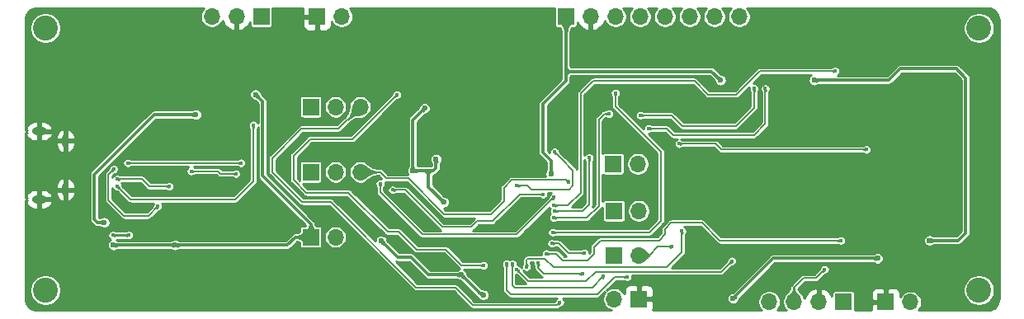
<source format=gbl>
G04 #@! TF.GenerationSoftware,KiCad,Pcbnew,(5.1.8)-1*
G04 #@! TF.CreationDate,2021-03-12T19:43:42-03:00*
G04 #@! TF.ProjectId,Vaccine_Layout_V2,56616363-696e-4655-9f4c-61796f75745f,3.3*
G04 #@! TF.SameCoordinates,Original*
G04 #@! TF.FileFunction,Copper,L2,Bot*
G04 #@! TF.FilePolarity,Positive*
%FSLAX46Y46*%
G04 Gerber Fmt 4.6, Leading zero omitted, Abs format (unit mm)*
G04 Created by KiCad (PCBNEW (5.1.8)-1) date 2021-03-12 19:43:42*
%MOMM*%
%LPD*%
G01*
G04 APERTURE LIST*
G04 #@! TA.AperFunction,ComponentPad*
%ADD10R,1.700000X1.700000*%
G04 #@! TD*
G04 #@! TA.AperFunction,ComponentPad*
%ADD11O,1.700000X1.700000*%
G04 #@! TD*
G04 #@! TA.AperFunction,ComponentPad*
%ADD12O,0.650000X1.300000*%
G04 #@! TD*
G04 #@! TA.AperFunction,ComponentPad*
%ADD13O,1.550000X0.775000*%
G04 #@! TD*
G04 #@! TA.AperFunction,ViaPad*
%ADD14C,2.565400*%
G04 #@! TD*
G04 #@! TA.AperFunction,ViaPad*
%ADD15C,0.400000*%
G04 #@! TD*
G04 #@! TA.AperFunction,ViaPad*
%ADD16C,0.600000*%
G04 #@! TD*
G04 #@! TA.AperFunction,Conductor*
%ADD17C,0.150000*%
G04 #@! TD*
G04 #@! TA.AperFunction,Conductor*
%ADD18C,0.300000*%
G04 #@! TD*
G04 #@! TA.AperFunction,Conductor*
%ADD19C,0.200000*%
G04 #@! TD*
G04 #@! TA.AperFunction,Conductor*
%ADD20C,0.250000*%
G04 #@! TD*
G04 #@! TA.AperFunction,Conductor*
%ADD21C,0.254000*%
G04 #@! TD*
G04 #@! TA.AperFunction,Conductor*
%ADD22C,0.100000*%
G04 #@! TD*
G04 #@! TA.AperFunction,Conductor*
%ADD23C,0.025400*%
G04 #@! TD*
G04 APERTURE END LIST*
D10*
G04 #@! TO.P,RX_Header1,1*
G04 #@! TO.N,BLE_RX_FTDI*
X68110000Y-90610000D03*
D11*
G04 #@! TO.P,RX_Header1,2*
G04 #@! TO.N,BLE_USART_RX*
X70650000Y-90610000D03*
G04 #@! TO.P,RX_Header1,3*
G04 #@! TO.N,BLE_RX_HT*
X73190000Y-90610000D03*
G04 #@! TD*
G04 #@! TO.P,Seal_Connector1,2*
G04 #@! TO.N,BLE_PB4*
X99240000Y-103660000D03*
D10*
G04 #@! TO.P,Seal_Connector1,1*
G04 #@! TO.N,GND*
X101780000Y-103660000D03*
G04 #@! TD*
D12*
G04 #@! TO.P,CN2,S1*
G04 #@! TO.N,GND*
X42950000Y-87420000D03*
G04 #@! TO.P,CN2,S2*
X42950000Y-92420000D03*
D13*
G04 #@! TO.P,CN2,S3*
X40250000Y-86420000D03*
G04 #@! TO.P,CN2,S6*
X40250000Y-93420000D03*
G04 #@! TD*
D10*
G04 #@! TO.P,Display_Connector1,1*
G04 #@! TO.N,VDD1*
X94280000Y-74650000D03*
D11*
G04 #@! TO.P,Display_Connector1,2*
G04 #@! TO.N,GND*
X96820000Y-74650000D03*
G04 #@! TO.P,Display_Connector1,3*
G04 #@! TO.N,BLE_SPI1_MOSI*
X99360000Y-74650000D03*
G04 #@! TO.P,Display_Connector1,4*
G04 #@! TO.N,BLE_SPI1_SCK*
X101900000Y-74650000D03*
G04 #@! TO.P,Display_Connector1,5*
G04 #@! TO.N,D_CS*
X104440000Y-74650000D03*
G04 #@! TO.P,Display_Connector1,6*
G04 #@! TO.N,D_DC*
X106980000Y-74650000D03*
G04 #@! TO.P,Display_Connector1,7*
G04 #@! TO.N,D_RST*
X109520000Y-74650000D03*
G04 #@! TO.P,Display_Connector1,8*
G04 #@! TO.N,D_BUSY*
X112060000Y-74650000D03*
G04 #@! TD*
G04 #@! TO.P,HT_SWD_CONNECTOR1,4*
G04 #@! TO.N,HT_NRESET*
X115150000Y-103950000D03*
G04 #@! TO.P,HT_SWD_CONNECTOR1,3*
G04 #@! TO.N,HT_SWDIO*
X117690000Y-103950000D03*
G04 #@! TO.P,HT_SWD_CONNECTOR1,2*
G04 #@! TO.N,GND*
X120230000Y-103950000D03*
D10*
G04 #@! TO.P,HT_SWD_CONNECTOR1,1*
G04 #@! TO.N,HT_SWCLK*
X122770000Y-103950000D03*
G04 #@! TD*
G04 #@! TO.P,JP1,1*
G04 #@! TO.N,BLE_RX_HT*
X99130000Y-89770000D03*
D11*
G04 #@! TO.P,JP1,2*
G04 #@! TO.N,HT_USART_TX*
X101670000Y-89770000D03*
G04 #@! TD*
G04 #@! TO.P,JP3,2*
G04 #@! TO.N,HT_USART_RX*
X101757000Y-94602000D03*
D10*
G04 #@! TO.P,JP3,1*
G04 #@! TO.N,BLE_TX_HT*
X99217000Y-94602000D03*
G04 #@! TD*
G04 #@! TO.P,JP4,1*
G04 #@! TO.N,BLE_PB1*
X99210000Y-99160000D03*
D11*
G04 #@! TO.P,JP4,2*
G04 #@! TO.N,HT_NRESET*
X101750000Y-99160000D03*
G04 #@! TD*
D10*
G04 #@! TO.P,AD_Connector1,1*
G04 #@! TO.N,GND*
X127100000Y-103970000D03*
D11*
G04 #@! TO.P,AD_Connector1,2*
G04 #@! TO.N,BLE_PB3*
X129640000Y-103970000D03*
G04 #@! TD*
D10*
G04 #@! TO.P,CN4,1*
G04 #@! TO.N,GND*
X68750000Y-74650000D03*
D11*
G04 #@! TO.P,CN4,2*
G04 #@! TO.N,+3V3*
X71290000Y-74650000D03*
G04 #@! TD*
G04 #@! TO.P,TX_Header1,3*
G04 #@! TO.N,BLE_TX_HT*
X73190000Y-83920000D03*
G04 #@! TO.P,TX_Header1,2*
G04 #@! TO.N,BLE_USART_TX*
X70650000Y-83920000D03*
D10*
G04 #@! TO.P,TX_Header1,1*
G04 #@! TO.N,BLE_TX_FTDI*
X68110000Y-83920000D03*
G04 #@! TD*
G04 #@! TO.P,JP6,1*
G04 #@! TO.N,+3V3*
X68110000Y-97290000D03*
D11*
G04 #@! TO.P,JP6,2*
G04 #@! TO.N,VDD1*
X70650000Y-97290000D03*
G04 #@! TD*
D10*
G04 #@! TO.P,Charger,1*
G04 #@! TO.N,Net-(Charger1-Pad1)*
X63030000Y-74650000D03*
D11*
G04 #@! TO.P,Charger,2*
G04 #@! TO.N,GND*
X60490000Y-74650000D03*
G04 #@! TO.P,Charger,3*
G04 #@! TO.N,+BATT*
X57950000Y-74650000D03*
G04 #@! TD*
D14*
G04 #@! TO.N,*
X136680000Y-75840000D03*
X40900000Y-102750000D03*
X40900000Y-75840000D03*
X136680000Y-102750000D03*
D15*
G04 #@! TO.N,GND*
X119210000Y-83550000D03*
X120060000Y-83550000D03*
X122940000Y-83460000D03*
X123800000Y-85480000D03*
X124170000Y-83460000D03*
X125330000Y-83500000D03*
X126530000Y-83480000D03*
X127610000Y-83470000D03*
X128840000Y-83390000D03*
X125930000Y-86500000D03*
X126880000Y-85860000D03*
X127550000Y-85280000D03*
X128530000Y-85320000D03*
X129160000Y-82110000D03*
X129010000Y-86170000D03*
X130380000Y-81510000D03*
X131880000Y-81400000D03*
X129960000Y-87390000D03*
X131850000Y-87340000D03*
X120940000Y-83550000D03*
X122000000Y-83540000D03*
X121190000Y-85220000D03*
X122480000Y-85250000D03*
X124750000Y-86210000D03*
X85852000Y-91170000D03*
X87590000Y-91110000D03*
X85852000Y-89916000D03*
X88820000Y-88670000D03*
X87830000Y-87430000D03*
X88600000Y-86510000D03*
X88950000Y-85370000D03*
X88260000Y-84130000D03*
X88620000Y-82920000D03*
X89070000Y-81830000D03*
X88390000Y-80590000D03*
X87750000Y-79730000D03*
X89080000Y-79170000D03*
X89890000Y-76070000D03*
X89860000Y-74470000D03*
X85610000Y-88900000D03*
X85520000Y-87590000D03*
X85570000Y-86380000D03*
X85480000Y-84970000D03*
X84830000Y-83640000D03*
X85570000Y-82480000D03*
X85600000Y-81030000D03*
X85500000Y-79710000D03*
X83620000Y-75990000D03*
X83610000Y-74490000D03*
X40130000Y-95130000D03*
X42440000Y-95130000D03*
X40170000Y-84730000D03*
X42990000Y-84750000D03*
X77990000Y-96440000D03*
X86460000Y-97710000D03*
X84080000Y-77360000D03*
X85180000Y-78320000D03*
X88400000Y-77180000D03*
X90090000Y-77690000D03*
X46410000Y-75560000D03*
X53390000Y-75580000D03*
X42430000Y-77430000D03*
X43010000Y-81650000D03*
X46470000Y-85450000D03*
X54410000Y-88250000D03*
X53570000Y-90470000D03*
X45220000Y-95870000D03*
X48990000Y-103880000D03*
X53260000Y-101380000D03*
X55370000Y-101380000D03*
X52760000Y-99950000D03*
X42460000Y-98100000D03*
X42470000Y-100650000D03*
X42490000Y-103870000D03*
X49010000Y-100690000D03*
X64400000Y-101440000D03*
X64400000Y-98890000D03*
X59150000Y-95080000D03*
X59510000Y-96610000D03*
X54380000Y-95440000D03*
X58310000Y-80930000D03*
X58160000Y-78230000D03*
G04 #@! TO.N,+3V3*
X71410000Y-74720000D03*
G04 #@! TO.N,GND*
X74680000Y-74740000D03*
X81220000Y-74550000D03*
X81240000Y-78560000D03*
X81330000Y-80980000D03*
X52860000Y-86020000D03*
X93630000Y-84090000D03*
X86470000Y-94120000D03*
X89740000Y-97750000D03*
X88240000Y-97750000D03*
X89410000Y-95140000D03*
X79350000Y-87870000D03*
X79360000Y-89440000D03*
X84680000Y-103290000D03*
X86680000Y-102800000D03*
X90470000Y-88820000D03*
X90420000Y-86600000D03*
X90450000Y-84100000D03*
X60460000Y-85820000D03*
X104530000Y-103660000D03*
X96230000Y-104090000D03*
X78490000Y-103760000D03*
X98780000Y-92010000D03*
X101530000Y-92040000D03*
X100130000Y-87880000D03*
X107320000Y-97440000D03*
X107320000Y-99690000D03*
X105500000Y-101660000D03*
X107700000Y-103740000D03*
X116380000Y-93870000D03*
X116390000Y-90450000D03*
X116370000Y-87750000D03*
X112220000Y-87790000D03*
X112290000Y-93850000D03*
X112240000Y-90440000D03*
X114260000Y-90460000D03*
X116390000Y-92320000D03*
X112260000Y-92280000D03*
X125160000Y-93180000D03*
X122710000Y-93110000D03*
X96820000Y-77440000D03*
X92730000Y-77470000D03*
X91620000Y-75240000D03*
X100690000Y-77370000D03*
X103250000Y-77370000D03*
X105770000Y-77370000D03*
X108360000Y-77360000D03*
X110710000Y-77350000D03*
X115770000Y-77350000D03*
X115760000Y-74930000D03*
X118210000Y-74910000D03*
X117080000Y-82000000D03*
X107970000Y-82880000D03*
X83560000Y-86140000D03*
X83400000Y-81010000D03*
X124660000Y-75260000D03*
X127670000Y-75270000D03*
X134120000Y-75260000D03*
X127680000Y-77620000D03*
X124720000Y-77700000D03*
X131140000Y-75260000D03*
X136780000Y-78650000D03*
X133690000Y-99850000D03*
X130510000Y-100590000D03*
X123550000Y-100780000D03*
X124960000Y-103950000D03*
X105930000Y-94630000D03*
X105950000Y-91980000D03*
X96670000Y-85760000D03*
X92050000Y-81580000D03*
X92790000Y-79360000D03*
X96830000Y-79240000D03*
X45770000Y-100720000D03*
X40190000Y-78840000D03*
X61350000Y-78180000D03*
X127680000Y-95240000D03*
X133420000Y-95270000D03*
X123220000Y-90790000D03*
X94970000Y-96020000D03*
X96430000Y-97610000D03*
X130590000Y-95230000D03*
X133390000Y-92170000D03*
X133440000Y-89100000D03*
X123310000Y-87630000D03*
X127770000Y-87460000D03*
X136700000Y-98420000D03*
X81370000Y-86110000D03*
X79350000Y-86150000D03*
X78190000Y-83920000D03*
X74730000Y-80680000D03*
X74700000Y-78120000D03*
X71420000Y-78100000D03*
X68210000Y-78180000D03*
X64330000Y-78190000D03*
X58340000Y-83300000D03*
X52150000Y-83010000D03*
X50130000Y-84670000D03*
X57080000Y-85990000D03*
X60440000Y-83810000D03*
X52690000Y-95370000D03*
X61950000Y-92980000D03*
X60750000Y-103840000D03*
X60770000Y-101460000D03*
X67230000Y-101440000D03*
X94700000Y-82540000D03*
X81260000Y-103780000D03*
X80690000Y-99760000D03*
X78490000Y-101330000D03*
X94650000Y-87650000D03*
X65630000Y-89200000D03*
X65270000Y-85640000D03*
X65270000Y-82220000D03*
X67820000Y-88750000D03*
X80730000Y-94650000D03*
X92360000Y-103740000D03*
X94530000Y-97540000D03*
X124600000Y-95230000D03*
X127780000Y-89320000D03*
X130560000Y-89320000D03*
X127760000Y-92150000D03*
X130610000Y-92150000D03*
X47460000Y-78020000D03*
X48570000Y-75560000D03*
X78900000Y-76450000D03*
X81230000Y-76410000D03*
X117100000Y-100920000D03*
X133700000Y-102800000D03*
X134150000Y-77610000D03*
X136770000Y-82010000D03*
X40180000Y-81680000D03*
X40100000Y-98090000D03*
X40090000Y-100670000D03*
X131160000Y-77650000D03*
X133640000Y-85430000D03*
X133620000Y-83570000D03*
X133460000Y-82080000D03*
X133500000Y-86720000D03*
X119440000Y-98600000D03*
X113930000Y-99160000D03*
X108360000Y-101620000D03*
X111710000Y-101890000D03*
X112760000Y-103900000D03*
X119590000Y-102270000D03*
X81330000Y-83440000D03*
X76460000Y-85650000D03*
X95820000Y-93730000D03*
X45780000Y-103890000D03*
X74240000Y-88750000D03*
X71040000Y-88750000D03*
X118240000Y-77330000D03*
X127690000Y-79730000D03*
X136780000Y-84960000D03*
X136770000Y-88320000D03*
X136700000Y-91750000D03*
X136690000Y-95110000D03*
X83890000Y-93020000D03*
X81000000Y-91640000D03*
X81720000Y-89010000D03*
X46470000Y-84100000D03*
X50910000Y-94190000D03*
X58680000Y-91880000D03*
X88210000Y-96250000D03*
X45870000Y-89280000D03*
X88160000Y-90130000D03*
X103070000Y-82880000D03*
X100120000Y-85780000D03*
X89480000Y-101910000D03*
X80960000Y-97610000D03*
X69960000Y-101450000D03*
X64410000Y-96280000D03*
X64420000Y-103840000D03*
X67240000Y-103810000D03*
X69970000Y-103780000D03*
X72770000Y-101430000D03*
X72790000Y-103720000D03*
X75550000Y-103740000D03*
X75530000Y-101390000D03*
X72780000Y-98860000D03*
X76460000Y-88230000D03*
X73070000Y-95330000D03*
X69290000Y-94440000D03*
X68220000Y-80660000D03*
X71430000Y-80630000D03*
X80730000Y-96200000D03*
X76520000Y-97630000D03*
X76470000Y-95440000D03*
X77830000Y-93720000D03*
X90940000Y-101000000D03*
X74220000Y-93510000D03*
X113110000Y-79240000D03*
X71120000Y-93472000D03*
X72590000Y-85780000D03*
X67220000Y-87050000D03*
X58770000Y-89010000D03*
X57150000Y-92850000D03*
X128460000Y-98550000D03*
X64420000Y-94020000D03*
X65670000Y-74650000D03*
X55550000Y-79490000D03*
X52130000Y-79830000D03*
X54610000Y-103860000D03*
X52100000Y-103860000D03*
X57610000Y-103890000D03*
X55470000Y-93980000D03*
X48160000Y-93130000D03*
X59930000Y-98740000D03*
X102880000Y-85420000D03*
G04 #@! TO.N,/D-*
X47880000Y-90330000D03*
X52420000Y-94140000D03*
G04 #@! TO.N,/PWR_EN*
X55830000Y-90530000D03*
X60410000Y-90780000D03*
G04 #@! TO.N,BLE_PB3*
X122480000Y-97650000D03*
X92300000Y-98990000D03*
G04 #@! TO.N,BLE_RSTN*
X85850000Y-100210000D03*
X76950000Y-82660000D03*
D16*
G04 #@! TO.N,VDD1*
X83550000Y-101170000D03*
X75340000Y-97690000D03*
X85830000Y-103250000D03*
X92760000Y-90810000D03*
X110155000Y-81180000D03*
X79790000Y-84060000D03*
X126290000Y-99480000D03*
X111440000Y-103600000D03*
X81760000Y-93710000D03*
X119765000Y-81180000D03*
X131600000Y-97650000D03*
X80970000Y-89290000D03*
X78580000Y-90480000D03*
G04 #@! TO.N,Net-(C7-Pad2)*
X56330000Y-84710000D03*
X46910000Y-95790000D03*
D15*
G04 #@! TO.N,BLE_SPI1_MOSI*
X92920000Y-96820000D03*
X99360000Y-82490000D03*
G04 #@! TO.N,BLE_SPI1_SCK*
X93030000Y-95320000D03*
X98690000Y-84630000D03*
G04 #@! TO.N,D_CS*
X93140000Y-94620000D03*
X96680000Y-89140000D03*
G04 #@! TO.N,D_DC*
X88780000Y-100050000D03*
X98160000Y-101340000D03*
G04 #@! TO.N,D_RST*
X88200000Y-100040000D03*
X100560000Y-101390000D03*
G04 #@! TO.N,D_BUSY*
X90260000Y-100340000D03*
X106190000Y-96680000D03*
G04 #@! TO.N,HT_NRESET*
X105180000Y-98300000D03*
G04 #@! TO.N,HT_SWDIO*
X120840000Y-100610000D03*
G04 #@! TO.N,BLE_USART_RX*
X91940000Y-92890000D03*
X76490000Y-92460000D03*
G04 #@! TO.N,HT_USART_TX*
X113605000Y-82042000D03*
X101930000Y-84790000D03*
G04 #@! TO.N,HT_USART_RX*
X102780000Y-86150000D03*
X114755000Y-82042000D03*
G04 #@! TO.N,BLE_USART_TX*
X93070000Y-93210000D03*
X75230002Y-91810000D03*
G04 #@! TO.N,HT_WKUP1*
X111305000Y-99750000D03*
X89260000Y-100650000D03*
G04 #@! TO.N,BLE_PA5*
X89270000Y-92010000D03*
X93130000Y-88560000D03*
G04 #@! TO.N,HT_PA5*
X125110000Y-88310000D03*
X105890000Y-87715000D03*
G04 #@! TO.N,BLE_BOOT0*
X93060000Y-94040000D03*
X121915000Y-80250000D03*
G04 #@! TO.N,BLE_PB1*
X92830000Y-97940000D03*
X96170000Y-98930000D03*
G04 #@! TO.N,BLE_PB4*
X91450000Y-99970000D03*
X95990000Y-101080000D03*
G04 #@! TO.N,/3V3out*
X48230000Y-91350000D03*
X53600000Y-92085000D03*
G04 #@! TO.N,Net-(R31-Pad1)*
X49410000Y-97090000D03*
X47790000Y-97090000D03*
G04 #@! TO.N,BLE_RX_HT*
X94550000Y-91630000D03*
G04 #@! TO.N,BLE_TX_HT*
X93670000Y-104000000D03*
G04 #@! TO.N,BLE_RX_FTDI*
X49320000Y-89680000D03*
X60940000Y-89680000D03*
G04 #@! TO.N,BLE_TX_FTDI*
X48250000Y-92085000D03*
X62220000Y-85780000D03*
D16*
G04 #@! TO.N,+3V3*
X47860000Y-98110000D03*
X54180000Y-98110000D03*
X62440000Y-82660000D03*
G04 #@! TD*
D17*
G04 #@! TO.N,/D-*
X47880000Y-90330000D02*
X47350000Y-90860000D01*
X47350000Y-90860000D02*
X47350000Y-93500000D01*
X51450000Y-95110000D02*
X52420000Y-94140000D01*
X48960000Y-95110000D02*
X51450000Y-95110000D01*
X47350000Y-93500000D02*
X48960000Y-95110000D01*
G04 #@! TO.N,/PWR_EN*
X55830000Y-90530000D02*
X58590000Y-90530000D01*
X58840000Y-90780000D02*
X60410000Y-90780000D01*
X58590000Y-90530000D02*
X58840000Y-90780000D01*
G04 #@! TO.N,BLE_PB3*
X105100000Y-95810000D02*
X108240000Y-95810000D01*
X104460000Y-97030000D02*
X104460000Y-96450000D01*
X104460000Y-96450000D02*
X105100000Y-95810000D01*
X97850000Y-97640000D02*
X103850000Y-97640000D01*
X103850000Y-97640000D02*
X104460000Y-97030000D01*
X97154998Y-99020000D02*
X97154998Y-98335002D01*
X108240000Y-95810000D02*
X110080000Y-97650000D01*
X96514998Y-99660000D02*
X97154998Y-99020000D01*
X110080000Y-97650000D02*
X122480000Y-97650000D01*
X94000000Y-99660000D02*
X96514998Y-99660000D01*
X93330000Y-98990000D02*
X94000000Y-99660000D01*
X97154998Y-98335002D02*
X97850000Y-97640000D01*
X92300000Y-98990000D02*
X93330000Y-98990000D01*
G04 #@! TO.N,BLE_RSTN*
X75570000Y-84040000D02*
X76950000Y-82660000D01*
X67650000Y-92740000D02*
X66350000Y-91440000D01*
X71990000Y-92740000D02*
X67650000Y-92740000D01*
X76000000Y-96750000D02*
X71990000Y-92740000D01*
X77130000Y-96750000D02*
X76000000Y-96750000D01*
X78950000Y-98570000D02*
X77130000Y-96750000D01*
X81950000Y-98570000D02*
X78950000Y-98570000D01*
X83590000Y-100210000D02*
X81950000Y-98570000D01*
X85850000Y-100210000D02*
X83590000Y-100210000D01*
X66350000Y-91440000D02*
X66350000Y-88920000D01*
X66350000Y-88920000D02*
X68040000Y-87230000D01*
X72380000Y-87230000D02*
X75570000Y-84040000D01*
X68040000Y-87230000D02*
X72380000Y-87230000D01*
D18*
G04 #@! TO.N,VDD1*
X85630000Y-103250000D02*
X85830000Y-103250000D01*
X83550000Y-101170000D02*
X85630000Y-103250000D01*
X91930000Y-83624002D02*
X94280000Y-81274002D01*
X91930000Y-88600000D02*
X91930000Y-83624002D01*
X92760000Y-89430000D02*
X91930000Y-88600000D01*
X92760000Y-90810000D02*
X92760000Y-89430000D01*
X94280000Y-79960000D02*
X94300000Y-79960000D01*
X94300000Y-79960000D02*
X94610000Y-80270000D01*
X94280000Y-80270000D02*
X94280000Y-79960000D01*
X94280000Y-80270000D02*
X94610000Y-80270000D01*
X94280000Y-79960000D02*
X94280000Y-74650000D01*
X94280000Y-80600000D02*
X94610000Y-80270000D01*
X94280000Y-80770000D02*
X94280000Y-80600000D01*
X94280000Y-81274002D02*
X94280000Y-80770000D01*
X94280000Y-80770000D02*
X94280000Y-80270000D01*
X115560000Y-99480000D02*
X111440000Y-103600000D01*
X126290000Y-99480000D02*
X115560000Y-99480000D01*
X109245000Y-80270000D02*
X110155000Y-81180000D01*
X94610000Y-80270000D02*
X109245000Y-80270000D01*
X80200000Y-92150000D02*
X81760000Y-93710000D01*
X79680000Y-90480000D02*
X79870000Y-90480000D01*
X80200000Y-90810000D02*
X80200000Y-92150000D01*
X80200000Y-90480000D02*
X80200000Y-90810000D01*
X79870000Y-90480000D02*
X80200000Y-90810000D01*
X80530000Y-90480000D02*
X80200000Y-90810000D01*
X80200000Y-90480000D02*
X80530000Y-90480000D01*
X134520000Y-97650000D02*
X131600000Y-97650000D01*
X135300000Y-96870000D02*
X134520000Y-97650000D01*
X135300000Y-80950000D02*
X135300000Y-96870000D01*
X134360000Y-80010000D02*
X135300000Y-80950000D01*
X128610000Y-80010000D02*
X134360000Y-80010000D01*
X127440000Y-81180000D02*
X128610000Y-80010000D01*
X79680000Y-90480000D02*
X80200000Y-90480000D01*
X80530000Y-90480000D02*
X80690000Y-90480000D01*
X80970000Y-90200000D02*
X80970000Y-89290000D01*
X80690000Y-90480000D02*
X80970000Y-90200000D01*
X119765000Y-81180000D02*
X127440000Y-81180000D01*
X83550000Y-101170000D02*
X80200000Y-101170000D01*
X80200000Y-101170000D02*
X78390000Y-99360000D01*
X77010000Y-99360000D02*
X75340000Y-97690000D01*
X78390000Y-99360000D02*
X77010000Y-99360000D01*
X78580000Y-90480000D02*
X79680000Y-90480000D01*
X78580000Y-85270000D02*
X79790000Y-84060000D01*
X78580000Y-90480000D02*
X78580000Y-85270000D01*
G04 #@! TO.N,Net-(C7-Pad2)*
X46200000Y-95790000D02*
X46910000Y-95790000D01*
X45900000Y-95490000D02*
X46200000Y-95790000D01*
X52045998Y-84710000D02*
X45900000Y-90855998D01*
X45900000Y-90855998D02*
X45900000Y-95490000D01*
X56330000Y-84710000D02*
X52045998Y-84710000D01*
D17*
G04 #@! TO.N,BLE_SPI1_MOSI*
X99360000Y-83830000D02*
X99360000Y-82490000D01*
X103125000Y-87595000D02*
X99360000Y-83830000D01*
X103180000Y-87650000D02*
X103125000Y-87595000D01*
X104050000Y-88520000D02*
X103125000Y-87595000D01*
X104050000Y-95630000D02*
X104050000Y-88520000D01*
X102860000Y-96820000D02*
X104050000Y-95630000D01*
X92920000Y-96820000D02*
X102860000Y-96820000D01*
G04 #@! TO.N,BLE_SPI1_SCK*
X96440000Y-95320000D02*
X97670000Y-94090000D01*
X93030000Y-95320000D02*
X96440000Y-95320000D01*
X98250000Y-84630000D02*
X98690000Y-84630000D01*
X97670000Y-94090000D02*
X97670000Y-85210000D01*
X97670000Y-85210000D02*
X98250000Y-84630000D01*
G04 #@! TO.N,D_CS*
X96680000Y-91362842D02*
X96680000Y-89140000D01*
X93140000Y-94620000D02*
X96010000Y-94620000D01*
X96680000Y-93950000D02*
X96680000Y-91362842D01*
X96010000Y-94620000D02*
X96680000Y-93950000D01*
G04 #@! TO.N,D_DC*
X97000000Y-102500000D02*
X98160000Y-101340000D01*
X89060000Y-102500000D02*
X97000000Y-102500000D01*
X88780000Y-102220000D02*
X89060000Y-102500000D01*
X88780000Y-100050000D02*
X88780000Y-102220000D01*
G04 #@! TO.N,D_RST*
X88620000Y-103170000D02*
X97500000Y-103170000D01*
X88200000Y-100040000D02*
X88200000Y-102750000D01*
X88200000Y-102750000D02*
X88620000Y-103170000D01*
X97500000Y-103170000D02*
X99280000Y-101390000D01*
X99280000Y-101390000D02*
X100560000Y-101390000D01*
G04 #@! TO.N,D_BUSY*
X90260000Y-100340000D02*
X90260000Y-99640000D01*
X90405001Y-99494999D02*
X92124999Y-99494999D01*
X90260000Y-99640000D02*
X90405001Y-99494999D01*
X92124999Y-99494999D02*
X93030000Y-100400000D01*
X93030000Y-100400000D02*
X104630000Y-100400000D01*
X104630000Y-100400000D02*
X106190000Y-98840000D01*
X106190000Y-98840000D02*
X106190000Y-96680000D01*
G04 #@! TO.N,HT_NRESET*
X101750000Y-99160000D02*
X102860000Y-99160000D01*
X103720000Y-98300000D02*
X105180000Y-98300000D01*
X102860000Y-99160000D02*
X103720000Y-98300000D01*
G04 #@! TO.N,HT_SWDIO*
X120840000Y-100610000D02*
X119950000Y-101500000D01*
X119950000Y-101500000D02*
X118690000Y-101500000D01*
X117690000Y-102500000D02*
X117690000Y-103950000D01*
X118690000Y-101500000D02*
X117690000Y-102500000D01*
G04 #@! TO.N,BLE_USART_RX*
X89540000Y-92890000D02*
X91940000Y-92890000D01*
X84570000Y-96260000D02*
X85170000Y-95660000D01*
X85170000Y-95660000D02*
X86770000Y-95660000D01*
X81616998Y-96260000D02*
X84570000Y-96260000D01*
X77816998Y-92460000D02*
X81616998Y-96260000D01*
X86770000Y-95660000D02*
X89540000Y-92890000D01*
X76490000Y-92460000D02*
X77816998Y-92460000D01*
G04 #@! TO.N,HT_USART_TX*
X111722000Y-85890000D02*
X113605000Y-84007000D01*
X106210000Y-85890000D02*
X111722000Y-85890000D01*
X113605000Y-84007000D02*
X113605000Y-82042000D01*
X105110000Y-84790000D02*
X106210000Y-85890000D01*
X101930000Y-84790000D02*
X105110000Y-84790000D01*
G04 #@! TO.N,HT_USART_RX*
X114755000Y-85651000D02*
X114755000Y-82042000D01*
X113586000Y-86820000D02*
X114755000Y-85651000D01*
X105320000Y-86820000D02*
X113586000Y-86820000D01*
X104650000Y-86150000D02*
X105320000Y-86820000D01*
X102780000Y-86150000D02*
X104650000Y-86150000D01*
G04 #@! TO.N,BLE_USART_TX*
X89260000Y-97020000D02*
X93070000Y-93210000D01*
X79560000Y-97020000D02*
X89260000Y-97020000D01*
X75230002Y-92690002D02*
X79560000Y-97020000D01*
X75230002Y-91810000D02*
X75230002Y-92690002D01*
G04 #@! TO.N,HT_WKUP1*
X110190001Y-100864999D02*
X111305000Y-99750000D01*
X97335001Y-100864999D02*
X110190001Y-100864999D01*
X96380000Y-101820000D02*
X97335001Y-100864999D01*
X90430000Y-101820000D02*
X96380000Y-101820000D01*
X89260000Y-100650000D02*
X90430000Y-101820000D01*
G04 #@! TO.N,BLE_PA5*
X93850000Y-89280000D02*
X93130000Y-88560000D01*
X95025001Y-92014999D02*
X95025001Y-90455001D01*
X95025001Y-90455001D02*
X93850000Y-89280000D01*
X94650000Y-92390000D02*
X95025001Y-92014999D01*
X90730000Y-92390000D02*
X94650000Y-92390000D01*
X90350000Y-92010000D02*
X90730000Y-92390000D01*
X89270000Y-92010000D02*
X90350000Y-92010000D01*
G04 #@! TO.N,HT_PA5*
X105890000Y-87715000D02*
X109655000Y-87715000D01*
X110250000Y-88310000D02*
X125110000Y-88310000D01*
X109655000Y-87715000D02*
X110250000Y-88310000D01*
G04 #@! TO.N,BLE_BOOT0*
X114200000Y-80250000D02*
X119315000Y-80250000D01*
X111790000Y-82660000D02*
X114200000Y-80250000D01*
X108880000Y-82660000D02*
X111790000Y-82660000D01*
X107480000Y-81260000D02*
X108880000Y-82660000D01*
X95810000Y-82540000D02*
X97090000Y-81260000D01*
X97090000Y-81260000D02*
X107480000Y-81260000D01*
X95810000Y-92720000D02*
X95810000Y-82540000D01*
X94490000Y-94040000D02*
X95810000Y-92720000D01*
X93060000Y-94040000D02*
X94490000Y-94040000D01*
X119315000Y-80250000D02*
X121915000Y-80250000D01*
G04 #@! TO.N,BLE_PB1*
X94550000Y-98930000D02*
X96170000Y-98930000D01*
X93560000Y-97940000D02*
X94550000Y-98930000D01*
X92830000Y-97940000D02*
X93560000Y-97940000D01*
G04 #@! TO.N,BLE_PB4*
X91450000Y-99970000D02*
X91450000Y-100470000D01*
X92060000Y-101080000D02*
X95990000Y-101080000D01*
X91450000Y-100470000D02*
X92060000Y-101080000D01*
D19*
G04 #@! TO.N,/3V3out*
X48230000Y-91350000D02*
X50790000Y-91350000D01*
X50790000Y-91350000D02*
X51525000Y-92085000D01*
X51525000Y-92085000D02*
X53600000Y-92085000D01*
D20*
G04 #@! TO.N,Net-(R31-Pad1)*
X49410000Y-97090000D02*
X47790000Y-97090000D01*
D17*
G04 #@! TO.N,BLE_RX_HT*
X73190000Y-90610000D02*
X75243004Y-90610000D01*
X94350001Y-91430001D02*
X94550000Y-91630000D01*
X75243004Y-90610000D02*
X75893004Y-91260000D01*
X88729999Y-91430001D02*
X94350001Y-91430001D01*
X87940000Y-93590000D02*
X87940000Y-92220000D01*
X86580000Y-94950000D02*
X87940000Y-93590000D01*
X87940000Y-92220000D02*
X88729999Y-91430001D01*
X81810000Y-94950000D02*
X86580000Y-94950000D01*
X78120000Y-91260000D02*
X81810000Y-94950000D01*
X75893004Y-91260000D02*
X78120000Y-91260000D01*
G04 #@! TO.N,BLE_TX_HT*
X73190000Y-83920000D02*
X70950000Y-86160000D01*
X70950000Y-86160000D02*
X67156998Y-86160000D01*
X67156998Y-86160000D02*
X64150000Y-89166998D01*
X70140000Y-93670000D02*
X78930000Y-102460000D01*
X64150000Y-89166998D02*
X64150000Y-90610000D01*
X64150000Y-90610000D02*
X67210000Y-93670000D01*
X67210000Y-93670000D02*
X70140000Y-93670000D01*
X78930000Y-102460000D02*
X82930000Y-102460000D01*
X82930000Y-102460000D02*
X84780000Y-104310000D01*
X84780000Y-104310000D02*
X93360000Y-104310000D01*
X93360000Y-104310000D02*
X93670000Y-104000000D01*
G04 #@! TO.N,BLE_RX_FTDI*
X49320000Y-89680000D02*
X54330000Y-89680000D01*
X54330000Y-89680000D02*
X60940000Y-89680000D01*
G04 #@! TO.N,BLE_TX_FTDI*
X48250000Y-92085000D02*
X49585000Y-93420000D01*
X49585000Y-93420000D02*
X60390000Y-93420000D01*
X62220000Y-91590000D02*
X62220000Y-85780000D01*
X60390000Y-93420000D02*
X62220000Y-91590000D01*
D18*
G04 #@! TO.N,+3V3*
X47860000Y-98110000D02*
X53740000Y-98110000D01*
X53740000Y-98110000D02*
X54180000Y-98110000D01*
X66540000Y-97290000D02*
X68110000Y-97290000D01*
X65720000Y-98110000D02*
X66540000Y-97290000D01*
X54180000Y-98110000D02*
X65720000Y-98110000D01*
X63170000Y-83390000D02*
X62440000Y-82660000D01*
X63170000Y-91010000D02*
X63170000Y-83390000D01*
X68110000Y-95950000D02*
X63170000Y-91010000D01*
X68110000Y-97290000D02*
X68110000Y-95950000D01*
G04 #@! TD*
D21*
G04 #@! TO.N,GND*
X57035764Y-73899706D02*
X56906956Y-74092481D01*
X56818231Y-74306682D01*
X56773000Y-74534076D01*
X56773000Y-74765924D01*
X56818231Y-74993318D01*
X56906956Y-75207519D01*
X57035764Y-75400294D01*
X57199706Y-75564236D01*
X57392481Y-75693044D01*
X57606682Y-75781769D01*
X57834076Y-75827000D01*
X58065924Y-75827000D01*
X58293318Y-75781769D01*
X58507519Y-75693044D01*
X58700294Y-75564236D01*
X58864236Y-75400294D01*
X58993044Y-75207519D01*
X59061264Y-75042821D01*
X59145843Y-75281252D01*
X59294822Y-75531355D01*
X59489731Y-75747588D01*
X59723080Y-75921641D01*
X59985901Y-76046825D01*
X60133110Y-76091476D01*
X60363000Y-75970155D01*
X60363000Y-74777000D01*
X60343000Y-74777000D01*
X60343000Y-74523000D01*
X60363000Y-74523000D01*
X60363000Y-74503000D01*
X60617000Y-74503000D01*
X60617000Y-74523000D01*
X60637000Y-74523000D01*
X60637000Y-74777000D01*
X60617000Y-74777000D01*
X60617000Y-75970155D01*
X60846890Y-76091476D01*
X60994099Y-76046825D01*
X61256920Y-75921641D01*
X61490269Y-75747588D01*
X61685178Y-75531355D01*
X61834157Y-75281252D01*
X61851418Y-75232592D01*
X61851418Y-75500000D01*
X61857732Y-75564103D01*
X61876430Y-75625743D01*
X61906794Y-75682550D01*
X61947657Y-75732343D01*
X61997450Y-75773206D01*
X62054257Y-75803570D01*
X62115897Y-75822268D01*
X62180000Y-75828582D01*
X63880000Y-75828582D01*
X63944103Y-75822268D01*
X64005743Y-75803570D01*
X64062550Y-75773206D01*
X64112343Y-75732343D01*
X64153206Y-75682550D01*
X64183570Y-75625743D01*
X64202268Y-75564103D01*
X64208582Y-75500000D01*
X67261928Y-75500000D01*
X67274188Y-75624482D01*
X67310498Y-75744180D01*
X67369463Y-75854494D01*
X67448815Y-75951185D01*
X67545506Y-76030537D01*
X67655820Y-76089502D01*
X67775518Y-76125812D01*
X67900000Y-76138072D01*
X68464250Y-76135000D01*
X68623000Y-75976250D01*
X68623000Y-74777000D01*
X67423750Y-74777000D01*
X67265000Y-74935750D01*
X67261928Y-75500000D01*
X64208582Y-75500000D01*
X64208582Y-73800000D01*
X64208287Y-73797000D01*
X67262223Y-73797000D01*
X67261928Y-73800000D01*
X67265000Y-74364250D01*
X67423750Y-74523000D01*
X68623000Y-74523000D01*
X68623000Y-74503000D01*
X68877000Y-74503000D01*
X68877000Y-74523000D01*
X68897000Y-74523000D01*
X68897000Y-74777000D01*
X68877000Y-74777000D01*
X68877000Y-75976250D01*
X69035750Y-76135000D01*
X69600000Y-76138072D01*
X69724482Y-76125812D01*
X69844180Y-76089502D01*
X69954494Y-76030537D01*
X70051185Y-75951185D01*
X70130537Y-75854494D01*
X70189502Y-75744180D01*
X70225812Y-75624482D01*
X70238072Y-75500000D01*
X70236340Y-75181890D01*
X70246956Y-75207519D01*
X70375764Y-75400294D01*
X70539706Y-75564236D01*
X70732481Y-75693044D01*
X70946682Y-75781769D01*
X71174076Y-75827000D01*
X71405924Y-75827000D01*
X71633318Y-75781769D01*
X71847519Y-75693044D01*
X72040294Y-75564236D01*
X72204236Y-75400294D01*
X72333044Y-75207519D01*
X72421769Y-74993318D01*
X72467000Y-74765924D01*
X72467000Y-74534076D01*
X72421769Y-74306682D01*
X72333044Y-74092481D01*
X72204236Y-73899706D01*
X72101530Y-73797000D01*
X93101713Y-73797000D01*
X93101418Y-73800000D01*
X93101418Y-75500000D01*
X93107732Y-75564103D01*
X93126430Y-75625743D01*
X93156794Y-75682550D01*
X93197657Y-75732343D01*
X93247450Y-75773206D01*
X93304257Y-75803570D01*
X93365897Y-75822268D01*
X93430000Y-75828582D01*
X93696819Y-75828582D01*
X93716035Y-75870267D01*
X93746795Y-75955057D01*
X93770954Y-76043945D01*
X93788466Y-76137463D01*
X93799168Y-76236090D01*
X93803001Y-76345670D01*
X93803000Y-79936577D01*
X93800693Y-79960000D01*
X93803000Y-79983422D01*
X93803000Y-80246577D01*
X93800693Y-80270000D01*
X93803001Y-80293432D01*
X93803000Y-80576573D01*
X93803000Y-80576585D01*
X93800694Y-80600000D01*
X93803000Y-80623415D01*
X93803000Y-80793422D01*
X93803001Y-80793431D01*
X93803000Y-81076422D01*
X91609271Y-83270152D01*
X91591080Y-83285081D01*
X91531472Y-83357713D01*
X91514214Y-83390000D01*
X91487178Y-83440580D01*
X91459903Y-83530495D01*
X91450694Y-83624002D01*
X91453001Y-83647427D01*
X91453000Y-88576585D01*
X91450694Y-88600000D01*
X91453000Y-88623415D01*
X91453000Y-88623422D01*
X91459903Y-88693507D01*
X91487178Y-88783422D01*
X91531471Y-88866289D01*
X91591079Y-88938921D01*
X91609276Y-88953855D01*
X92283001Y-89627581D01*
X92283000Y-90400288D01*
X92272977Y-90410311D01*
X92204360Y-90513004D01*
X92157095Y-90627111D01*
X92133000Y-90748246D01*
X92133000Y-90871754D01*
X92157095Y-90992889D01*
X92171639Y-91028001D01*
X88749738Y-91028001D01*
X88729998Y-91026057D01*
X88710259Y-91028001D01*
X88710252Y-91028001D01*
X88651193Y-91033818D01*
X88575416Y-91056804D01*
X88505579Y-91094133D01*
X88444367Y-91144369D01*
X88431776Y-91159711D01*
X87669705Y-91921782D01*
X87654369Y-91934368D01*
X87641783Y-91949704D01*
X87641780Y-91949707D01*
X87633321Y-91960015D01*
X87604133Y-91995580D01*
X87574696Y-92050652D01*
X87566804Y-92065417D01*
X87543817Y-92141195D01*
X87536056Y-92220000D01*
X87538001Y-92239749D01*
X87538000Y-93423486D01*
X86413487Y-94548000D01*
X81976514Y-94548000D01*
X81765514Y-94337000D01*
X81821754Y-94337000D01*
X81942889Y-94312905D01*
X82056996Y-94265640D01*
X82159689Y-94197023D01*
X82247023Y-94109689D01*
X82315640Y-94006996D01*
X82362905Y-93892889D01*
X82387000Y-93771754D01*
X82387000Y-93648246D01*
X82362905Y-93527111D01*
X82315640Y-93413004D01*
X82247023Y-93310311D01*
X82159689Y-93222977D01*
X82056996Y-93154360D01*
X81942889Y-93107095D01*
X81821754Y-93083000D01*
X81807580Y-93083000D01*
X80677000Y-91952421D01*
X80677000Y-91007579D01*
X80729126Y-90955453D01*
X80783508Y-90950097D01*
X80873423Y-90922822D01*
X80956289Y-90878529D01*
X81028921Y-90818921D01*
X81043855Y-90800724D01*
X81290724Y-90553855D01*
X81308921Y-90538921D01*
X81368529Y-90466289D01*
X81412822Y-90383423D01*
X81440097Y-90293508D01*
X81447000Y-90223423D01*
X81447000Y-90223415D01*
X81449306Y-90200000D01*
X81447000Y-90176585D01*
X81447000Y-89699712D01*
X81457023Y-89689689D01*
X81525640Y-89586996D01*
X81572905Y-89472889D01*
X81597000Y-89351754D01*
X81597000Y-89228246D01*
X81572905Y-89107111D01*
X81525640Y-88993004D01*
X81457023Y-88890311D01*
X81369689Y-88802977D01*
X81266996Y-88734360D01*
X81152889Y-88687095D01*
X81031754Y-88663000D01*
X80908246Y-88663000D01*
X80787111Y-88687095D01*
X80673004Y-88734360D01*
X80570311Y-88802977D01*
X80482977Y-88890311D01*
X80414360Y-88993004D01*
X80367095Y-89107111D01*
X80343000Y-89228246D01*
X80343000Y-89351754D01*
X80367095Y-89472889D01*
X80414360Y-89586996D01*
X80482977Y-89689689D01*
X80493001Y-89699713D01*
X80493000Y-90002421D01*
X80492421Y-90003000D01*
X80223422Y-90003000D01*
X80200000Y-90000693D01*
X80176577Y-90003000D01*
X79893415Y-90003000D01*
X79870000Y-90000694D01*
X79846585Y-90003000D01*
X79057000Y-90003000D01*
X79057000Y-85467579D01*
X79837580Y-84687000D01*
X79851754Y-84687000D01*
X79972889Y-84662905D01*
X80086996Y-84615640D01*
X80189689Y-84547023D01*
X80277023Y-84459689D01*
X80345640Y-84356996D01*
X80392905Y-84242889D01*
X80417000Y-84121754D01*
X80417000Y-83998246D01*
X80392905Y-83877111D01*
X80345640Y-83763004D01*
X80277023Y-83660311D01*
X80189689Y-83572977D01*
X80086996Y-83504360D01*
X79972889Y-83457095D01*
X79851754Y-83433000D01*
X79728246Y-83433000D01*
X79607111Y-83457095D01*
X79493004Y-83504360D01*
X79390311Y-83572977D01*
X79302977Y-83660311D01*
X79234360Y-83763004D01*
X79187095Y-83877111D01*
X79163000Y-83998246D01*
X79163000Y-84012420D01*
X78259271Y-84916150D01*
X78241080Y-84931079D01*
X78181472Y-85003711D01*
X78168660Y-85027681D01*
X78137178Y-85086578D01*
X78109903Y-85176493D01*
X78100694Y-85270000D01*
X78103001Y-85293425D01*
X78103000Y-90070288D01*
X78092977Y-90080311D01*
X78024360Y-90183004D01*
X77977095Y-90297111D01*
X77953000Y-90418246D01*
X77953000Y-90541754D01*
X77977095Y-90662889D01*
X78024360Y-90776996D01*
X78078485Y-90858000D01*
X76059518Y-90858000D01*
X75541227Y-90339710D01*
X75528636Y-90324368D01*
X75467424Y-90274132D01*
X75397587Y-90236803D01*
X75321810Y-90213817D01*
X75262751Y-90208000D01*
X75262743Y-90208000D01*
X75243004Y-90206056D01*
X75223265Y-90208000D01*
X75066718Y-90208000D01*
X74936023Y-90203421D01*
X74816955Y-90190478D01*
X74703649Y-90169227D01*
X74595643Y-90139831D01*
X74492408Y-90102333D01*
X74393415Y-90056651D01*
X74298109Y-90002538D01*
X74206067Y-89939656D01*
X74116952Y-89867566D01*
X74026213Y-89781683D01*
X73940294Y-89695764D01*
X73747519Y-89566956D01*
X73533318Y-89478231D01*
X73305924Y-89433000D01*
X73074076Y-89433000D01*
X72846682Y-89478231D01*
X72632481Y-89566956D01*
X72439706Y-89695764D01*
X72275764Y-89859706D01*
X72146956Y-90052481D01*
X72058231Y-90266682D01*
X72013000Y-90494076D01*
X72013000Y-90725924D01*
X72058231Y-90953318D01*
X72146956Y-91167519D01*
X72275764Y-91360294D01*
X72439706Y-91524236D01*
X72632481Y-91653044D01*
X72846682Y-91741769D01*
X73074076Y-91787000D01*
X73305924Y-91787000D01*
X73533318Y-91741769D01*
X73747519Y-91653044D01*
X73940294Y-91524236D01*
X74026213Y-91438317D01*
X74116952Y-91352434D01*
X74206067Y-91280344D01*
X74298109Y-91217462D01*
X74393415Y-91163349D01*
X74492408Y-91117667D01*
X74595643Y-91080169D01*
X74703649Y-91050773D01*
X74816955Y-91029522D01*
X74936023Y-91016579D01*
X75066718Y-91012000D01*
X75076491Y-91012000D01*
X75363775Y-91299284D01*
X75281907Y-91283000D01*
X75178097Y-91283000D01*
X75076282Y-91303252D01*
X74980374Y-91342979D01*
X74894059Y-91400652D01*
X74820654Y-91474057D01*
X74762981Y-91560372D01*
X74723254Y-91656280D01*
X74703002Y-91758095D01*
X74703002Y-91861905D01*
X74723254Y-91963720D01*
X74762981Y-92059628D01*
X74820654Y-92145943D01*
X74828002Y-92153291D01*
X74828003Y-92670253D01*
X74826058Y-92690002D01*
X74833819Y-92768807D01*
X74854445Y-92836803D01*
X74856806Y-92844585D01*
X74894135Y-92914422D01*
X74904475Y-92927021D01*
X74929511Y-92957527D01*
X74944371Y-92975634D01*
X74959707Y-92988220D01*
X79261782Y-97290296D01*
X79274368Y-97305632D01*
X79289704Y-97318218D01*
X79289706Y-97318220D01*
X79315792Y-97339628D01*
X79335580Y-97355868D01*
X79405417Y-97393197D01*
X79481194Y-97416183D01*
X79540253Y-97422000D01*
X79540260Y-97422000D01*
X79560000Y-97423944D01*
X79579739Y-97422000D01*
X89240261Y-97422000D01*
X89260000Y-97423944D01*
X89279739Y-97422000D01*
X89279747Y-97422000D01*
X89338806Y-97416183D01*
X89414583Y-97393197D01*
X89484420Y-97355868D01*
X89545632Y-97305632D01*
X89558223Y-97290290D01*
X90080418Y-96768095D01*
X92393000Y-96768095D01*
X92393000Y-96871905D01*
X92413252Y-96973720D01*
X92452979Y-97069628D01*
X92510652Y-97155943D01*
X92584057Y-97229348D01*
X92670372Y-97287021D01*
X92766280Y-97326748D01*
X92868095Y-97347000D01*
X92971905Y-97347000D01*
X93073720Y-97326748D01*
X93169628Y-97287021D01*
X93255943Y-97229348D01*
X93263291Y-97222000D01*
X102840261Y-97222000D01*
X102860000Y-97223944D01*
X102879739Y-97222000D01*
X102879747Y-97222000D01*
X102938806Y-97216183D01*
X103014583Y-97193197D01*
X103084420Y-97155868D01*
X103145632Y-97105632D01*
X103158223Y-97090290D01*
X104320297Y-95928217D01*
X104335632Y-95915632D01*
X104352629Y-95894922D01*
X104361996Y-95883508D01*
X104385868Y-95854420D01*
X104423197Y-95784583D01*
X104446183Y-95708806D01*
X104452000Y-95649747D01*
X104452000Y-95649740D01*
X104453944Y-95630001D01*
X104452000Y-95610261D01*
X104452000Y-88539739D01*
X104453944Y-88520000D01*
X104452000Y-88500260D01*
X104452000Y-88500253D01*
X104446183Y-88441194D01*
X104435592Y-88406280D01*
X104423197Y-88365416D01*
X104385868Y-88295580D01*
X104348220Y-88249706D01*
X104348218Y-88249704D01*
X104335632Y-88234368D01*
X104320295Y-88221781D01*
X103423224Y-87324711D01*
X103423220Y-87324706D01*
X102775514Y-86677000D01*
X102831905Y-86677000D01*
X102933720Y-86656748D01*
X103029628Y-86617021D01*
X103115943Y-86559348D01*
X103123291Y-86552000D01*
X104483487Y-86552000D01*
X105021781Y-87090295D01*
X105034368Y-87105632D01*
X105095580Y-87155868D01*
X105165417Y-87193197D01*
X105241194Y-87216183D01*
X105300253Y-87222000D01*
X105300260Y-87222000D01*
X105319999Y-87223944D01*
X105339739Y-87222000D01*
X105703090Y-87222000D01*
X105640372Y-87247979D01*
X105554057Y-87305652D01*
X105480652Y-87379057D01*
X105422979Y-87465372D01*
X105383252Y-87561280D01*
X105363000Y-87663095D01*
X105363000Y-87766905D01*
X105383252Y-87868720D01*
X105422979Y-87964628D01*
X105480652Y-88050943D01*
X105554057Y-88124348D01*
X105640372Y-88182021D01*
X105736280Y-88221748D01*
X105838095Y-88242000D01*
X105941905Y-88242000D01*
X106043720Y-88221748D01*
X106139628Y-88182021D01*
X106225943Y-88124348D01*
X106233291Y-88117000D01*
X109488487Y-88117000D01*
X109951781Y-88580295D01*
X109964368Y-88595632D01*
X110025580Y-88645868D01*
X110095417Y-88683197D01*
X110171194Y-88706183D01*
X110230253Y-88712000D01*
X110230260Y-88712000D01*
X110249999Y-88713944D01*
X110269739Y-88712000D01*
X124766709Y-88712000D01*
X124774057Y-88719348D01*
X124860372Y-88777021D01*
X124956280Y-88816748D01*
X125058095Y-88837000D01*
X125161905Y-88837000D01*
X125263720Y-88816748D01*
X125359628Y-88777021D01*
X125445943Y-88719348D01*
X125519348Y-88645943D01*
X125577021Y-88559628D01*
X125616748Y-88463720D01*
X125637000Y-88361905D01*
X125637000Y-88258095D01*
X125616748Y-88156280D01*
X125577021Y-88060372D01*
X125519348Y-87974057D01*
X125445943Y-87900652D01*
X125359628Y-87842979D01*
X125263720Y-87803252D01*
X125161905Y-87783000D01*
X125058095Y-87783000D01*
X124956280Y-87803252D01*
X124860372Y-87842979D01*
X124774057Y-87900652D01*
X124766709Y-87908000D01*
X110416514Y-87908000D01*
X109953223Y-87444710D01*
X109940632Y-87429368D01*
X109879420Y-87379132D01*
X109809583Y-87341803D01*
X109733806Y-87318817D01*
X109674747Y-87313000D01*
X109674739Y-87313000D01*
X109655000Y-87311056D01*
X109635261Y-87313000D01*
X106233291Y-87313000D01*
X106225943Y-87305652D01*
X106139628Y-87247979D01*
X106076910Y-87222000D01*
X113566261Y-87222000D01*
X113586000Y-87223944D01*
X113605739Y-87222000D01*
X113605747Y-87222000D01*
X113664806Y-87216183D01*
X113740583Y-87193197D01*
X113810420Y-87155868D01*
X113871632Y-87105632D01*
X113884223Y-87090290D01*
X115025297Y-85949217D01*
X115040632Y-85936632D01*
X115090868Y-85875420D01*
X115095524Y-85866710D01*
X115128197Y-85805584D01*
X115151183Y-85729806D01*
X115154090Y-85700290D01*
X115157000Y-85670747D01*
X115157000Y-85670740D01*
X115158944Y-85651000D01*
X115157000Y-85631261D01*
X115157000Y-82385291D01*
X115164348Y-82377943D01*
X115222021Y-82291628D01*
X115261748Y-82195720D01*
X115282000Y-82093905D01*
X115282000Y-81990095D01*
X115261748Y-81888280D01*
X115222021Y-81792372D01*
X115164348Y-81706057D01*
X115090943Y-81632652D01*
X115004628Y-81574979D01*
X114908720Y-81535252D01*
X114806905Y-81515000D01*
X114703095Y-81515000D01*
X114601280Y-81535252D01*
X114505372Y-81574979D01*
X114419057Y-81632652D01*
X114345652Y-81706057D01*
X114287979Y-81792372D01*
X114248252Y-81888280D01*
X114228000Y-81990095D01*
X114228000Y-82093905D01*
X114248252Y-82195720D01*
X114287979Y-82291628D01*
X114345652Y-82377943D01*
X114353001Y-82385292D01*
X114353000Y-85484486D01*
X113419487Y-86418000D01*
X105486514Y-86418000D01*
X104948223Y-85879710D01*
X104935632Y-85864368D01*
X104874420Y-85814132D01*
X104804583Y-85776803D01*
X104728806Y-85753817D01*
X104669747Y-85748000D01*
X104669739Y-85748000D01*
X104650000Y-85746056D01*
X104630261Y-85748000D01*
X103123291Y-85748000D01*
X103115943Y-85740652D01*
X103029628Y-85682979D01*
X102933720Y-85643252D01*
X102831905Y-85623000D01*
X102728095Y-85623000D01*
X102626280Y-85643252D01*
X102530372Y-85682979D01*
X102444057Y-85740652D01*
X102370652Y-85814057D01*
X102312979Y-85900372D01*
X102273252Y-85996280D01*
X102253000Y-86098095D01*
X102253000Y-86154486D01*
X99762000Y-83663487D01*
X99762000Y-82833291D01*
X99769348Y-82825943D01*
X99827021Y-82739628D01*
X99866748Y-82643720D01*
X99887000Y-82541905D01*
X99887000Y-82438095D01*
X99866748Y-82336280D01*
X99827021Y-82240372D01*
X99769348Y-82154057D01*
X99695943Y-82080652D01*
X99609628Y-82022979D01*
X99513720Y-81983252D01*
X99411905Y-81963000D01*
X99308095Y-81963000D01*
X99206280Y-81983252D01*
X99110372Y-82022979D01*
X99024057Y-82080652D01*
X98950652Y-82154057D01*
X98892979Y-82240372D01*
X98853252Y-82336280D01*
X98833000Y-82438095D01*
X98833000Y-82541905D01*
X98853252Y-82643720D01*
X98892979Y-82739628D01*
X98950652Y-82825943D01*
X98958001Y-82833292D01*
X98958000Y-83810260D01*
X98956056Y-83830000D01*
X98958000Y-83849739D01*
X98958000Y-83849746D01*
X98963817Y-83908805D01*
X98986803Y-83984582D01*
X99024132Y-84054419D01*
X99074368Y-84115632D01*
X99089710Y-84128223D01*
X102854706Y-87893220D01*
X102854711Y-87893224D01*
X103648001Y-88686515D01*
X103648000Y-95463486D01*
X102693487Y-96418000D01*
X93263291Y-96418000D01*
X93255943Y-96410652D01*
X93169628Y-96352979D01*
X93073720Y-96313252D01*
X92971905Y-96293000D01*
X92868095Y-96293000D01*
X92766280Y-96313252D01*
X92670372Y-96352979D01*
X92584057Y-96410652D01*
X92510652Y-96484057D01*
X92452979Y-96570372D01*
X92413252Y-96666280D01*
X92393000Y-96768095D01*
X90080418Y-96768095D01*
X92582993Y-94265521D01*
X92592979Y-94289628D01*
X92650652Y-94375943D01*
X92664808Y-94390099D01*
X92633252Y-94466280D01*
X92613000Y-94568095D01*
X92613000Y-94671905D01*
X92633252Y-94773720D01*
X92672979Y-94869628D01*
X92698435Y-94907727D01*
X92694057Y-94910652D01*
X92620652Y-94984057D01*
X92562979Y-95070372D01*
X92523252Y-95166280D01*
X92503000Y-95268095D01*
X92503000Y-95371905D01*
X92523252Y-95473720D01*
X92562979Y-95569628D01*
X92620652Y-95655943D01*
X92694057Y-95729348D01*
X92780372Y-95787021D01*
X92876280Y-95826748D01*
X92978095Y-95847000D01*
X93081905Y-95847000D01*
X93183720Y-95826748D01*
X93279628Y-95787021D01*
X93365943Y-95729348D01*
X93373291Y-95722000D01*
X96420261Y-95722000D01*
X96440000Y-95723944D01*
X96459739Y-95722000D01*
X96459747Y-95722000D01*
X96518806Y-95716183D01*
X96594583Y-95693197D01*
X96664420Y-95655868D01*
X96725632Y-95605632D01*
X96738223Y-95590290D01*
X97940297Y-94388217D01*
X97955632Y-94375632D01*
X97973431Y-94353945D01*
X98005868Y-94314420D01*
X98038418Y-94253525D01*
X98038418Y-95452000D01*
X98044732Y-95516103D01*
X98063430Y-95577743D01*
X98093794Y-95634550D01*
X98134657Y-95684343D01*
X98184450Y-95725206D01*
X98241257Y-95755570D01*
X98302897Y-95774268D01*
X98367000Y-95780582D01*
X100067000Y-95780582D01*
X100131103Y-95774268D01*
X100192743Y-95755570D01*
X100249550Y-95725206D01*
X100299343Y-95684343D01*
X100340206Y-95634550D01*
X100370570Y-95577743D01*
X100389268Y-95516103D01*
X100395582Y-95452000D01*
X100395582Y-94486076D01*
X100580000Y-94486076D01*
X100580000Y-94717924D01*
X100625231Y-94945318D01*
X100713956Y-95159519D01*
X100842764Y-95352294D01*
X101006706Y-95516236D01*
X101199481Y-95645044D01*
X101413682Y-95733769D01*
X101641076Y-95779000D01*
X101872924Y-95779000D01*
X102100318Y-95733769D01*
X102314519Y-95645044D01*
X102507294Y-95516236D01*
X102671236Y-95352294D01*
X102800044Y-95159519D01*
X102888769Y-94945318D01*
X102934000Y-94717924D01*
X102934000Y-94486076D01*
X102888769Y-94258682D01*
X102800044Y-94044481D01*
X102671236Y-93851706D01*
X102507294Y-93687764D01*
X102314519Y-93558956D01*
X102100318Y-93470231D01*
X101872924Y-93425000D01*
X101641076Y-93425000D01*
X101413682Y-93470231D01*
X101199481Y-93558956D01*
X101006706Y-93687764D01*
X100842764Y-93851706D01*
X100713956Y-94044481D01*
X100625231Y-94258682D01*
X100580000Y-94486076D01*
X100395582Y-94486076D01*
X100395582Y-93752000D01*
X100389268Y-93687897D01*
X100370570Y-93626257D01*
X100340206Y-93569450D01*
X100299343Y-93519657D01*
X100249550Y-93478794D01*
X100192743Y-93448430D01*
X100131103Y-93429732D01*
X100067000Y-93423418D01*
X98367000Y-93423418D01*
X98302897Y-93429732D01*
X98241257Y-93448430D01*
X98184450Y-93478794D01*
X98134657Y-93519657D01*
X98093794Y-93569450D01*
X98072000Y-93610224D01*
X98072000Y-90872320D01*
X98097450Y-90893206D01*
X98154257Y-90923570D01*
X98215897Y-90942268D01*
X98280000Y-90948582D01*
X99980000Y-90948582D01*
X100044103Y-90942268D01*
X100105743Y-90923570D01*
X100162550Y-90893206D01*
X100212343Y-90852343D01*
X100253206Y-90802550D01*
X100283570Y-90745743D01*
X100302268Y-90684103D01*
X100308582Y-90620000D01*
X100308582Y-89654076D01*
X100493000Y-89654076D01*
X100493000Y-89885924D01*
X100538231Y-90113318D01*
X100626956Y-90327519D01*
X100755764Y-90520294D01*
X100919706Y-90684236D01*
X101112481Y-90813044D01*
X101326682Y-90901769D01*
X101554076Y-90947000D01*
X101785924Y-90947000D01*
X102013318Y-90901769D01*
X102227519Y-90813044D01*
X102420294Y-90684236D01*
X102584236Y-90520294D01*
X102713044Y-90327519D01*
X102801769Y-90113318D01*
X102847000Y-89885924D01*
X102847000Y-89654076D01*
X102801769Y-89426682D01*
X102713044Y-89212481D01*
X102584236Y-89019706D01*
X102420294Y-88855764D01*
X102227519Y-88726956D01*
X102013318Y-88638231D01*
X101785924Y-88593000D01*
X101554076Y-88593000D01*
X101326682Y-88638231D01*
X101112481Y-88726956D01*
X100919706Y-88855764D01*
X100755764Y-89019706D01*
X100626956Y-89212481D01*
X100538231Y-89426682D01*
X100493000Y-89654076D01*
X100308582Y-89654076D01*
X100308582Y-88920000D01*
X100302268Y-88855897D01*
X100283570Y-88794257D01*
X100253206Y-88737450D01*
X100212343Y-88687657D01*
X100162550Y-88646794D01*
X100105743Y-88616430D01*
X100044103Y-88597732D01*
X99980000Y-88591418D01*
X98280000Y-88591418D01*
X98215897Y-88597732D01*
X98154257Y-88616430D01*
X98097450Y-88646794D01*
X98072000Y-88667680D01*
X98072000Y-85376513D01*
X98387092Y-85061421D01*
X98440372Y-85097021D01*
X98536280Y-85136748D01*
X98638095Y-85157000D01*
X98741905Y-85157000D01*
X98843720Y-85136748D01*
X98939628Y-85097021D01*
X99025943Y-85039348D01*
X99099348Y-84965943D01*
X99157021Y-84879628D01*
X99196748Y-84783720D01*
X99217000Y-84681905D01*
X99217000Y-84578095D01*
X99196748Y-84476280D01*
X99157021Y-84380372D01*
X99099348Y-84294057D01*
X99025943Y-84220652D01*
X98939628Y-84162979D01*
X98843720Y-84123252D01*
X98741905Y-84103000D01*
X98638095Y-84103000D01*
X98536280Y-84123252D01*
X98440372Y-84162979D01*
X98354057Y-84220652D01*
X98346709Y-84228000D01*
X98269739Y-84228000D01*
X98250000Y-84226056D01*
X98230260Y-84228000D01*
X98230253Y-84228000D01*
X98171194Y-84233817D01*
X98095417Y-84256803D01*
X98045935Y-84283252D01*
X98025580Y-84294132D01*
X97983367Y-84328776D01*
X97964368Y-84344368D01*
X97951781Y-84359705D01*
X97399705Y-84911782D01*
X97384369Y-84924368D01*
X97371783Y-84939704D01*
X97371780Y-84939707D01*
X97363930Y-84949273D01*
X97334133Y-84985580D01*
X97303331Y-85043206D01*
X97296804Y-85055417D01*
X97273817Y-85131195D01*
X97266056Y-85210000D01*
X97268001Y-85229749D01*
X97268000Y-93923486D01*
X97010383Y-94181103D01*
X97015868Y-94174420D01*
X97053197Y-94104583D01*
X97076183Y-94028806D01*
X97082000Y-93969747D01*
X97082000Y-93969740D01*
X97083944Y-93950001D01*
X97082000Y-93930261D01*
X97082000Y-89483291D01*
X97089348Y-89475943D01*
X97147021Y-89389628D01*
X97186748Y-89293720D01*
X97207000Y-89191905D01*
X97207000Y-89088095D01*
X97186748Y-88986280D01*
X97147021Y-88890372D01*
X97089348Y-88804057D01*
X97015943Y-88730652D01*
X96929628Y-88672979D01*
X96833720Y-88633252D01*
X96731905Y-88613000D01*
X96628095Y-88613000D01*
X96526280Y-88633252D01*
X96430372Y-88672979D01*
X96344057Y-88730652D01*
X96270652Y-88804057D01*
X96212979Y-88890372D01*
X96212000Y-88892735D01*
X96212000Y-82706513D01*
X97256513Y-81662000D01*
X107313487Y-81662000D01*
X108581780Y-82930294D01*
X108594368Y-82945632D01*
X108655580Y-82995868D01*
X108725417Y-83033197D01*
X108801194Y-83056183D01*
X108860253Y-83062000D01*
X108860260Y-83062000D01*
X108880000Y-83063944D01*
X108899739Y-83062000D01*
X111770261Y-83062000D01*
X111790000Y-83063944D01*
X111809739Y-83062000D01*
X111809747Y-83062000D01*
X111868806Y-83056183D01*
X111944583Y-83033197D01*
X112014420Y-82995868D01*
X112075632Y-82945632D01*
X112088223Y-82930290D01*
X113090311Y-81928202D01*
X113078000Y-81990095D01*
X113078000Y-82093905D01*
X113098252Y-82195720D01*
X113137979Y-82291628D01*
X113195652Y-82377943D01*
X113203001Y-82385292D01*
X113203000Y-83840486D01*
X111555487Y-85488000D01*
X106376514Y-85488000D01*
X105408223Y-84519710D01*
X105395632Y-84504368D01*
X105334420Y-84454132D01*
X105264583Y-84416803D01*
X105188806Y-84393817D01*
X105129747Y-84388000D01*
X105129739Y-84388000D01*
X105110000Y-84386056D01*
X105090261Y-84388000D01*
X102273291Y-84388000D01*
X102265943Y-84380652D01*
X102179628Y-84322979D01*
X102083720Y-84283252D01*
X101981905Y-84263000D01*
X101878095Y-84263000D01*
X101776280Y-84283252D01*
X101680372Y-84322979D01*
X101594057Y-84380652D01*
X101520652Y-84454057D01*
X101462979Y-84540372D01*
X101423252Y-84636280D01*
X101403000Y-84738095D01*
X101403000Y-84841905D01*
X101423252Y-84943720D01*
X101462979Y-85039628D01*
X101520652Y-85125943D01*
X101594057Y-85199348D01*
X101680372Y-85257021D01*
X101776280Y-85296748D01*
X101878095Y-85317000D01*
X101981905Y-85317000D01*
X102083720Y-85296748D01*
X102179628Y-85257021D01*
X102265943Y-85199348D01*
X102273291Y-85192000D01*
X104943487Y-85192000D01*
X105911781Y-86160295D01*
X105924368Y-86175632D01*
X105939704Y-86188218D01*
X105939706Y-86188220D01*
X105956381Y-86201905D01*
X105985580Y-86225868D01*
X106055417Y-86263197D01*
X106131194Y-86286183D01*
X106190253Y-86292000D01*
X106190260Y-86292000D01*
X106210000Y-86293944D01*
X106229739Y-86292000D01*
X111702261Y-86292000D01*
X111722000Y-86293944D01*
X111741739Y-86292000D01*
X111741747Y-86292000D01*
X111800806Y-86286183D01*
X111876583Y-86263197D01*
X111946420Y-86225868D01*
X112007632Y-86175632D01*
X112020223Y-86160290D01*
X113875297Y-84305217D01*
X113890632Y-84292632D01*
X113905918Y-84274007D01*
X113914951Y-84263000D01*
X113940868Y-84231420D01*
X113978197Y-84161583D01*
X114001183Y-84085806D01*
X114007000Y-84026747D01*
X114007000Y-84026740D01*
X114008944Y-84007001D01*
X114007000Y-83987261D01*
X114007000Y-82385291D01*
X114014348Y-82377943D01*
X114072021Y-82291628D01*
X114111748Y-82195720D01*
X114132000Y-82093905D01*
X114132000Y-81990095D01*
X114111748Y-81888280D01*
X114072021Y-81792372D01*
X114014348Y-81706057D01*
X113940943Y-81632652D01*
X113854628Y-81574979D01*
X113758720Y-81535252D01*
X113656905Y-81515000D01*
X113553095Y-81515000D01*
X113491203Y-81527311D01*
X114366514Y-80652000D01*
X119426638Y-80652000D01*
X119365311Y-80692977D01*
X119277977Y-80780311D01*
X119209360Y-80883004D01*
X119162095Y-80997111D01*
X119138000Y-81118246D01*
X119138000Y-81241754D01*
X119162095Y-81362889D01*
X119209360Y-81476996D01*
X119277977Y-81579689D01*
X119365311Y-81667023D01*
X119468004Y-81735640D01*
X119582111Y-81782905D01*
X119703246Y-81807000D01*
X119826754Y-81807000D01*
X119947889Y-81782905D01*
X120061996Y-81735640D01*
X120164689Y-81667023D01*
X120174712Y-81657000D01*
X127416585Y-81657000D01*
X127440000Y-81659306D01*
X127463415Y-81657000D01*
X127463423Y-81657000D01*
X127533508Y-81650097D01*
X127623423Y-81622822D01*
X127706289Y-81578529D01*
X127778921Y-81518921D01*
X127793855Y-81500724D01*
X128807580Y-80487000D01*
X134162421Y-80487000D01*
X134823000Y-81147580D01*
X134823001Y-96672419D01*
X134322421Y-97173000D01*
X132009712Y-97173000D01*
X131999689Y-97162977D01*
X131896996Y-97094360D01*
X131782889Y-97047095D01*
X131661754Y-97023000D01*
X131538246Y-97023000D01*
X131417111Y-97047095D01*
X131303004Y-97094360D01*
X131200311Y-97162977D01*
X131112977Y-97250311D01*
X131044360Y-97353004D01*
X130997095Y-97467111D01*
X130973000Y-97588246D01*
X130973000Y-97711754D01*
X130997095Y-97832889D01*
X131044360Y-97946996D01*
X131112977Y-98049689D01*
X131200311Y-98137023D01*
X131303004Y-98205640D01*
X131417111Y-98252905D01*
X131538246Y-98277000D01*
X131661754Y-98277000D01*
X131782889Y-98252905D01*
X131896996Y-98205640D01*
X131999689Y-98137023D01*
X132009712Y-98127000D01*
X134496585Y-98127000D01*
X134520000Y-98129306D01*
X134543415Y-98127000D01*
X134543423Y-98127000D01*
X134613508Y-98120097D01*
X134703423Y-98092822D01*
X134786289Y-98048529D01*
X134858921Y-97988921D01*
X134873855Y-97970724D01*
X135620729Y-97223851D01*
X135638921Y-97208921D01*
X135656394Y-97187631D01*
X135698529Y-97136289D01*
X135742822Y-97053423D01*
X135770097Y-96963508D01*
X135771901Y-96945193D01*
X135777000Y-96893423D01*
X135777000Y-96893415D01*
X135779306Y-96870000D01*
X135777000Y-96846585D01*
X135777000Y-80973415D01*
X135779306Y-80950000D01*
X135777000Y-80926585D01*
X135777000Y-80926577D01*
X135770097Y-80856492D01*
X135742822Y-80766577D01*
X135698529Y-80683711D01*
X135692866Y-80676811D01*
X135653852Y-80629272D01*
X135653850Y-80629270D01*
X135638921Y-80611079D01*
X135620729Y-80596149D01*
X134713855Y-79689276D01*
X134698921Y-79671079D01*
X134626289Y-79611471D01*
X134543423Y-79567178D01*
X134453508Y-79539903D01*
X134383423Y-79533000D01*
X134383415Y-79533000D01*
X134360000Y-79530694D01*
X134336585Y-79533000D01*
X128633415Y-79533000D01*
X128610000Y-79530694D01*
X128586585Y-79533000D01*
X128586577Y-79533000D01*
X128516492Y-79539903D01*
X128426577Y-79567178D01*
X128343711Y-79611471D01*
X128271079Y-79671079D01*
X128256149Y-79689271D01*
X127242421Y-80703000D01*
X122185612Y-80703000D01*
X122250943Y-80659348D01*
X122324348Y-80585943D01*
X122382021Y-80499628D01*
X122421748Y-80403720D01*
X122442000Y-80301905D01*
X122442000Y-80198095D01*
X122421748Y-80096280D01*
X122382021Y-80000372D01*
X122324348Y-79914057D01*
X122250943Y-79840652D01*
X122164628Y-79782979D01*
X122068720Y-79743252D01*
X121966905Y-79723000D01*
X121863095Y-79723000D01*
X121761280Y-79743252D01*
X121665372Y-79782979D01*
X121579057Y-79840652D01*
X121571709Y-79848000D01*
X114219739Y-79848000D01*
X114200000Y-79846056D01*
X114180260Y-79848000D01*
X114180253Y-79848000D01*
X114121194Y-79853817D01*
X114045416Y-79876803D01*
X113996202Y-79903109D01*
X113975580Y-79914132D01*
X113914368Y-79964368D01*
X113901781Y-79979705D01*
X111623487Y-82258000D01*
X109046514Y-82258000D01*
X107778223Y-80989710D01*
X107765632Y-80974368D01*
X107704420Y-80924132D01*
X107634583Y-80886803D01*
X107558806Y-80863817D01*
X107499747Y-80858000D01*
X107499739Y-80858000D01*
X107480000Y-80856056D01*
X107460261Y-80858000D01*
X97109739Y-80858000D01*
X97089999Y-80856056D01*
X97070260Y-80858000D01*
X97070253Y-80858000D01*
X97011194Y-80863817D01*
X96935417Y-80886803D01*
X96865580Y-80924132D01*
X96804368Y-80974368D01*
X96791777Y-80989710D01*
X95539705Y-82241782D01*
X95524369Y-82254368D01*
X95511783Y-82269704D01*
X95511780Y-82269707D01*
X95503678Y-82279580D01*
X95474133Y-82315580D01*
X95448784Y-82363004D01*
X95436804Y-82385417D01*
X95413817Y-82461195D01*
X95406056Y-82540000D01*
X95408001Y-82559749D01*
X95408000Y-90332733D01*
X95398198Y-90300418D01*
X95360869Y-90230581D01*
X95310633Y-90169369D01*
X95295291Y-90156778D01*
X94148225Y-89009712D01*
X94148220Y-89009706D01*
X93657000Y-88518487D01*
X93657000Y-88508095D01*
X93636748Y-88406280D01*
X93597021Y-88310372D01*
X93539348Y-88224057D01*
X93465943Y-88150652D01*
X93379628Y-88092979D01*
X93283720Y-88053252D01*
X93181905Y-88033000D01*
X93078095Y-88033000D01*
X92976280Y-88053252D01*
X92880372Y-88092979D01*
X92794057Y-88150652D01*
X92720652Y-88224057D01*
X92662979Y-88310372D01*
X92623252Y-88406280D01*
X92603000Y-88508095D01*
X92603000Y-88598421D01*
X92407000Y-88402421D01*
X92407000Y-83821581D01*
X94600729Y-81627853D01*
X94618921Y-81612923D01*
X94647149Y-81578528D01*
X94678529Y-81540291D01*
X94722822Y-81457425D01*
X94750097Y-81367510D01*
X94750552Y-81362889D01*
X94757000Y-81297425D01*
X94757000Y-81297417D01*
X94759306Y-81274002D01*
X94757000Y-81250587D01*
X94757000Y-80797579D01*
X94807580Y-80747000D01*
X109047421Y-80747000D01*
X109528000Y-81227580D01*
X109528000Y-81241754D01*
X109552095Y-81362889D01*
X109599360Y-81476996D01*
X109667977Y-81579689D01*
X109755311Y-81667023D01*
X109858004Y-81735640D01*
X109972111Y-81782905D01*
X110093246Y-81807000D01*
X110216754Y-81807000D01*
X110337889Y-81782905D01*
X110451996Y-81735640D01*
X110554689Y-81667023D01*
X110642023Y-81579689D01*
X110710640Y-81476996D01*
X110757905Y-81362889D01*
X110782000Y-81241754D01*
X110782000Y-81118246D01*
X110757905Y-80997111D01*
X110710640Y-80883004D01*
X110642023Y-80780311D01*
X110554689Y-80692977D01*
X110451996Y-80624360D01*
X110337889Y-80577095D01*
X110216754Y-80553000D01*
X110202580Y-80553000D01*
X109598855Y-79949276D01*
X109583921Y-79931079D01*
X109511289Y-79871471D01*
X109428423Y-79827178D01*
X109338508Y-79799903D01*
X109268423Y-79793000D01*
X109268415Y-79793000D01*
X109245000Y-79790694D01*
X109221585Y-79793000D01*
X94807579Y-79793000D01*
X94757000Y-79742421D01*
X94757000Y-76345647D01*
X94760831Y-76236090D01*
X94771533Y-76137463D01*
X94789045Y-76043945D01*
X94813204Y-75955057D01*
X94843964Y-75870267D01*
X94863180Y-75828582D01*
X95130000Y-75828582D01*
X95194103Y-75822268D01*
X95255743Y-75803570D01*
X95312550Y-75773206D01*
X95362343Y-75732343D01*
X95403206Y-75682550D01*
X95433570Y-75625743D01*
X95452268Y-75564103D01*
X95458582Y-75500000D01*
X95458582Y-75232592D01*
X95475843Y-75281252D01*
X95624822Y-75531355D01*
X95819731Y-75747588D01*
X96053080Y-75921641D01*
X96315901Y-76046825D01*
X96463110Y-76091476D01*
X96693000Y-75970155D01*
X96693000Y-74777000D01*
X96673000Y-74777000D01*
X96673000Y-74523000D01*
X96693000Y-74523000D01*
X96693000Y-74503000D01*
X96947000Y-74503000D01*
X96947000Y-74523000D01*
X96967000Y-74523000D01*
X96967000Y-74777000D01*
X96947000Y-74777000D01*
X96947000Y-75970155D01*
X97176890Y-76091476D01*
X97324099Y-76046825D01*
X97586920Y-75921641D01*
X97820269Y-75747588D01*
X98015178Y-75531355D01*
X98164157Y-75281252D01*
X98248736Y-75042821D01*
X98316956Y-75207519D01*
X98445764Y-75400294D01*
X98609706Y-75564236D01*
X98802481Y-75693044D01*
X99016682Y-75781769D01*
X99244076Y-75827000D01*
X99475924Y-75827000D01*
X99703318Y-75781769D01*
X99917519Y-75693044D01*
X100110294Y-75564236D01*
X100274236Y-75400294D01*
X100403044Y-75207519D01*
X100491769Y-74993318D01*
X100537000Y-74765924D01*
X100537000Y-74534076D01*
X100491769Y-74306682D01*
X100403044Y-74092481D01*
X100274236Y-73899706D01*
X100171530Y-73797000D01*
X101088470Y-73797000D01*
X100985764Y-73899706D01*
X100856956Y-74092481D01*
X100768231Y-74306682D01*
X100723000Y-74534076D01*
X100723000Y-74765924D01*
X100768231Y-74993318D01*
X100856956Y-75207519D01*
X100985764Y-75400294D01*
X101149706Y-75564236D01*
X101342481Y-75693044D01*
X101556682Y-75781769D01*
X101784076Y-75827000D01*
X102015924Y-75827000D01*
X102243318Y-75781769D01*
X102457519Y-75693044D01*
X102650294Y-75564236D01*
X102814236Y-75400294D01*
X102943044Y-75207519D01*
X103031769Y-74993318D01*
X103077000Y-74765924D01*
X103077000Y-74534076D01*
X103031769Y-74306682D01*
X102943044Y-74092481D01*
X102814236Y-73899706D01*
X102711530Y-73797000D01*
X103628470Y-73797000D01*
X103525764Y-73899706D01*
X103396956Y-74092481D01*
X103308231Y-74306682D01*
X103263000Y-74534076D01*
X103263000Y-74765924D01*
X103308231Y-74993318D01*
X103396956Y-75207519D01*
X103525764Y-75400294D01*
X103689706Y-75564236D01*
X103882481Y-75693044D01*
X104096682Y-75781769D01*
X104324076Y-75827000D01*
X104555924Y-75827000D01*
X104783318Y-75781769D01*
X104997519Y-75693044D01*
X105190294Y-75564236D01*
X105354236Y-75400294D01*
X105483044Y-75207519D01*
X105571769Y-74993318D01*
X105617000Y-74765924D01*
X105617000Y-74534076D01*
X105571769Y-74306682D01*
X105483044Y-74092481D01*
X105354236Y-73899706D01*
X105251530Y-73797000D01*
X106168470Y-73797000D01*
X106065764Y-73899706D01*
X105936956Y-74092481D01*
X105848231Y-74306682D01*
X105803000Y-74534076D01*
X105803000Y-74765924D01*
X105848231Y-74993318D01*
X105936956Y-75207519D01*
X106065764Y-75400294D01*
X106229706Y-75564236D01*
X106422481Y-75693044D01*
X106636682Y-75781769D01*
X106864076Y-75827000D01*
X107095924Y-75827000D01*
X107323318Y-75781769D01*
X107537519Y-75693044D01*
X107730294Y-75564236D01*
X107894236Y-75400294D01*
X108023044Y-75207519D01*
X108111769Y-74993318D01*
X108157000Y-74765924D01*
X108157000Y-74534076D01*
X108111769Y-74306682D01*
X108023044Y-74092481D01*
X107894236Y-73899706D01*
X107791530Y-73797000D01*
X108708470Y-73797000D01*
X108605764Y-73899706D01*
X108476956Y-74092481D01*
X108388231Y-74306682D01*
X108343000Y-74534076D01*
X108343000Y-74765924D01*
X108388231Y-74993318D01*
X108476956Y-75207519D01*
X108605764Y-75400294D01*
X108769706Y-75564236D01*
X108962481Y-75693044D01*
X109176682Y-75781769D01*
X109404076Y-75827000D01*
X109635924Y-75827000D01*
X109863318Y-75781769D01*
X110077519Y-75693044D01*
X110270294Y-75564236D01*
X110434236Y-75400294D01*
X110563044Y-75207519D01*
X110651769Y-74993318D01*
X110697000Y-74765924D01*
X110697000Y-74534076D01*
X110651769Y-74306682D01*
X110563044Y-74092481D01*
X110434236Y-73899706D01*
X110331530Y-73797000D01*
X111248470Y-73797000D01*
X111145764Y-73899706D01*
X111016956Y-74092481D01*
X110928231Y-74306682D01*
X110883000Y-74534076D01*
X110883000Y-74765924D01*
X110928231Y-74993318D01*
X111016956Y-75207519D01*
X111145764Y-75400294D01*
X111309706Y-75564236D01*
X111502481Y-75693044D01*
X111716682Y-75781769D01*
X111944076Y-75827000D01*
X112175924Y-75827000D01*
X112403318Y-75781769D01*
X112617519Y-75693044D01*
X112634858Y-75681458D01*
X135070300Y-75681458D01*
X135070300Y-75998542D01*
X135132160Y-76309532D01*
X135253502Y-76602479D01*
X135429664Y-76866124D01*
X135653876Y-77090336D01*
X135917521Y-77266498D01*
X136210468Y-77387840D01*
X136521458Y-77449700D01*
X136838542Y-77449700D01*
X137149532Y-77387840D01*
X137442479Y-77266498D01*
X137706124Y-77090336D01*
X137930336Y-76866124D01*
X138106498Y-76602479D01*
X138227840Y-76309532D01*
X138289700Y-75998542D01*
X138289700Y-75681458D01*
X138227840Y-75370468D01*
X138106498Y-75077521D01*
X137930336Y-74813876D01*
X137706124Y-74589664D01*
X137442479Y-74413502D01*
X137149532Y-74292160D01*
X136838542Y-74230300D01*
X136521458Y-74230300D01*
X136210468Y-74292160D01*
X135917521Y-74413502D01*
X135653876Y-74589664D01*
X135429664Y-74813876D01*
X135253502Y-75077521D01*
X135132160Y-75370468D01*
X135070300Y-75681458D01*
X112634858Y-75681458D01*
X112810294Y-75564236D01*
X112974236Y-75400294D01*
X113103044Y-75207519D01*
X113191769Y-74993318D01*
X113237000Y-74765924D01*
X113237000Y-74534076D01*
X113191769Y-74306682D01*
X113103044Y-74092481D01*
X112974236Y-73899706D01*
X112871530Y-73797000D01*
X137551560Y-73797000D01*
X137792438Y-73820618D01*
X138006400Y-73885217D01*
X138203738Y-73990144D01*
X138376942Y-74131405D01*
X138519406Y-74303615D01*
X138625710Y-74500220D01*
X138691802Y-74713728D01*
X138717000Y-74953473D01*
X138717001Y-103637550D01*
X138693382Y-103878437D01*
X138628783Y-104092397D01*
X138523856Y-104289739D01*
X138382595Y-104462942D01*
X138210384Y-104605407D01*
X138013780Y-104711710D01*
X137800272Y-104777802D01*
X137560527Y-104803000D01*
X130471530Y-104803000D01*
X130554236Y-104720294D01*
X130683044Y-104527519D01*
X130771769Y-104313318D01*
X130817000Y-104085924D01*
X130817000Y-103854076D01*
X130771769Y-103626682D01*
X130683044Y-103412481D01*
X130554236Y-103219706D01*
X130390294Y-103055764D01*
X130197519Y-102926956D01*
X129983318Y-102838231D01*
X129755924Y-102793000D01*
X129524076Y-102793000D01*
X129296682Y-102838231D01*
X129082481Y-102926956D01*
X128889706Y-103055764D01*
X128725764Y-103219706D01*
X128596956Y-103412481D01*
X128586340Y-103438110D01*
X128588072Y-103120000D01*
X128575812Y-102995518D01*
X128539502Y-102875820D01*
X128480537Y-102765506D01*
X128401185Y-102668815D01*
X128306925Y-102591458D01*
X135070300Y-102591458D01*
X135070300Y-102908542D01*
X135132160Y-103219532D01*
X135253502Y-103512479D01*
X135429664Y-103776124D01*
X135653876Y-104000336D01*
X135917521Y-104176498D01*
X136210468Y-104297840D01*
X136521458Y-104359700D01*
X136838542Y-104359700D01*
X137149532Y-104297840D01*
X137442479Y-104176498D01*
X137706124Y-104000336D01*
X137930336Y-103776124D01*
X138106498Y-103512479D01*
X138227840Y-103219532D01*
X138289700Y-102908542D01*
X138289700Y-102591458D01*
X138227840Y-102280468D01*
X138106498Y-101987521D01*
X137930336Y-101723876D01*
X137706124Y-101499664D01*
X137442479Y-101323502D01*
X137149532Y-101202160D01*
X136838542Y-101140300D01*
X136521458Y-101140300D01*
X136210468Y-101202160D01*
X135917521Y-101323502D01*
X135653876Y-101499664D01*
X135429664Y-101723876D01*
X135253502Y-101987521D01*
X135132160Y-102280468D01*
X135070300Y-102591458D01*
X128306925Y-102591458D01*
X128304494Y-102589463D01*
X128194180Y-102530498D01*
X128074482Y-102494188D01*
X127950000Y-102481928D01*
X127385750Y-102485000D01*
X127227000Y-102643750D01*
X127227000Y-103843000D01*
X127247000Y-103843000D01*
X127247000Y-104097000D01*
X127227000Y-104097000D01*
X127227000Y-104117000D01*
X126973000Y-104117000D01*
X126973000Y-104097000D01*
X125773750Y-104097000D01*
X125615000Y-104255750D01*
X125612021Y-104803000D01*
X123948287Y-104803000D01*
X123948582Y-104800000D01*
X123948582Y-103120000D01*
X125611928Y-103120000D01*
X125615000Y-103684250D01*
X125773750Y-103843000D01*
X126973000Y-103843000D01*
X126973000Y-102643750D01*
X126814250Y-102485000D01*
X126250000Y-102481928D01*
X126125518Y-102494188D01*
X126005820Y-102530498D01*
X125895506Y-102589463D01*
X125798815Y-102668815D01*
X125719463Y-102765506D01*
X125660498Y-102875820D01*
X125624188Y-102995518D01*
X125611928Y-103120000D01*
X123948582Y-103120000D01*
X123948582Y-103100000D01*
X123942268Y-103035897D01*
X123923570Y-102974257D01*
X123893206Y-102917450D01*
X123852343Y-102867657D01*
X123802550Y-102826794D01*
X123745743Y-102796430D01*
X123684103Y-102777732D01*
X123620000Y-102771418D01*
X121920000Y-102771418D01*
X121855897Y-102777732D01*
X121794257Y-102796430D01*
X121737450Y-102826794D01*
X121687657Y-102867657D01*
X121646794Y-102917450D01*
X121616430Y-102974257D01*
X121597732Y-103035897D01*
X121591418Y-103100000D01*
X121591418Y-103367408D01*
X121574157Y-103318748D01*
X121425178Y-103068645D01*
X121230269Y-102852412D01*
X120996920Y-102678359D01*
X120734099Y-102553175D01*
X120586890Y-102508524D01*
X120357000Y-102629845D01*
X120357000Y-103823000D01*
X120377000Y-103823000D01*
X120377000Y-104077000D01*
X120357000Y-104077000D01*
X120357000Y-104097000D01*
X120103000Y-104097000D01*
X120103000Y-104077000D01*
X120083000Y-104077000D01*
X120083000Y-103823000D01*
X120103000Y-103823000D01*
X120103000Y-102629845D01*
X119873110Y-102508524D01*
X119725901Y-102553175D01*
X119463080Y-102678359D01*
X119229731Y-102852412D01*
X119034822Y-103068645D01*
X118885843Y-103318748D01*
X118801264Y-103557179D01*
X118733044Y-103392481D01*
X118604236Y-103199706D01*
X118512653Y-103108123D01*
X118423331Y-103017556D01*
X118343900Y-102930715D01*
X118275823Y-102849443D01*
X118219117Y-102774289D01*
X118173745Y-102706023D01*
X118139437Y-102645520D01*
X118131096Y-102627417D01*
X118856514Y-101902000D01*
X119930261Y-101902000D01*
X119950000Y-101903944D01*
X119969739Y-101902000D01*
X119969747Y-101902000D01*
X120028806Y-101896183D01*
X120104583Y-101873197D01*
X120174420Y-101835868D01*
X120235632Y-101785632D01*
X120248223Y-101770290D01*
X120881514Y-101137000D01*
X120891905Y-101137000D01*
X120993720Y-101116748D01*
X121089628Y-101077021D01*
X121175943Y-101019348D01*
X121249348Y-100945943D01*
X121307021Y-100859628D01*
X121346748Y-100763720D01*
X121367000Y-100661905D01*
X121367000Y-100558095D01*
X121346748Y-100456280D01*
X121307021Y-100360372D01*
X121249348Y-100274057D01*
X121175943Y-100200652D01*
X121089628Y-100142979D01*
X120993720Y-100103252D01*
X120891905Y-100083000D01*
X120788095Y-100083000D01*
X120686280Y-100103252D01*
X120590372Y-100142979D01*
X120504057Y-100200652D01*
X120430652Y-100274057D01*
X120372979Y-100360372D01*
X120333252Y-100456280D01*
X120313000Y-100558095D01*
X120313000Y-100568486D01*
X119783487Y-101098000D01*
X118709739Y-101098000D01*
X118690000Y-101096056D01*
X118670260Y-101098000D01*
X118670253Y-101098000D01*
X118611194Y-101103817D01*
X118535416Y-101126803D01*
X118465580Y-101164132D01*
X118420819Y-101200867D01*
X118404368Y-101214368D01*
X118391781Y-101229705D01*
X117419710Y-102201777D01*
X117404368Y-102214368D01*
X117354132Y-102275581D01*
X117316803Y-102345418D01*
X117293817Y-102421195D01*
X117288000Y-102480254D01*
X117288000Y-102480261D01*
X117286056Y-102500000D01*
X117286621Y-102505734D01*
X117285448Y-102521164D01*
X117278727Y-102552163D01*
X117264360Y-102593868D01*
X117240563Y-102645520D01*
X117206255Y-102706023D01*
X117160883Y-102774289D01*
X117104177Y-102849443D01*
X117036100Y-102930715D01*
X116956669Y-103017556D01*
X116867347Y-103108123D01*
X116775764Y-103199706D01*
X116646956Y-103392481D01*
X116558231Y-103606682D01*
X116513000Y-103834076D01*
X116513000Y-104065924D01*
X116558231Y-104293318D01*
X116646956Y-104507519D01*
X116775764Y-104700294D01*
X116878470Y-104803000D01*
X115961530Y-104803000D01*
X116064236Y-104700294D01*
X116193044Y-104507519D01*
X116281769Y-104293318D01*
X116327000Y-104065924D01*
X116327000Y-103834076D01*
X116281769Y-103606682D01*
X116193044Y-103392481D01*
X116064236Y-103199706D01*
X115900294Y-103035764D01*
X115707519Y-102906956D01*
X115493318Y-102818231D01*
X115265924Y-102773000D01*
X115034076Y-102773000D01*
X114806682Y-102818231D01*
X114592481Y-102906956D01*
X114399706Y-103035764D01*
X114235764Y-103199706D01*
X114106956Y-103392481D01*
X114018231Y-103606682D01*
X113973000Y-103834076D01*
X113973000Y-104065924D01*
X114018231Y-104293318D01*
X114106956Y-104507519D01*
X114235764Y-104700294D01*
X114338470Y-104803000D01*
X103193407Y-104803000D01*
X103219502Y-104754180D01*
X103255812Y-104634482D01*
X103268072Y-104510000D01*
X103265000Y-103945750D01*
X103106250Y-103787000D01*
X101907000Y-103787000D01*
X101907000Y-103807000D01*
X101653000Y-103807000D01*
X101653000Y-103787000D01*
X101633000Y-103787000D01*
X101633000Y-103538246D01*
X110813000Y-103538246D01*
X110813000Y-103661754D01*
X110837095Y-103782889D01*
X110884360Y-103896996D01*
X110952977Y-103999689D01*
X111040311Y-104087023D01*
X111143004Y-104155640D01*
X111257111Y-104202905D01*
X111378246Y-104227000D01*
X111501754Y-104227000D01*
X111622889Y-104202905D01*
X111736996Y-104155640D01*
X111839689Y-104087023D01*
X111927023Y-103999689D01*
X111995640Y-103896996D01*
X112042905Y-103782889D01*
X112067000Y-103661754D01*
X112067000Y-103647579D01*
X115757580Y-99957000D01*
X125880288Y-99957000D01*
X125890311Y-99967023D01*
X125993004Y-100035640D01*
X126107111Y-100082905D01*
X126228246Y-100107000D01*
X126351754Y-100107000D01*
X126472889Y-100082905D01*
X126586996Y-100035640D01*
X126689689Y-99967023D01*
X126777023Y-99879689D01*
X126845640Y-99776996D01*
X126892905Y-99662889D01*
X126917000Y-99541754D01*
X126917000Y-99418246D01*
X126892905Y-99297111D01*
X126845640Y-99183004D01*
X126777023Y-99080311D01*
X126689689Y-98992977D01*
X126586996Y-98924360D01*
X126472889Y-98877095D01*
X126351754Y-98853000D01*
X126228246Y-98853000D01*
X126107111Y-98877095D01*
X125993004Y-98924360D01*
X125890311Y-98992977D01*
X125880288Y-99003000D01*
X115583415Y-99003000D01*
X115560000Y-99000694D01*
X115536585Y-99003000D01*
X115536577Y-99003000D01*
X115472787Y-99009283D01*
X115466492Y-99009903D01*
X115376577Y-99037178D01*
X115293711Y-99081471D01*
X115244567Y-99121803D01*
X115221079Y-99141079D01*
X115206150Y-99159271D01*
X111392421Y-102973000D01*
X111378246Y-102973000D01*
X111257111Y-102997095D01*
X111143004Y-103044360D01*
X111040311Y-103112977D01*
X110952977Y-103200311D01*
X110884360Y-103303004D01*
X110837095Y-103417111D01*
X110813000Y-103538246D01*
X101633000Y-103538246D01*
X101633000Y-103533000D01*
X101653000Y-103533000D01*
X101653000Y-102333750D01*
X101907000Y-102333750D01*
X101907000Y-103533000D01*
X103106250Y-103533000D01*
X103265000Y-103374250D01*
X103268072Y-102810000D01*
X103255812Y-102685518D01*
X103219502Y-102565820D01*
X103160537Y-102455506D01*
X103081185Y-102358815D01*
X102984494Y-102279463D01*
X102874180Y-102220498D01*
X102754482Y-102184188D01*
X102630000Y-102171928D01*
X102065750Y-102175000D01*
X101907000Y-102333750D01*
X101653000Y-102333750D01*
X101494250Y-102175000D01*
X100930000Y-102171928D01*
X100805518Y-102184188D01*
X100685820Y-102220498D01*
X100575506Y-102279463D01*
X100478815Y-102358815D01*
X100399463Y-102455506D01*
X100340498Y-102565820D01*
X100304188Y-102685518D01*
X100291928Y-102810000D01*
X100293660Y-103128110D01*
X100283044Y-103102481D01*
X100154236Y-102909706D01*
X99990294Y-102745764D01*
X99797519Y-102616956D01*
X99583318Y-102528231D01*
X99355924Y-102483000D01*
X99124076Y-102483000D01*
X98896682Y-102528231D01*
X98682481Y-102616956D01*
X98498878Y-102739636D01*
X99446514Y-101792000D01*
X100216709Y-101792000D01*
X100224057Y-101799348D01*
X100310372Y-101857021D01*
X100406280Y-101896748D01*
X100508095Y-101917000D01*
X100611905Y-101917000D01*
X100713720Y-101896748D01*
X100809628Y-101857021D01*
X100895943Y-101799348D01*
X100969348Y-101725943D01*
X101027021Y-101639628D01*
X101066748Y-101543720D01*
X101087000Y-101441905D01*
X101087000Y-101338095D01*
X101072858Y-101266999D01*
X110170262Y-101266999D01*
X110190001Y-101268943D01*
X110209740Y-101266999D01*
X110209748Y-101266999D01*
X110268807Y-101261182D01*
X110344584Y-101238196D01*
X110414421Y-101200867D01*
X110475633Y-101150631D01*
X110488224Y-101135289D01*
X111346514Y-100277000D01*
X111356905Y-100277000D01*
X111458720Y-100256748D01*
X111554628Y-100217021D01*
X111640943Y-100159348D01*
X111714348Y-100085943D01*
X111772021Y-99999628D01*
X111811748Y-99903720D01*
X111832000Y-99801905D01*
X111832000Y-99698095D01*
X111811748Y-99596280D01*
X111772021Y-99500372D01*
X111714348Y-99414057D01*
X111640943Y-99340652D01*
X111554628Y-99282979D01*
X111458720Y-99243252D01*
X111356905Y-99223000D01*
X111253095Y-99223000D01*
X111151280Y-99243252D01*
X111055372Y-99282979D01*
X110969057Y-99340652D01*
X110895652Y-99414057D01*
X110837979Y-99500372D01*
X110798252Y-99596280D01*
X110778000Y-99698095D01*
X110778000Y-99708486D01*
X110023488Y-100462999D01*
X105135514Y-100462999D01*
X106460297Y-99138217D01*
X106475632Y-99125632D01*
X106525868Y-99064420D01*
X106563197Y-98994583D01*
X106586183Y-98918806D01*
X106592000Y-98859747D01*
X106592000Y-98859740D01*
X106593944Y-98840001D01*
X106592000Y-98820261D01*
X106592000Y-97023291D01*
X106599348Y-97015943D01*
X106657021Y-96929628D01*
X106696748Y-96833720D01*
X106717000Y-96731905D01*
X106717000Y-96628095D01*
X106696748Y-96526280D01*
X106657021Y-96430372D01*
X106599348Y-96344057D01*
X106525943Y-96270652D01*
X106439628Y-96212979D01*
X106437265Y-96212000D01*
X108073487Y-96212000D01*
X109781781Y-97920295D01*
X109794368Y-97935632D01*
X109809704Y-97948218D01*
X109809706Y-97948220D01*
X109819537Y-97956288D01*
X109855580Y-97985868D01*
X109925417Y-98023197D01*
X110001194Y-98046183D01*
X110060253Y-98052000D01*
X110060260Y-98052000D01*
X110080000Y-98053944D01*
X110099739Y-98052000D01*
X122136709Y-98052000D01*
X122144057Y-98059348D01*
X122230372Y-98117021D01*
X122326280Y-98156748D01*
X122428095Y-98177000D01*
X122531905Y-98177000D01*
X122633720Y-98156748D01*
X122729628Y-98117021D01*
X122815943Y-98059348D01*
X122889348Y-97985943D01*
X122947021Y-97899628D01*
X122986748Y-97803720D01*
X123007000Y-97701905D01*
X123007000Y-97598095D01*
X122986748Y-97496280D01*
X122947021Y-97400372D01*
X122889348Y-97314057D01*
X122815943Y-97240652D01*
X122729628Y-97182979D01*
X122633720Y-97143252D01*
X122531905Y-97123000D01*
X122428095Y-97123000D01*
X122326280Y-97143252D01*
X122230372Y-97182979D01*
X122144057Y-97240652D01*
X122136709Y-97248000D01*
X110246514Y-97248000D01*
X108538223Y-95539710D01*
X108525632Y-95524368D01*
X108464420Y-95474132D01*
X108394583Y-95436803D01*
X108318806Y-95413817D01*
X108259747Y-95408000D01*
X108259739Y-95408000D01*
X108240000Y-95406056D01*
X108220261Y-95408000D01*
X105119739Y-95408000D01*
X105100000Y-95406056D01*
X105080260Y-95408000D01*
X105080253Y-95408000D01*
X105021194Y-95413817D01*
X104945416Y-95436803D01*
X104875580Y-95474132D01*
X104837460Y-95505417D01*
X104814368Y-95524368D01*
X104801781Y-95539705D01*
X104189705Y-96151782D01*
X104174369Y-96164368D01*
X104124133Y-96225580D01*
X104100761Y-96269306D01*
X104086804Y-96295417D01*
X104063817Y-96371195D01*
X104056056Y-96450000D01*
X104058001Y-96469749D01*
X104058000Y-96863487D01*
X103683487Y-97238000D01*
X97869739Y-97238000D01*
X97849999Y-97236056D01*
X97830260Y-97238000D01*
X97830253Y-97238000D01*
X97771194Y-97243817D01*
X97695417Y-97266803D01*
X97625580Y-97304132D01*
X97564368Y-97354368D01*
X97551777Y-97369710D01*
X96884703Y-98036784D01*
X96869367Y-98049370D01*
X96856781Y-98064706D01*
X96856778Y-98064709D01*
X96850884Y-98071891D01*
X96819131Y-98110582D01*
X96801648Y-98143290D01*
X96781802Y-98180419D01*
X96758815Y-98256197D01*
X96751054Y-98335002D01*
X96752999Y-98354751D01*
X96752998Y-98853486D01*
X96697000Y-98909484D01*
X96697000Y-98878095D01*
X96676748Y-98776280D01*
X96637021Y-98680372D01*
X96579348Y-98594057D01*
X96505943Y-98520652D01*
X96419628Y-98462979D01*
X96323720Y-98423252D01*
X96221905Y-98403000D01*
X96118095Y-98403000D01*
X96016280Y-98423252D01*
X95920372Y-98462979D01*
X95834057Y-98520652D01*
X95826709Y-98528000D01*
X94716513Y-98528000D01*
X93858223Y-97669710D01*
X93845632Y-97654368D01*
X93784420Y-97604132D01*
X93714583Y-97566803D01*
X93638806Y-97543817D01*
X93579747Y-97538000D01*
X93579739Y-97538000D01*
X93560000Y-97536056D01*
X93540261Y-97538000D01*
X93173291Y-97538000D01*
X93165943Y-97530652D01*
X93079628Y-97472979D01*
X92983720Y-97433252D01*
X92881905Y-97413000D01*
X92778095Y-97413000D01*
X92676280Y-97433252D01*
X92580372Y-97472979D01*
X92494057Y-97530652D01*
X92420652Y-97604057D01*
X92362979Y-97690372D01*
X92323252Y-97786280D01*
X92303000Y-97888095D01*
X92303000Y-97991905D01*
X92323252Y-98093720D01*
X92362979Y-98189628D01*
X92420652Y-98275943D01*
X92494057Y-98349348D01*
X92580372Y-98407021D01*
X92676280Y-98446748D01*
X92778095Y-98467000D01*
X92881905Y-98467000D01*
X92983720Y-98446748D01*
X93079628Y-98407021D01*
X93165943Y-98349348D01*
X93173291Y-98342000D01*
X93393487Y-98342000D01*
X94251777Y-99200290D01*
X94264368Y-99215632D01*
X94315993Y-99258000D01*
X94166514Y-99258000D01*
X93628223Y-98719710D01*
X93615632Y-98704368D01*
X93554420Y-98654132D01*
X93484583Y-98616803D01*
X93408806Y-98593817D01*
X93349747Y-98588000D01*
X93349739Y-98588000D01*
X93330000Y-98586056D01*
X93310261Y-98588000D01*
X92643291Y-98588000D01*
X92635943Y-98580652D01*
X92549628Y-98522979D01*
X92453720Y-98483252D01*
X92351905Y-98463000D01*
X92248095Y-98463000D01*
X92146280Y-98483252D01*
X92050372Y-98522979D01*
X91964057Y-98580652D01*
X91890652Y-98654057D01*
X91832979Y-98740372D01*
X91793252Y-98836280D01*
X91773000Y-98938095D01*
X91773000Y-99041905D01*
X91783163Y-99092999D01*
X90424740Y-99092999D01*
X90405000Y-99091055D01*
X90385261Y-99092999D01*
X90385254Y-99092999D01*
X90326195Y-99098816D01*
X90250418Y-99121802D01*
X90180581Y-99159131D01*
X90119369Y-99209367D01*
X90106774Y-99224714D01*
X89989706Y-99341781D01*
X89974369Y-99354368D01*
X89924133Y-99415580D01*
X89889664Y-99480067D01*
X89886804Y-99485417D01*
X89863817Y-99561195D01*
X89856056Y-99640000D01*
X89858001Y-99659749D01*
X89858000Y-99996709D01*
X89850652Y-100004057D01*
X89792979Y-100090372D01*
X89753252Y-100186280D01*
X89733000Y-100288095D01*
X89733000Y-100391905D01*
X89741764Y-100435963D01*
X89727021Y-100400372D01*
X89669348Y-100314057D01*
X89595943Y-100240652D01*
X89509628Y-100182979D01*
X89413720Y-100143252D01*
X89311905Y-100123000D01*
X89302804Y-100123000D01*
X89307000Y-100101905D01*
X89307000Y-99998095D01*
X89286748Y-99896280D01*
X89247021Y-99800372D01*
X89189348Y-99714057D01*
X89115943Y-99640652D01*
X89029628Y-99582979D01*
X88933720Y-99543252D01*
X88831905Y-99523000D01*
X88728095Y-99523000D01*
X88626280Y-99543252D01*
X88530372Y-99582979D01*
X88497483Y-99604954D01*
X88449628Y-99572979D01*
X88353720Y-99533252D01*
X88251905Y-99513000D01*
X88148095Y-99513000D01*
X88046280Y-99533252D01*
X87950372Y-99572979D01*
X87864057Y-99630652D01*
X87790652Y-99704057D01*
X87732979Y-99790372D01*
X87693252Y-99886280D01*
X87673000Y-99988095D01*
X87673000Y-100091905D01*
X87693252Y-100193720D01*
X87732979Y-100289628D01*
X87790652Y-100375943D01*
X87798000Y-100383291D01*
X87798001Y-102730251D01*
X87796056Y-102750000D01*
X87803817Y-102828805D01*
X87815603Y-102867657D01*
X87826804Y-102904583D01*
X87864133Y-102974420D01*
X87881448Y-102995518D01*
X87897779Y-103015417D01*
X87914369Y-103035632D01*
X87929705Y-103048218D01*
X88321781Y-103440295D01*
X88334368Y-103455632D01*
X88349704Y-103468218D01*
X88349706Y-103468220D01*
X88395580Y-103505868D01*
X88465416Y-103543197D01*
X88530061Y-103562806D01*
X88541194Y-103566183D01*
X88600253Y-103572000D01*
X88600260Y-103572000D01*
X88620000Y-103573944D01*
X88639739Y-103572000D01*
X93361972Y-103572000D01*
X93334057Y-103590652D01*
X93260652Y-103664057D01*
X93202979Y-103750372D01*
X93163252Y-103846280D01*
X93150975Y-103908000D01*
X84946514Y-103908000D01*
X83228223Y-102189710D01*
X83215632Y-102174368D01*
X83154420Y-102124132D01*
X83084583Y-102086803D01*
X83008806Y-102063817D01*
X82949747Y-102058000D01*
X82949739Y-102058000D01*
X82930000Y-102056056D01*
X82910261Y-102058000D01*
X79096514Y-102058000D01*
X76847762Y-99809248D01*
X76916492Y-99830097D01*
X76986577Y-99837000D01*
X76986585Y-99837000D01*
X77010000Y-99839306D01*
X77033415Y-99837000D01*
X78192421Y-99837000D01*
X79846147Y-101490727D01*
X79861079Y-101508921D01*
X79879270Y-101523850D01*
X79879272Y-101523852D01*
X79915189Y-101553328D01*
X79933711Y-101568529D01*
X80016577Y-101612822D01*
X80106492Y-101640097D01*
X80176577Y-101647000D01*
X80176585Y-101647000D01*
X80200000Y-101649306D01*
X80223415Y-101647000D01*
X83140288Y-101647000D01*
X83150311Y-101657023D01*
X83253004Y-101725640D01*
X83367111Y-101772905D01*
X83488246Y-101797000D01*
X83502421Y-101797000D01*
X85276149Y-103570729D01*
X85291079Y-103588921D01*
X85309270Y-103603850D01*
X85309272Y-103603852D01*
X85316087Y-103609444D01*
X85342977Y-103649689D01*
X85430311Y-103737023D01*
X85533004Y-103805640D01*
X85647111Y-103852905D01*
X85768246Y-103877000D01*
X85891754Y-103877000D01*
X86012889Y-103852905D01*
X86126996Y-103805640D01*
X86229689Y-103737023D01*
X86317023Y-103649689D01*
X86385640Y-103546996D01*
X86432905Y-103432889D01*
X86457000Y-103311754D01*
X86457000Y-103188246D01*
X86432905Y-103067111D01*
X86385640Y-102953004D01*
X86317023Y-102850311D01*
X86229689Y-102762977D01*
X86126996Y-102694360D01*
X86012889Y-102647095D01*
X85891754Y-102623000D01*
X85832378Y-102623000D01*
X85830748Y-102622942D01*
X85826397Y-102622495D01*
X85812703Y-102620443D01*
X85791653Y-102616549D01*
X85764372Y-102610768D01*
X85731624Y-102603127D01*
X85693700Y-102593615D01*
X85651026Y-102582296D01*
X85631442Y-102576863D01*
X84177000Y-101122421D01*
X84177000Y-101108246D01*
X84152905Y-100987111D01*
X84105640Y-100873004D01*
X84037023Y-100770311D01*
X83949689Y-100682977D01*
X83846996Y-100614360D01*
X83841298Y-100612000D01*
X85506709Y-100612000D01*
X85514057Y-100619348D01*
X85600372Y-100677021D01*
X85696280Y-100716748D01*
X85798095Y-100737000D01*
X85901905Y-100737000D01*
X86003720Y-100716748D01*
X86099628Y-100677021D01*
X86185943Y-100619348D01*
X86259348Y-100545943D01*
X86317021Y-100459628D01*
X86356748Y-100363720D01*
X86377000Y-100261905D01*
X86377000Y-100158095D01*
X86356748Y-100056280D01*
X86317021Y-99960372D01*
X86259348Y-99874057D01*
X86185943Y-99800652D01*
X86099628Y-99742979D01*
X86003720Y-99703252D01*
X85901905Y-99683000D01*
X85798095Y-99683000D01*
X85696280Y-99703252D01*
X85600372Y-99742979D01*
X85514057Y-99800652D01*
X85506709Y-99808000D01*
X83756513Y-99808000D01*
X82248223Y-98299710D01*
X82235632Y-98284368D01*
X82174420Y-98234132D01*
X82104583Y-98196803D01*
X82028806Y-98173817D01*
X81969747Y-98168000D01*
X81969739Y-98168000D01*
X81950000Y-98166056D01*
X81930261Y-98168000D01*
X79116514Y-98168000D01*
X77428223Y-96479710D01*
X77415632Y-96464368D01*
X77354420Y-96414132D01*
X77284583Y-96376803D01*
X77208806Y-96353817D01*
X77149747Y-96348000D01*
X77149739Y-96348000D01*
X77130000Y-96346056D01*
X77110261Y-96348000D01*
X76166513Y-96348000D01*
X72288223Y-92469710D01*
X72275632Y-92454368D01*
X72214420Y-92404132D01*
X72144583Y-92366803D01*
X72068806Y-92343817D01*
X72009747Y-92338000D01*
X72009739Y-92338000D01*
X71990000Y-92336056D01*
X71970261Y-92338000D01*
X67816514Y-92338000D01*
X67267095Y-91788582D01*
X68960000Y-91788582D01*
X69024103Y-91782268D01*
X69085743Y-91763570D01*
X69142550Y-91733206D01*
X69192343Y-91692343D01*
X69233206Y-91642550D01*
X69263570Y-91585743D01*
X69282268Y-91524103D01*
X69288582Y-91460000D01*
X69288582Y-90494076D01*
X69473000Y-90494076D01*
X69473000Y-90725924D01*
X69518231Y-90953318D01*
X69606956Y-91167519D01*
X69735764Y-91360294D01*
X69899706Y-91524236D01*
X70092481Y-91653044D01*
X70306682Y-91741769D01*
X70534076Y-91787000D01*
X70765924Y-91787000D01*
X70993318Y-91741769D01*
X71207519Y-91653044D01*
X71400294Y-91524236D01*
X71564236Y-91360294D01*
X71693044Y-91167519D01*
X71781769Y-90953318D01*
X71827000Y-90725924D01*
X71827000Y-90494076D01*
X71781769Y-90266682D01*
X71693044Y-90052481D01*
X71564236Y-89859706D01*
X71400294Y-89695764D01*
X71207519Y-89566956D01*
X70993318Y-89478231D01*
X70765924Y-89433000D01*
X70534076Y-89433000D01*
X70306682Y-89478231D01*
X70092481Y-89566956D01*
X69899706Y-89695764D01*
X69735764Y-89859706D01*
X69606956Y-90052481D01*
X69518231Y-90266682D01*
X69473000Y-90494076D01*
X69288582Y-90494076D01*
X69288582Y-89760000D01*
X69282268Y-89695897D01*
X69263570Y-89634257D01*
X69233206Y-89577450D01*
X69192343Y-89527657D01*
X69142550Y-89486794D01*
X69085743Y-89456430D01*
X69024103Y-89437732D01*
X68960000Y-89431418D01*
X67260000Y-89431418D01*
X67195897Y-89437732D01*
X67134257Y-89456430D01*
X67077450Y-89486794D01*
X67027657Y-89527657D01*
X66986794Y-89577450D01*
X66956430Y-89634257D01*
X66937732Y-89695897D01*
X66931418Y-89760000D01*
X66931418Y-91452905D01*
X66752000Y-91273487D01*
X66752000Y-89086513D01*
X68206514Y-87632000D01*
X72360261Y-87632000D01*
X72380000Y-87633944D01*
X72399739Y-87632000D01*
X72399747Y-87632000D01*
X72458806Y-87626183D01*
X72534583Y-87603197D01*
X72604420Y-87565868D01*
X72665632Y-87515632D01*
X72678223Y-87500290D01*
X75868219Y-84310294D01*
X76991514Y-83187000D01*
X77001905Y-83187000D01*
X77103720Y-83166748D01*
X77199628Y-83127021D01*
X77285943Y-83069348D01*
X77359348Y-82995943D01*
X77417021Y-82909628D01*
X77456748Y-82813720D01*
X77477000Y-82711905D01*
X77477000Y-82608095D01*
X77456748Y-82506280D01*
X77417021Y-82410372D01*
X77359348Y-82324057D01*
X77285943Y-82250652D01*
X77199628Y-82192979D01*
X77103720Y-82153252D01*
X77001905Y-82133000D01*
X76898095Y-82133000D01*
X76796280Y-82153252D01*
X76700372Y-82192979D01*
X76614057Y-82250652D01*
X76540652Y-82324057D01*
X76482979Y-82410372D01*
X76443252Y-82506280D01*
X76423000Y-82608095D01*
X76423000Y-82618486D01*
X75299706Y-83741781D01*
X72213487Y-86828000D01*
X68059739Y-86828000D01*
X68040000Y-86826056D01*
X68020260Y-86828000D01*
X68020253Y-86828000D01*
X67961194Y-86833817D01*
X67885417Y-86856803D01*
X67815580Y-86894132D01*
X67754368Y-86944368D01*
X67741781Y-86959705D01*
X66079705Y-88621782D01*
X66064369Y-88634368D01*
X66014133Y-88695580D01*
X65978068Y-88763053D01*
X65976804Y-88765417D01*
X65953817Y-88841195D01*
X65946056Y-88920000D01*
X65948001Y-88939749D01*
X65948000Y-91420261D01*
X65946056Y-91440000D01*
X65948000Y-91459739D01*
X65948000Y-91459746D01*
X65953817Y-91518805D01*
X65976803Y-91594582D01*
X66014132Y-91664419D01*
X66064368Y-91725632D01*
X66079710Y-91738223D01*
X67351779Y-93010293D01*
X67364368Y-93025632D01*
X67379704Y-93038218D01*
X67379706Y-93038220D01*
X67425580Y-93075868D01*
X67495416Y-93113197D01*
X67570090Y-93135848D01*
X67571194Y-93136183D01*
X67630253Y-93142000D01*
X67630260Y-93142000D01*
X67650000Y-93143944D01*
X67669739Y-93142000D01*
X71823487Y-93142000D01*
X75701777Y-97020290D01*
X75714368Y-97035632D01*
X75775580Y-97085868D01*
X75845417Y-97123197D01*
X75921194Y-97146183D01*
X75980253Y-97152000D01*
X75980260Y-97152000D01*
X75999999Y-97153944D01*
X76019739Y-97152000D01*
X76963487Y-97152000D01*
X78651779Y-98840293D01*
X78664368Y-98855632D01*
X78679704Y-98868218D01*
X78679706Y-98868220D01*
X78725580Y-98905868D01*
X78795416Y-98943197D01*
X78855660Y-98961471D01*
X78871194Y-98966183D01*
X78930253Y-98972000D01*
X78930260Y-98972000D01*
X78950000Y-98973944D01*
X78969739Y-98972000D01*
X81783487Y-98972000D01*
X83291777Y-100480290D01*
X83304368Y-100495632D01*
X83365580Y-100545868D01*
X83394937Y-100561560D01*
X83367111Y-100567095D01*
X83253004Y-100614360D01*
X83150311Y-100682977D01*
X83140288Y-100693000D01*
X80397580Y-100693000D01*
X78743855Y-99039276D01*
X78728921Y-99021079D01*
X78656289Y-98961471D01*
X78573423Y-98917178D01*
X78483508Y-98889903D01*
X78413423Y-98883000D01*
X78413415Y-98883000D01*
X78390000Y-98880694D01*
X78366585Y-98883000D01*
X77207580Y-98883000D01*
X75967000Y-97642421D01*
X75967000Y-97628246D01*
X75942905Y-97507111D01*
X75895640Y-97393004D01*
X75827023Y-97290311D01*
X75739689Y-97202977D01*
X75636996Y-97134360D01*
X75522889Y-97087095D01*
X75401754Y-97063000D01*
X75278246Y-97063000D01*
X75157111Y-97087095D01*
X75043004Y-97134360D01*
X74940311Y-97202977D01*
X74852977Y-97290311D01*
X74784360Y-97393004D01*
X74737095Y-97507111D01*
X74713000Y-97628246D01*
X74713000Y-97674487D01*
X70438223Y-93399710D01*
X70425632Y-93384368D01*
X70364420Y-93334132D01*
X70294583Y-93296803D01*
X70218806Y-93273817D01*
X70159747Y-93268000D01*
X70159739Y-93268000D01*
X70140000Y-93266056D01*
X70120261Y-93268000D01*
X67376514Y-93268000D01*
X64552000Y-90443487D01*
X64552000Y-89333511D01*
X67323511Y-86562000D01*
X70930261Y-86562000D01*
X70950000Y-86563944D01*
X70969739Y-86562000D01*
X70969747Y-86562000D01*
X71028806Y-86556183D01*
X71104583Y-86533197D01*
X71174420Y-86495868D01*
X71235632Y-86445632D01*
X71248223Y-86430290D01*
X72147186Y-85531327D01*
X72242879Y-85442112D01*
X72336219Y-85367075D01*
X72431368Y-85301979D01*
X72528520Y-85246399D01*
X72628023Y-85199920D01*
X72730334Y-85162219D01*
X72835992Y-85133090D01*
X72945531Y-85112473D01*
X73059534Y-85100433D01*
X73184412Y-85097000D01*
X73305924Y-85097000D01*
X73533318Y-85051769D01*
X73747519Y-84963044D01*
X73940294Y-84834236D01*
X74104236Y-84670294D01*
X74233044Y-84477519D01*
X74321769Y-84263318D01*
X74367000Y-84035924D01*
X74367000Y-83804076D01*
X74321769Y-83576682D01*
X74233044Y-83362481D01*
X74104236Y-83169706D01*
X73940294Y-83005764D01*
X73747519Y-82876956D01*
X73533318Y-82788231D01*
X73305924Y-82743000D01*
X73074076Y-82743000D01*
X72846682Y-82788231D01*
X72632481Y-82876956D01*
X72439706Y-83005764D01*
X72275764Y-83169706D01*
X72146956Y-83362481D01*
X72058231Y-83576682D01*
X72013000Y-83804076D01*
X72013000Y-83925588D01*
X72009567Y-84050472D01*
X71997528Y-84164459D01*
X71976909Y-84274007D01*
X71947781Y-84379663D01*
X71910078Y-84481980D01*
X71863602Y-84581477D01*
X71808019Y-84678632D01*
X71742924Y-84773780D01*
X71667881Y-84867127D01*
X71578683Y-84962804D01*
X70783487Y-85758000D01*
X67176737Y-85758000D01*
X67156997Y-85756056D01*
X67137258Y-85758000D01*
X67137251Y-85758000D01*
X67078192Y-85763817D01*
X67002415Y-85786803D01*
X66932578Y-85824132D01*
X66871366Y-85874368D01*
X66858775Y-85889710D01*
X63879710Y-88868775D01*
X63864368Y-88881366D01*
X63814132Y-88942579D01*
X63776803Y-89012416D01*
X63753817Y-89088193D01*
X63748000Y-89147252D01*
X63748000Y-89147259D01*
X63746056Y-89166998D01*
X63748000Y-89186738D01*
X63748001Y-90590251D01*
X63746056Y-90610000D01*
X63753817Y-90688805D01*
X63773939Y-90755137D01*
X63776804Y-90764583D01*
X63814133Y-90834420D01*
X63835126Y-90860000D01*
X63851285Y-90879689D01*
X63864369Y-90895632D01*
X63879705Y-90908218D01*
X66911779Y-93940293D01*
X66924368Y-93955632D01*
X66939704Y-93968218D01*
X66939706Y-93968220D01*
X66985580Y-94005868D01*
X67055416Y-94043197D01*
X67131194Y-94066183D01*
X67210000Y-94073945D01*
X67229747Y-94072000D01*
X69973487Y-94072000D01*
X78631779Y-102730293D01*
X78644368Y-102745632D01*
X78705580Y-102795868D01*
X78775417Y-102833197D01*
X78851194Y-102856183D01*
X78910253Y-102862000D01*
X78910260Y-102862000D01*
X78929999Y-102863944D01*
X78949739Y-102862000D01*
X82763487Y-102862000D01*
X84481781Y-104580295D01*
X84494368Y-104595632D01*
X84509704Y-104608218D01*
X84509706Y-104608220D01*
X84510860Y-104609167D01*
X84555580Y-104645868D01*
X84625417Y-104683197D01*
X84701194Y-104706183D01*
X84760253Y-104712000D01*
X84760260Y-104712000D01*
X84779999Y-104713944D01*
X84799739Y-104712000D01*
X93340261Y-104712000D01*
X93360000Y-104713944D01*
X93379739Y-104712000D01*
X93379747Y-104712000D01*
X93438806Y-104706183D01*
X93514583Y-104683197D01*
X93584420Y-104645868D01*
X93645632Y-104595632D01*
X93658223Y-104580290D01*
X93711513Y-104527000D01*
X93721905Y-104527000D01*
X93823720Y-104506748D01*
X93919628Y-104467021D01*
X94005943Y-104409348D01*
X94079348Y-104335943D01*
X94137021Y-104249628D01*
X94176748Y-104153720D01*
X94197000Y-104051905D01*
X94197000Y-103948095D01*
X94176748Y-103846280D01*
X94137021Y-103750372D01*
X94079348Y-103664057D01*
X94005943Y-103590652D01*
X93978028Y-103572000D01*
X97480261Y-103572000D01*
X97500000Y-103573944D01*
X97519739Y-103572000D01*
X97519747Y-103572000D01*
X97578806Y-103566183D01*
X97654583Y-103543197D01*
X97724420Y-103505868D01*
X97785632Y-103455632D01*
X97798223Y-103440290D01*
X98319636Y-102918877D01*
X98196956Y-103102481D01*
X98108231Y-103316682D01*
X98063000Y-103544076D01*
X98063000Y-103775924D01*
X98108231Y-104003318D01*
X98196956Y-104217519D01*
X98325764Y-104410294D01*
X98489706Y-104574236D01*
X98682481Y-104703044D01*
X98896682Y-104791769D01*
X98953145Y-104803000D01*
X40010772Y-104803000D01*
X39771254Y-104777292D01*
X39557893Y-104710730D01*
X39361525Y-104603993D01*
X39189625Y-104461146D01*
X39048750Y-104287634D01*
X38944259Y-104090066D01*
X38880069Y-103875755D01*
X38857206Y-103639896D01*
X38857373Y-102591458D01*
X39290300Y-102591458D01*
X39290300Y-102908542D01*
X39352160Y-103219532D01*
X39473502Y-103512479D01*
X39649664Y-103776124D01*
X39873876Y-104000336D01*
X40137521Y-104176498D01*
X40430468Y-104297840D01*
X40741458Y-104359700D01*
X41058542Y-104359700D01*
X41369532Y-104297840D01*
X41662479Y-104176498D01*
X41926124Y-104000336D01*
X42150336Y-103776124D01*
X42326498Y-103512479D01*
X42447840Y-103219532D01*
X42509700Y-102908542D01*
X42509700Y-102591458D01*
X42447840Y-102280468D01*
X42326498Y-101987521D01*
X42150336Y-101723876D01*
X41926124Y-101499664D01*
X41662479Y-101323502D01*
X41369532Y-101202160D01*
X41058542Y-101140300D01*
X40741458Y-101140300D01*
X40430468Y-101202160D01*
X40137521Y-101323502D01*
X39873876Y-101499664D01*
X39649664Y-101723876D01*
X39473502Y-101987521D01*
X39352160Y-102280468D01*
X39290300Y-102591458D01*
X38857373Y-102591458D01*
X38858820Y-93547002D01*
X39008136Y-93547002D01*
X38880276Y-93704152D01*
X38941765Y-93882473D01*
X39049681Y-94053213D01*
X39188833Y-94199619D01*
X39353873Y-94316065D01*
X39538460Y-94398076D01*
X39735500Y-94442500D01*
X40123000Y-94442500D01*
X40123000Y-93547000D01*
X40377000Y-93547000D01*
X40377000Y-94442500D01*
X40764500Y-94442500D01*
X40961540Y-94398076D01*
X41146127Y-94316065D01*
X41311167Y-94199619D01*
X41450319Y-94053213D01*
X41558235Y-93882473D01*
X41619724Y-93704152D01*
X41491862Y-93547000D01*
X40377000Y-93547000D01*
X40123000Y-93547000D01*
X40103000Y-93547000D01*
X40103000Y-93293000D01*
X40123000Y-93293000D01*
X40123000Y-92397500D01*
X40377000Y-92397500D01*
X40377000Y-93293000D01*
X41491862Y-93293000D01*
X41619724Y-93135848D01*
X41558235Y-92957527D01*
X41450319Y-92786787D01*
X41311167Y-92640381D01*
X41178818Y-92547000D01*
X41990000Y-92547000D01*
X41990000Y-92872000D01*
X42033223Y-93056846D01*
X42111677Y-93229708D01*
X42222347Y-93383943D01*
X42360980Y-93513624D01*
X42522249Y-93613767D01*
X42675706Y-93664980D01*
X42823000Y-93536121D01*
X42823000Y-92547000D01*
X43077000Y-92547000D01*
X43077000Y-93536121D01*
X43224294Y-93664980D01*
X43377751Y-93613767D01*
X43539020Y-93513624D01*
X43677653Y-93383943D01*
X43788323Y-93229708D01*
X43866777Y-93056846D01*
X43910000Y-92872000D01*
X43910000Y-92547000D01*
X43077000Y-92547000D01*
X42823000Y-92547000D01*
X41990000Y-92547000D01*
X41178818Y-92547000D01*
X41146127Y-92523935D01*
X40961540Y-92441924D01*
X40764500Y-92397500D01*
X40377000Y-92397500D01*
X40123000Y-92397500D01*
X39735500Y-92397500D01*
X39538460Y-92441924D01*
X39353873Y-92523935D01*
X39188833Y-92640381D01*
X39049681Y-92786787D01*
X38941765Y-92957527D01*
X38880276Y-93135848D01*
X39008136Y-93292998D01*
X38858861Y-93292998D01*
X38859072Y-91968000D01*
X41990000Y-91968000D01*
X41990000Y-92293000D01*
X42823000Y-92293000D01*
X42823000Y-91303879D01*
X43077000Y-91303879D01*
X43077000Y-92293000D01*
X43910000Y-92293000D01*
X43910000Y-91968000D01*
X43866777Y-91783154D01*
X43788323Y-91610292D01*
X43677653Y-91456057D01*
X43539020Y-91326376D01*
X43377751Y-91226233D01*
X43224294Y-91175020D01*
X43077000Y-91303879D01*
X42823000Y-91303879D01*
X42675706Y-91175020D01*
X42522249Y-91226233D01*
X42360980Y-91326376D01*
X42222347Y-91456057D01*
X42111677Y-91610292D01*
X42033223Y-91783154D01*
X41990000Y-91968000D01*
X38859072Y-91968000D01*
X38859249Y-90855998D01*
X45420694Y-90855998D01*
X45423000Y-90879413D01*
X45423001Y-95466575D01*
X45420694Y-95490000D01*
X45429903Y-95583507D01*
X45457178Y-95673422D01*
X45474150Y-95705174D01*
X45501472Y-95756289D01*
X45524693Y-95784584D01*
X45545552Y-95810000D01*
X45561080Y-95828921D01*
X45579271Y-95843850D01*
X45846145Y-96110724D01*
X45861079Y-96128921D01*
X45933711Y-96188529D01*
X46016577Y-96232822D01*
X46106492Y-96260097D01*
X46176577Y-96267000D01*
X46176584Y-96267000D01*
X46199999Y-96269306D01*
X46223414Y-96267000D01*
X46500288Y-96267000D01*
X46510311Y-96277023D01*
X46613004Y-96345640D01*
X46727111Y-96392905D01*
X46848246Y-96417000D01*
X46971754Y-96417000D01*
X47092889Y-96392905D01*
X47206996Y-96345640D01*
X47309689Y-96277023D01*
X47397023Y-96189689D01*
X47465640Y-96086996D01*
X47512905Y-95972889D01*
X47537000Y-95851754D01*
X47537000Y-95728246D01*
X47512905Y-95607111D01*
X47465640Y-95493004D01*
X47397023Y-95390311D01*
X47309689Y-95302977D01*
X47206996Y-95234360D01*
X47092889Y-95187095D01*
X46971754Y-95163000D01*
X46848246Y-95163000D01*
X46727111Y-95187095D01*
X46613004Y-95234360D01*
X46510311Y-95302977D01*
X46500288Y-95313000D01*
X46397579Y-95313000D01*
X46377000Y-95292421D01*
X46377000Y-91053577D01*
X46570577Y-90860000D01*
X46946056Y-90860000D01*
X46948000Y-90879739D01*
X46948001Y-93480251D01*
X46946056Y-93500000D01*
X46953817Y-93578805D01*
X46973538Y-93643817D01*
X46976804Y-93654583D01*
X47014133Y-93724420D01*
X47038349Y-93753926D01*
X47051300Y-93769707D01*
X47064369Y-93785632D01*
X47079705Y-93798218D01*
X48661781Y-95380295D01*
X48674368Y-95395632D01*
X48689704Y-95408218D01*
X48689706Y-95408220D01*
X48696526Y-95413817D01*
X48735580Y-95445868D01*
X48805417Y-95483197D01*
X48881194Y-95506183D01*
X48940253Y-95512000D01*
X48940260Y-95512000D01*
X48960000Y-95513944D01*
X48979739Y-95512000D01*
X51430261Y-95512000D01*
X51450000Y-95513944D01*
X51469739Y-95512000D01*
X51469747Y-95512000D01*
X51528806Y-95506183D01*
X51604583Y-95483197D01*
X51674420Y-95445868D01*
X51735632Y-95395632D01*
X51748223Y-95380290D01*
X52461514Y-94667000D01*
X52471905Y-94667000D01*
X52573720Y-94646748D01*
X52669628Y-94607021D01*
X52755943Y-94549348D01*
X52829348Y-94475943D01*
X52887021Y-94389628D01*
X52926748Y-94293720D01*
X52947000Y-94191905D01*
X52947000Y-94088095D01*
X52926748Y-93986280D01*
X52887021Y-93890372D01*
X52841337Y-93822000D01*
X60370261Y-93822000D01*
X60390000Y-93823944D01*
X60409739Y-93822000D01*
X60409747Y-93822000D01*
X60468806Y-93816183D01*
X60544583Y-93793197D01*
X60614420Y-93755868D01*
X60675632Y-93705632D01*
X60688223Y-93690290D01*
X62490297Y-91888217D01*
X62505632Y-91875632D01*
X62518574Y-91859863D01*
X62555868Y-91814420D01*
X62562662Y-91801710D01*
X62593197Y-91744583D01*
X62616183Y-91668806D01*
X62622000Y-91609747D01*
X62622000Y-91609740D01*
X62623944Y-91590000D01*
X62622000Y-91570261D01*
X62622000Y-86123291D01*
X62629348Y-86115943D01*
X62687021Y-86029628D01*
X62693001Y-86015192D01*
X62693000Y-90986585D01*
X62690694Y-91010000D01*
X62693000Y-91033415D01*
X62693000Y-91033422D01*
X62699903Y-91103507D01*
X62727178Y-91193422D01*
X62771471Y-91276289D01*
X62831079Y-91348921D01*
X62849276Y-91363855D01*
X67579125Y-96093705D01*
X67569259Y-96111418D01*
X67260000Y-96111418D01*
X67195897Y-96117732D01*
X67134257Y-96136430D01*
X67077450Y-96166794D01*
X67027657Y-96207657D01*
X66986794Y-96257450D01*
X66956430Y-96314257D01*
X66937732Y-96375897D01*
X66931418Y-96440000D01*
X66931418Y-96719053D01*
X66906976Y-96731595D01*
X66835371Y-96761098D01*
X66763469Y-96783718D01*
X66690661Y-96799785D01*
X66616352Y-96809450D01*
X66554238Y-96812096D01*
X66539999Y-96810694D01*
X66516584Y-96813000D01*
X66516577Y-96813000D01*
X66446492Y-96819903D01*
X66356577Y-96847178D01*
X66273711Y-96891471D01*
X66201079Y-96951079D01*
X66186149Y-96969271D01*
X65522421Y-97633000D01*
X54589712Y-97633000D01*
X54579689Y-97622977D01*
X54476996Y-97554360D01*
X54362889Y-97507095D01*
X54241754Y-97483000D01*
X54118246Y-97483000D01*
X53997111Y-97507095D01*
X53883004Y-97554360D01*
X53780311Y-97622977D01*
X53770288Y-97633000D01*
X48269712Y-97633000D01*
X48259689Y-97622977D01*
X48156996Y-97554360D01*
X48127157Y-97542000D01*
X49137891Y-97542000D01*
X49160372Y-97557021D01*
X49256280Y-97596748D01*
X49358095Y-97617000D01*
X49461905Y-97617000D01*
X49563720Y-97596748D01*
X49659628Y-97557021D01*
X49745943Y-97499348D01*
X49819348Y-97425943D01*
X49877021Y-97339628D01*
X49916748Y-97243720D01*
X49937000Y-97141905D01*
X49937000Y-97038095D01*
X49916748Y-96936280D01*
X49877021Y-96840372D01*
X49819348Y-96754057D01*
X49745943Y-96680652D01*
X49659628Y-96622979D01*
X49563720Y-96583252D01*
X49461905Y-96563000D01*
X49358095Y-96563000D01*
X49256280Y-96583252D01*
X49160372Y-96622979D01*
X49137891Y-96638000D01*
X48062109Y-96638000D01*
X48039628Y-96622979D01*
X47943720Y-96583252D01*
X47841905Y-96563000D01*
X47738095Y-96563000D01*
X47636280Y-96583252D01*
X47540372Y-96622979D01*
X47454057Y-96680652D01*
X47380652Y-96754057D01*
X47322979Y-96840372D01*
X47283252Y-96936280D01*
X47263000Y-97038095D01*
X47263000Y-97141905D01*
X47283252Y-97243720D01*
X47322979Y-97339628D01*
X47380652Y-97425943D01*
X47454057Y-97499348D01*
X47540372Y-97557021D01*
X47551885Y-97561790D01*
X47460311Y-97622977D01*
X47372977Y-97710311D01*
X47304360Y-97813004D01*
X47257095Y-97927111D01*
X47233000Y-98048246D01*
X47233000Y-98171754D01*
X47257095Y-98292889D01*
X47304360Y-98406996D01*
X47372977Y-98509689D01*
X47460311Y-98597023D01*
X47563004Y-98665640D01*
X47677111Y-98712905D01*
X47798246Y-98737000D01*
X47921754Y-98737000D01*
X48042889Y-98712905D01*
X48156996Y-98665640D01*
X48259689Y-98597023D01*
X48269712Y-98587000D01*
X53770288Y-98587000D01*
X53780311Y-98597023D01*
X53883004Y-98665640D01*
X53997111Y-98712905D01*
X54118246Y-98737000D01*
X54241754Y-98737000D01*
X54362889Y-98712905D01*
X54476996Y-98665640D01*
X54579689Y-98597023D01*
X54589712Y-98587000D01*
X65696585Y-98587000D01*
X65720000Y-98589306D01*
X65743415Y-98587000D01*
X65743423Y-98587000D01*
X65813508Y-98580097D01*
X65903423Y-98552822D01*
X65986289Y-98508529D01*
X66058921Y-98448921D01*
X66073855Y-98430724D01*
X66718273Y-97786307D01*
X66763469Y-97796281D01*
X66835371Y-97818901D01*
X66906976Y-97848404D01*
X66931418Y-97860946D01*
X66931418Y-98140000D01*
X66937732Y-98204103D01*
X66956430Y-98265743D01*
X66986794Y-98322550D01*
X67027657Y-98372343D01*
X67077450Y-98413206D01*
X67134257Y-98443570D01*
X67195897Y-98462268D01*
X67260000Y-98468582D01*
X68960000Y-98468582D01*
X69024103Y-98462268D01*
X69085743Y-98443570D01*
X69142550Y-98413206D01*
X69192343Y-98372343D01*
X69233206Y-98322550D01*
X69263570Y-98265743D01*
X69282268Y-98204103D01*
X69288582Y-98140000D01*
X69288582Y-97174076D01*
X69473000Y-97174076D01*
X69473000Y-97405924D01*
X69518231Y-97633318D01*
X69606956Y-97847519D01*
X69735764Y-98040294D01*
X69899706Y-98204236D01*
X70092481Y-98333044D01*
X70306682Y-98421769D01*
X70534076Y-98467000D01*
X70765924Y-98467000D01*
X70993318Y-98421769D01*
X71207519Y-98333044D01*
X71400294Y-98204236D01*
X71564236Y-98040294D01*
X71693044Y-97847519D01*
X71781769Y-97633318D01*
X71827000Y-97405924D01*
X71827000Y-97174076D01*
X71781769Y-96946682D01*
X71693044Y-96732481D01*
X71564236Y-96539706D01*
X71400294Y-96375764D01*
X71207519Y-96246956D01*
X70993318Y-96158231D01*
X70765924Y-96113000D01*
X70534076Y-96113000D01*
X70306682Y-96158231D01*
X70092481Y-96246956D01*
X69899706Y-96375764D01*
X69735764Y-96539706D01*
X69606956Y-96732481D01*
X69518231Y-96946682D01*
X69473000Y-97174076D01*
X69288582Y-97174076D01*
X69288582Y-96440000D01*
X69282268Y-96375897D01*
X69263570Y-96314257D01*
X69233206Y-96257450D01*
X69192343Y-96207657D01*
X69142550Y-96166794D01*
X69085743Y-96136430D01*
X69024103Y-96117732D01*
X68960000Y-96111418D01*
X68650740Y-96111418D01*
X68623622Y-96062731D01*
X68604880Y-96021147D01*
X68593888Y-95988381D01*
X68588972Y-95964983D01*
X68588485Y-95958335D01*
X68589306Y-95950000D01*
X68587000Y-95926585D01*
X68587000Y-95926577D01*
X68580097Y-95856492D01*
X68552822Y-95766577D01*
X68508529Y-95683711D01*
X68448921Y-95611079D01*
X68430730Y-95596150D01*
X63647000Y-90812421D01*
X63647000Y-83413415D01*
X63649306Y-83390000D01*
X63647000Y-83366585D01*
X63647000Y-83366577D01*
X63640097Y-83296492D01*
X63612822Y-83206577D01*
X63568529Y-83123711D01*
X63524450Y-83070000D01*
X66931418Y-83070000D01*
X66931418Y-84770000D01*
X66937732Y-84834103D01*
X66956430Y-84895743D01*
X66986794Y-84952550D01*
X67027657Y-85002343D01*
X67077450Y-85043206D01*
X67134257Y-85073570D01*
X67195897Y-85092268D01*
X67260000Y-85098582D01*
X68960000Y-85098582D01*
X69024103Y-85092268D01*
X69085743Y-85073570D01*
X69142550Y-85043206D01*
X69192343Y-85002343D01*
X69233206Y-84952550D01*
X69263570Y-84895743D01*
X69282268Y-84834103D01*
X69288582Y-84770000D01*
X69288582Y-83804076D01*
X69473000Y-83804076D01*
X69473000Y-84035924D01*
X69518231Y-84263318D01*
X69606956Y-84477519D01*
X69735764Y-84670294D01*
X69899706Y-84834236D01*
X70092481Y-84963044D01*
X70306682Y-85051769D01*
X70534076Y-85097000D01*
X70765924Y-85097000D01*
X70993318Y-85051769D01*
X71207519Y-84963044D01*
X71400294Y-84834236D01*
X71564236Y-84670294D01*
X71693044Y-84477519D01*
X71781769Y-84263318D01*
X71827000Y-84035924D01*
X71827000Y-83804076D01*
X71781769Y-83576682D01*
X71693044Y-83362481D01*
X71564236Y-83169706D01*
X71400294Y-83005764D01*
X71207519Y-82876956D01*
X70993318Y-82788231D01*
X70765924Y-82743000D01*
X70534076Y-82743000D01*
X70306682Y-82788231D01*
X70092481Y-82876956D01*
X69899706Y-83005764D01*
X69735764Y-83169706D01*
X69606956Y-83362481D01*
X69518231Y-83576682D01*
X69473000Y-83804076D01*
X69288582Y-83804076D01*
X69288582Y-83070000D01*
X69282268Y-83005897D01*
X69263570Y-82944257D01*
X69233206Y-82887450D01*
X69192343Y-82837657D01*
X69142550Y-82796794D01*
X69085743Y-82766430D01*
X69024103Y-82747732D01*
X68960000Y-82741418D01*
X67260000Y-82741418D01*
X67195897Y-82747732D01*
X67134257Y-82766430D01*
X67077450Y-82796794D01*
X67027657Y-82837657D01*
X66986794Y-82887450D01*
X66956430Y-82944257D01*
X66937732Y-83005897D01*
X66931418Y-83070000D01*
X63524450Y-83070000D01*
X63508921Y-83051079D01*
X63490729Y-83036149D01*
X63067000Y-82612421D01*
X63067000Y-82598246D01*
X63042905Y-82477111D01*
X62995640Y-82363004D01*
X62927023Y-82260311D01*
X62839689Y-82172977D01*
X62736996Y-82104360D01*
X62622889Y-82057095D01*
X62501754Y-82033000D01*
X62378246Y-82033000D01*
X62257111Y-82057095D01*
X62143004Y-82104360D01*
X62040311Y-82172977D01*
X61952977Y-82260311D01*
X61884360Y-82363004D01*
X61837095Y-82477111D01*
X61813000Y-82598246D01*
X61813000Y-82721754D01*
X61837095Y-82842889D01*
X61884360Y-82956996D01*
X61952977Y-83059689D01*
X62040311Y-83147023D01*
X62143004Y-83215640D01*
X62257111Y-83262905D01*
X62378246Y-83287000D01*
X62392421Y-83287000D01*
X62693001Y-83587581D01*
X62693001Y-85544808D01*
X62687021Y-85530372D01*
X62629348Y-85444057D01*
X62555943Y-85370652D01*
X62469628Y-85312979D01*
X62373720Y-85273252D01*
X62271905Y-85253000D01*
X62168095Y-85253000D01*
X62066280Y-85273252D01*
X61970372Y-85312979D01*
X61884057Y-85370652D01*
X61810652Y-85444057D01*
X61752979Y-85530372D01*
X61713252Y-85626280D01*
X61693000Y-85728095D01*
X61693000Y-85831905D01*
X61713252Y-85933720D01*
X61752979Y-86029628D01*
X61810652Y-86115943D01*
X61818001Y-86123292D01*
X61818000Y-91423486D01*
X60223487Y-93018000D01*
X49751514Y-93018000D01*
X48777000Y-92043487D01*
X48777000Y-92033095D01*
X48756748Y-91931280D01*
X48717021Y-91835372D01*
X48678019Y-91777000D01*
X50613132Y-91777000D01*
X51208236Y-92372105D01*
X51221605Y-92388395D01*
X51237895Y-92401764D01*
X51237899Y-92401768D01*
X51286623Y-92441755D01*
X51318936Y-92459026D01*
X51360804Y-92481405D01*
X51441293Y-92505822D01*
X51504022Y-92512000D01*
X51504033Y-92512000D01*
X51525000Y-92514065D01*
X51545967Y-92512000D01*
X53290475Y-92512000D01*
X53350372Y-92552021D01*
X53446280Y-92591748D01*
X53548095Y-92612000D01*
X53651905Y-92612000D01*
X53753720Y-92591748D01*
X53849628Y-92552021D01*
X53935943Y-92494348D01*
X54009348Y-92420943D01*
X54067021Y-92334628D01*
X54106748Y-92238720D01*
X54127000Y-92136905D01*
X54127000Y-92033095D01*
X54106748Y-91931280D01*
X54067021Y-91835372D01*
X54009348Y-91749057D01*
X53935943Y-91675652D01*
X53849628Y-91617979D01*
X53753720Y-91578252D01*
X53651905Y-91558000D01*
X53548095Y-91558000D01*
X53446280Y-91578252D01*
X53350372Y-91617979D01*
X53290475Y-91658000D01*
X51701869Y-91658000D01*
X51106768Y-91062900D01*
X51093395Y-91046605D01*
X51028376Y-90993245D01*
X50954196Y-90953595D01*
X50873707Y-90929178D01*
X50810978Y-90923000D01*
X50810967Y-90923000D01*
X50790000Y-90920935D01*
X50769033Y-90923000D01*
X48539525Y-90923000D01*
X48479628Y-90882979D01*
X48383720Y-90843252D01*
X48281905Y-90823000D01*
X48178095Y-90823000D01*
X48076280Y-90843252D01*
X47980372Y-90882979D01*
X47894057Y-90940652D01*
X47820652Y-91014057D01*
X47762979Y-91100372D01*
X47752000Y-91126877D01*
X47752000Y-91026513D01*
X47921514Y-90857000D01*
X47931905Y-90857000D01*
X48033720Y-90836748D01*
X48129628Y-90797021D01*
X48215943Y-90739348D01*
X48289348Y-90665943D01*
X48347021Y-90579628D01*
X48386748Y-90483720D01*
X48407000Y-90381905D01*
X48407000Y-90278095D01*
X48386748Y-90176280D01*
X48347021Y-90080372D01*
X48289348Y-89994057D01*
X48215943Y-89920652D01*
X48129628Y-89862979D01*
X48033720Y-89823252D01*
X47931905Y-89803000D01*
X47828095Y-89803000D01*
X47726280Y-89823252D01*
X47630372Y-89862979D01*
X47544057Y-89920652D01*
X47470652Y-89994057D01*
X47412979Y-90080372D01*
X47373252Y-90176280D01*
X47353000Y-90278095D01*
X47353000Y-90288486D01*
X47079710Y-90561777D01*
X47064368Y-90574368D01*
X47014132Y-90635581D01*
X46976803Y-90705418D01*
X46953817Y-90781195D01*
X46948000Y-90840254D01*
X46948000Y-90840261D01*
X46946056Y-90860000D01*
X46570577Y-90860000D01*
X47802482Y-89628095D01*
X48793000Y-89628095D01*
X48793000Y-89731905D01*
X48813252Y-89833720D01*
X48852979Y-89929628D01*
X48910652Y-90015943D01*
X48984057Y-90089348D01*
X49070372Y-90147021D01*
X49166280Y-90186748D01*
X49268095Y-90207000D01*
X49371905Y-90207000D01*
X49473720Y-90186748D01*
X49569628Y-90147021D01*
X49655943Y-90089348D01*
X49663291Y-90082000D01*
X55551905Y-90082000D01*
X55494057Y-90120652D01*
X55420652Y-90194057D01*
X55362979Y-90280372D01*
X55323252Y-90376280D01*
X55303000Y-90478095D01*
X55303000Y-90581905D01*
X55323252Y-90683720D01*
X55362979Y-90779628D01*
X55420652Y-90865943D01*
X55494057Y-90939348D01*
X55580372Y-90997021D01*
X55676280Y-91036748D01*
X55778095Y-91057000D01*
X55881905Y-91057000D01*
X55983720Y-91036748D01*
X56079628Y-90997021D01*
X56165943Y-90939348D01*
X56173291Y-90932000D01*
X58423487Y-90932000D01*
X58541773Y-91050285D01*
X58554368Y-91065632D01*
X58615580Y-91115868D01*
X58685417Y-91153197D01*
X58761194Y-91176183D01*
X58820253Y-91182000D01*
X58820260Y-91182000D01*
X58839999Y-91183944D01*
X58859739Y-91182000D01*
X60066709Y-91182000D01*
X60074057Y-91189348D01*
X60160372Y-91247021D01*
X60256280Y-91286748D01*
X60358095Y-91307000D01*
X60461905Y-91307000D01*
X60563720Y-91286748D01*
X60659628Y-91247021D01*
X60745943Y-91189348D01*
X60819348Y-91115943D01*
X60877021Y-91029628D01*
X60916748Y-90933720D01*
X60937000Y-90831905D01*
X60937000Y-90728095D01*
X60916748Y-90626280D01*
X60877021Y-90530372D01*
X60819348Y-90444057D01*
X60745943Y-90370652D01*
X60659628Y-90312979D01*
X60563720Y-90273252D01*
X60461905Y-90253000D01*
X60358095Y-90253000D01*
X60256280Y-90273252D01*
X60160372Y-90312979D01*
X60074057Y-90370652D01*
X60066709Y-90378000D01*
X59006512Y-90378000D01*
X58888223Y-90259711D01*
X58875632Y-90244368D01*
X58814420Y-90194132D01*
X58744583Y-90156803D01*
X58668806Y-90133817D01*
X58609747Y-90128000D01*
X58609739Y-90128000D01*
X58590000Y-90126056D01*
X58570261Y-90128000D01*
X56173291Y-90128000D01*
X56165943Y-90120652D01*
X56108095Y-90082000D01*
X60596709Y-90082000D01*
X60604057Y-90089348D01*
X60690372Y-90147021D01*
X60786280Y-90186748D01*
X60888095Y-90207000D01*
X60991905Y-90207000D01*
X61093720Y-90186748D01*
X61189628Y-90147021D01*
X61275943Y-90089348D01*
X61349348Y-90015943D01*
X61407021Y-89929628D01*
X61446748Y-89833720D01*
X61467000Y-89731905D01*
X61467000Y-89628095D01*
X61446748Y-89526280D01*
X61407021Y-89430372D01*
X61349348Y-89344057D01*
X61275943Y-89270652D01*
X61189628Y-89212979D01*
X61093720Y-89173252D01*
X60991905Y-89153000D01*
X60888095Y-89153000D01*
X60786280Y-89173252D01*
X60690372Y-89212979D01*
X60604057Y-89270652D01*
X60596709Y-89278000D01*
X49663291Y-89278000D01*
X49655943Y-89270652D01*
X49569628Y-89212979D01*
X49473720Y-89173252D01*
X49371905Y-89153000D01*
X49268095Y-89153000D01*
X49166280Y-89173252D01*
X49070372Y-89212979D01*
X48984057Y-89270652D01*
X48910652Y-89344057D01*
X48852979Y-89430372D01*
X48813252Y-89526280D01*
X48793000Y-89628095D01*
X47802482Y-89628095D01*
X52243578Y-85187000D01*
X55920288Y-85187000D01*
X55930311Y-85197023D01*
X56033004Y-85265640D01*
X56147111Y-85312905D01*
X56268246Y-85337000D01*
X56391754Y-85337000D01*
X56512889Y-85312905D01*
X56626996Y-85265640D01*
X56729689Y-85197023D01*
X56817023Y-85109689D01*
X56885640Y-85006996D01*
X56932905Y-84892889D01*
X56957000Y-84771754D01*
X56957000Y-84648246D01*
X56932905Y-84527111D01*
X56885640Y-84413004D01*
X56817023Y-84310311D01*
X56729689Y-84222977D01*
X56626996Y-84154360D01*
X56512889Y-84107095D01*
X56391754Y-84083000D01*
X56268246Y-84083000D01*
X56147111Y-84107095D01*
X56033004Y-84154360D01*
X55930311Y-84222977D01*
X55920288Y-84233000D01*
X52069413Y-84233000D01*
X52045998Y-84230694D01*
X52022583Y-84233000D01*
X52022575Y-84233000D01*
X51958785Y-84239283D01*
X51952490Y-84239903D01*
X51862575Y-84267178D01*
X51779709Y-84311471D01*
X51726862Y-84354842D01*
X51707077Y-84371079D01*
X51692148Y-84389270D01*
X45579276Y-90502143D01*
X45561079Y-90517077D01*
X45501471Y-90589709D01*
X45457178Y-90672576D01*
X45429903Y-90762491D01*
X45423000Y-90832576D01*
X45423000Y-90832583D01*
X45420694Y-90855998D01*
X38859249Y-90855998D01*
X38859779Y-87547000D01*
X41990000Y-87547000D01*
X41990000Y-87872000D01*
X42033223Y-88056846D01*
X42111677Y-88229708D01*
X42222347Y-88383943D01*
X42360980Y-88513624D01*
X42522249Y-88613767D01*
X42675706Y-88664980D01*
X42823000Y-88536121D01*
X42823000Y-87547000D01*
X43077000Y-87547000D01*
X43077000Y-88536121D01*
X43224294Y-88664980D01*
X43377751Y-88613767D01*
X43539020Y-88513624D01*
X43677653Y-88383943D01*
X43788323Y-88229708D01*
X43866777Y-88056846D01*
X43910000Y-87872000D01*
X43910000Y-87547000D01*
X43077000Y-87547000D01*
X42823000Y-87547000D01*
X41990000Y-87547000D01*
X38859779Y-87547000D01*
X38859940Y-86547002D01*
X39008136Y-86547002D01*
X38880276Y-86704152D01*
X38941765Y-86882473D01*
X39049681Y-87053213D01*
X39188833Y-87199619D01*
X39353873Y-87316065D01*
X39538460Y-87398076D01*
X39735500Y-87442500D01*
X40123000Y-87442500D01*
X40123000Y-86547000D01*
X40377000Y-86547000D01*
X40377000Y-87442500D01*
X40764500Y-87442500D01*
X40961540Y-87398076D01*
X41146127Y-87316065D01*
X41311167Y-87199619D01*
X41450319Y-87053213D01*
X41504177Y-86968000D01*
X41990000Y-86968000D01*
X41990000Y-87293000D01*
X42823000Y-87293000D01*
X42823000Y-86303879D01*
X43077000Y-86303879D01*
X43077000Y-87293000D01*
X43910000Y-87293000D01*
X43910000Y-86968000D01*
X43866777Y-86783154D01*
X43788323Y-86610292D01*
X43677653Y-86456057D01*
X43539020Y-86326376D01*
X43377751Y-86226233D01*
X43224294Y-86175020D01*
X43077000Y-86303879D01*
X42823000Y-86303879D01*
X42675706Y-86175020D01*
X42522249Y-86226233D01*
X42360980Y-86326376D01*
X42222347Y-86456057D01*
X42111677Y-86610292D01*
X42033223Y-86783154D01*
X41990000Y-86968000D01*
X41504177Y-86968000D01*
X41558235Y-86882473D01*
X41619724Y-86704152D01*
X41491862Y-86547000D01*
X40377000Y-86547000D01*
X40123000Y-86547000D01*
X40103000Y-86547000D01*
X40103000Y-86293000D01*
X40123000Y-86293000D01*
X40123000Y-85397500D01*
X40377000Y-85397500D01*
X40377000Y-86293000D01*
X41491862Y-86293000D01*
X41619724Y-86135848D01*
X41558235Y-85957527D01*
X41450319Y-85786787D01*
X41311167Y-85640381D01*
X41146127Y-85523935D01*
X40961540Y-85441924D01*
X40764500Y-85397500D01*
X40377000Y-85397500D01*
X40123000Y-85397500D01*
X39735500Y-85397500D01*
X39538460Y-85441924D01*
X39353873Y-85523935D01*
X39188833Y-85640381D01*
X39049681Y-85786787D01*
X38941765Y-85957527D01*
X38880276Y-86135848D01*
X39008136Y-86292998D01*
X38859980Y-86292998D01*
X38861677Y-75681458D01*
X39290300Y-75681458D01*
X39290300Y-75998542D01*
X39352160Y-76309532D01*
X39473502Y-76602479D01*
X39649664Y-76866124D01*
X39873876Y-77090336D01*
X40137521Y-77266498D01*
X40430468Y-77387840D01*
X40741458Y-77449700D01*
X41058542Y-77449700D01*
X41369532Y-77387840D01*
X41662479Y-77266498D01*
X41926124Y-77090336D01*
X42150336Y-76866124D01*
X42326498Y-76602479D01*
X42447840Y-76309532D01*
X42509700Y-75998542D01*
X42509700Y-75681458D01*
X42447840Y-75370468D01*
X42326498Y-75077521D01*
X42150336Y-74813876D01*
X41926124Y-74589664D01*
X41662479Y-74413502D01*
X41369532Y-74292160D01*
X41058542Y-74230300D01*
X40741458Y-74230300D01*
X40430468Y-74292160D01*
X40137521Y-74413502D01*
X39873876Y-74589664D01*
X39649664Y-74813876D01*
X39473502Y-75077521D01*
X39352160Y-75370468D01*
X39290300Y-75681458D01*
X38861677Y-75681458D01*
X38861800Y-74913487D01*
X38880618Y-74721562D01*
X38945217Y-74507600D01*
X39050144Y-74310262D01*
X39191405Y-74137058D01*
X39363615Y-73994594D01*
X39560220Y-73888290D01*
X39773728Y-73822198D01*
X40013473Y-73797000D01*
X57138470Y-73797000D01*
X57035764Y-73899706D01*
G04 #@! TA.AperFunction,Conductor*
D22*
G36*
X57035764Y-73899706D02*
G01*
X56906956Y-74092481D01*
X56818231Y-74306682D01*
X56773000Y-74534076D01*
X56773000Y-74765924D01*
X56818231Y-74993318D01*
X56906956Y-75207519D01*
X57035764Y-75400294D01*
X57199706Y-75564236D01*
X57392481Y-75693044D01*
X57606682Y-75781769D01*
X57834076Y-75827000D01*
X58065924Y-75827000D01*
X58293318Y-75781769D01*
X58507519Y-75693044D01*
X58700294Y-75564236D01*
X58864236Y-75400294D01*
X58993044Y-75207519D01*
X59061264Y-75042821D01*
X59145843Y-75281252D01*
X59294822Y-75531355D01*
X59489731Y-75747588D01*
X59723080Y-75921641D01*
X59985901Y-76046825D01*
X60133110Y-76091476D01*
X60363000Y-75970155D01*
X60363000Y-74777000D01*
X60343000Y-74777000D01*
X60343000Y-74523000D01*
X60363000Y-74523000D01*
X60363000Y-74503000D01*
X60617000Y-74503000D01*
X60617000Y-74523000D01*
X60637000Y-74523000D01*
X60637000Y-74777000D01*
X60617000Y-74777000D01*
X60617000Y-75970155D01*
X60846890Y-76091476D01*
X60994099Y-76046825D01*
X61256920Y-75921641D01*
X61490269Y-75747588D01*
X61685178Y-75531355D01*
X61834157Y-75281252D01*
X61851418Y-75232592D01*
X61851418Y-75500000D01*
X61857732Y-75564103D01*
X61876430Y-75625743D01*
X61906794Y-75682550D01*
X61947657Y-75732343D01*
X61997450Y-75773206D01*
X62054257Y-75803570D01*
X62115897Y-75822268D01*
X62180000Y-75828582D01*
X63880000Y-75828582D01*
X63944103Y-75822268D01*
X64005743Y-75803570D01*
X64062550Y-75773206D01*
X64112343Y-75732343D01*
X64153206Y-75682550D01*
X64183570Y-75625743D01*
X64202268Y-75564103D01*
X64208582Y-75500000D01*
X67261928Y-75500000D01*
X67274188Y-75624482D01*
X67310498Y-75744180D01*
X67369463Y-75854494D01*
X67448815Y-75951185D01*
X67545506Y-76030537D01*
X67655820Y-76089502D01*
X67775518Y-76125812D01*
X67900000Y-76138072D01*
X68464250Y-76135000D01*
X68623000Y-75976250D01*
X68623000Y-74777000D01*
X67423750Y-74777000D01*
X67265000Y-74935750D01*
X67261928Y-75500000D01*
X64208582Y-75500000D01*
X64208582Y-73800000D01*
X64208287Y-73797000D01*
X67262223Y-73797000D01*
X67261928Y-73800000D01*
X67265000Y-74364250D01*
X67423750Y-74523000D01*
X68623000Y-74523000D01*
X68623000Y-74503000D01*
X68877000Y-74503000D01*
X68877000Y-74523000D01*
X68897000Y-74523000D01*
X68897000Y-74777000D01*
X68877000Y-74777000D01*
X68877000Y-75976250D01*
X69035750Y-76135000D01*
X69600000Y-76138072D01*
X69724482Y-76125812D01*
X69844180Y-76089502D01*
X69954494Y-76030537D01*
X70051185Y-75951185D01*
X70130537Y-75854494D01*
X70189502Y-75744180D01*
X70225812Y-75624482D01*
X70238072Y-75500000D01*
X70236340Y-75181890D01*
X70246956Y-75207519D01*
X70375764Y-75400294D01*
X70539706Y-75564236D01*
X70732481Y-75693044D01*
X70946682Y-75781769D01*
X71174076Y-75827000D01*
X71405924Y-75827000D01*
X71633318Y-75781769D01*
X71847519Y-75693044D01*
X72040294Y-75564236D01*
X72204236Y-75400294D01*
X72333044Y-75207519D01*
X72421769Y-74993318D01*
X72467000Y-74765924D01*
X72467000Y-74534076D01*
X72421769Y-74306682D01*
X72333044Y-74092481D01*
X72204236Y-73899706D01*
X72101530Y-73797000D01*
X93101713Y-73797000D01*
X93101418Y-73800000D01*
X93101418Y-75500000D01*
X93107732Y-75564103D01*
X93126430Y-75625743D01*
X93156794Y-75682550D01*
X93197657Y-75732343D01*
X93247450Y-75773206D01*
X93304257Y-75803570D01*
X93365897Y-75822268D01*
X93430000Y-75828582D01*
X93696819Y-75828582D01*
X93716035Y-75870267D01*
X93746795Y-75955057D01*
X93770954Y-76043945D01*
X93788466Y-76137463D01*
X93799168Y-76236090D01*
X93803001Y-76345670D01*
X93803000Y-79936577D01*
X93800693Y-79960000D01*
X93803000Y-79983422D01*
X93803000Y-80246577D01*
X93800693Y-80270000D01*
X93803001Y-80293432D01*
X93803000Y-80576573D01*
X93803000Y-80576585D01*
X93800694Y-80600000D01*
X93803000Y-80623415D01*
X93803000Y-80793422D01*
X93803001Y-80793431D01*
X93803000Y-81076422D01*
X91609271Y-83270152D01*
X91591080Y-83285081D01*
X91531472Y-83357713D01*
X91514214Y-83390000D01*
X91487178Y-83440580D01*
X91459903Y-83530495D01*
X91450694Y-83624002D01*
X91453001Y-83647427D01*
X91453000Y-88576585D01*
X91450694Y-88600000D01*
X91453000Y-88623415D01*
X91453000Y-88623422D01*
X91459903Y-88693507D01*
X91487178Y-88783422D01*
X91531471Y-88866289D01*
X91591079Y-88938921D01*
X91609276Y-88953855D01*
X92283001Y-89627581D01*
X92283000Y-90400288D01*
X92272977Y-90410311D01*
X92204360Y-90513004D01*
X92157095Y-90627111D01*
X92133000Y-90748246D01*
X92133000Y-90871754D01*
X92157095Y-90992889D01*
X92171639Y-91028001D01*
X88749738Y-91028001D01*
X88729998Y-91026057D01*
X88710259Y-91028001D01*
X88710252Y-91028001D01*
X88651193Y-91033818D01*
X88575416Y-91056804D01*
X88505579Y-91094133D01*
X88444367Y-91144369D01*
X88431776Y-91159711D01*
X87669705Y-91921782D01*
X87654369Y-91934368D01*
X87641783Y-91949704D01*
X87641780Y-91949707D01*
X87633321Y-91960015D01*
X87604133Y-91995580D01*
X87574696Y-92050652D01*
X87566804Y-92065417D01*
X87543817Y-92141195D01*
X87536056Y-92220000D01*
X87538001Y-92239749D01*
X87538000Y-93423486D01*
X86413487Y-94548000D01*
X81976514Y-94548000D01*
X81765514Y-94337000D01*
X81821754Y-94337000D01*
X81942889Y-94312905D01*
X82056996Y-94265640D01*
X82159689Y-94197023D01*
X82247023Y-94109689D01*
X82315640Y-94006996D01*
X82362905Y-93892889D01*
X82387000Y-93771754D01*
X82387000Y-93648246D01*
X82362905Y-93527111D01*
X82315640Y-93413004D01*
X82247023Y-93310311D01*
X82159689Y-93222977D01*
X82056996Y-93154360D01*
X81942889Y-93107095D01*
X81821754Y-93083000D01*
X81807580Y-93083000D01*
X80677000Y-91952421D01*
X80677000Y-91007579D01*
X80729126Y-90955453D01*
X80783508Y-90950097D01*
X80873423Y-90922822D01*
X80956289Y-90878529D01*
X81028921Y-90818921D01*
X81043855Y-90800724D01*
X81290724Y-90553855D01*
X81308921Y-90538921D01*
X81368529Y-90466289D01*
X81412822Y-90383423D01*
X81440097Y-90293508D01*
X81447000Y-90223423D01*
X81447000Y-90223415D01*
X81449306Y-90200000D01*
X81447000Y-90176585D01*
X81447000Y-89699712D01*
X81457023Y-89689689D01*
X81525640Y-89586996D01*
X81572905Y-89472889D01*
X81597000Y-89351754D01*
X81597000Y-89228246D01*
X81572905Y-89107111D01*
X81525640Y-88993004D01*
X81457023Y-88890311D01*
X81369689Y-88802977D01*
X81266996Y-88734360D01*
X81152889Y-88687095D01*
X81031754Y-88663000D01*
X80908246Y-88663000D01*
X80787111Y-88687095D01*
X80673004Y-88734360D01*
X80570311Y-88802977D01*
X80482977Y-88890311D01*
X80414360Y-88993004D01*
X80367095Y-89107111D01*
X80343000Y-89228246D01*
X80343000Y-89351754D01*
X80367095Y-89472889D01*
X80414360Y-89586996D01*
X80482977Y-89689689D01*
X80493001Y-89699713D01*
X80493000Y-90002421D01*
X80492421Y-90003000D01*
X80223422Y-90003000D01*
X80200000Y-90000693D01*
X80176577Y-90003000D01*
X79893415Y-90003000D01*
X79870000Y-90000694D01*
X79846585Y-90003000D01*
X79057000Y-90003000D01*
X79057000Y-85467579D01*
X79837580Y-84687000D01*
X79851754Y-84687000D01*
X79972889Y-84662905D01*
X80086996Y-84615640D01*
X80189689Y-84547023D01*
X80277023Y-84459689D01*
X80345640Y-84356996D01*
X80392905Y-84242889D01*
X80417000Y-84121754D01*
X80417000Y-83998246D01*
X80392905Y-83877111D01*
X80345640Y-83763004D01*
X80277023Y-83660311D01*
X80189689Y-83572977D01*
X80086996Y-83504360D01*
X79972889Y-83457095D01*
X79851754Y-83433000D01*
X79728246Y-83433000D01*
X79607111Y-83457095D01*
X79493004Y-83504360D01*
X79390311Y-83572977D01*
X79302977Y-83660311D01*
X79234360Y-83763004D01*
X79187095Y-83877111D01*
X79163000Y-83998246D01*
X79163000Y-84012420D01*
X78259271Y-84916150D01*
X78241080Y-84931079D01*
X78181472Y-85003711D01*
X78168660Y-85027681D01*
X78137178Y-85086578D01*
X78109903Y-85176493D01*
X78100694Y-85270000D01*
X78103001Y-85293425D01*
X78103000Y-90070288D01*
X78092977Y-90080311D01*
X78024360Y-90183004D01*
X77977095Y-90297111D01*
X77953000Y-90418246D01*
X77953000Y-90541754D01*
X77977095Y-90662889D01*
X78024360Y-90776996D01*
X78078485Y-90858000D01*
X76059518Y-90858000D01*
X75541227Y-90339710D01*
X75528636Y-90324368D01*
X75467424Y-90274132D01*
X75397587Y-90236803D01*
X75321810Y-90213817D01*
X75262751Y-90208000D01*
X75262743Y-90208000D01*
X75243004Y-90206056D01*
X75223265Y-90208000D01*
X75066718Y-90208000D01*
X74936023Y-90203421D01*
X74816955Y-90190478D01*
X74703649Y-90169227D01*
X74595643Y-90139831D01*
X74492408Y-90102333D01*
X74393415Y-90056651D01*
X74298109Y-90002538D01*
X74206067Y-89939656D01*
X74116952Y-89867566D01*
X74026213Y-89781683D01*
X73940294Y-89695764D01*
X73747519Y-89566956D01*
X73533318Y-89478231D01*
X73305924Y-89433000D01*
X73074076Y-89433000D01*
X72846682Y-89478231D01*
X72632481Y-89566956D01*
X72439706Y-89695764D01*
X72275764Y-89859706D01*
X72146956Y-90052481D01*
X72058231Y-90266682D01*
X72013000Y-90494076D01*
X72013000Y-90725924D01*
X72058231Y-90953318D01*
X72146956Y-91167519D01*
X72275764Y-91360294D01*
X72439706Y-91524236D01*
X72632481Y-91653044D01*
X72846682Y-91741769D01*
X73074076Y-91787000D01*
X73305924Y-91787000D01*
X73533318Y-91741769D01*
X73747519Y-91653044D01*
X73940294Y-91524236D01*
X74026213Y-91438317D01*
X74116952Y-91352434D01*
X74206067Y-91280344D01*
X74298109Y-91217462D01*
X74393415Y-91163349D01*
X74492408Y-91117667D01*
X74595643Y-91080169D01*
X74703649Y-91050773D01*
X74816955Y-91029522D01*
X74936023Y-91016579D01*
X75066718Y-91012000D01*
X75076491Y-91012000D01*
X75363775Y-91299284D01*
X75281907Y-91283000D01*
X75178097Y-91283000D01*
X75076282Y-91303252D01*
X74980374Y-91342979D01*
X74894059Y-91400652D01*
X74820654Y-91474057D01*
X74762981Y-91560372D01*
X74723254Y-91656280D01*
X74703002Y-91758095D01*
X74703002Y-91861905D01*
X74723254Y-91963720D01*
X74762981Y-92059628D01*
X74820654Y-92145943D01*
X74828002Y-92153291D01*
X74828003Y-92670253D01*
X74826058Y-92690002D01*
X74833819Y-92768807D01*
X74854445Y-92836803D01*
X74856806Y-92844585D01*
X74894135Y-92914422D01*
X74904475Y-92927021D01*
X74929511Y-92957527D01*
X74944371Y-92975634D01*
X74959707Y-92988220D01*
X79261782Y-97290296D01*
X79274368Y-97305632D01*
X79289704Y-97318218D01*
X79289706Y-97318220D01*
X79315792Y-97339628D01*
X79335580Y-97355868D01*
X79405417Y-97393197D01*
X79481194Y-97416183D01*
X79540253Y-97422000D01*
X79540260Y-97422000D01*
X79560000Y-97423944D01*
X79579739Y-97422000D01*
X89240261Y-97422000D01*
X89260000Y-97423944D01*
X89279739Y-97422000D01*
X89279747Y-97422000D01*
X89338806Y-97416183D01*
X89414583Y-97393197D01*
X89484420Y-97355868D01*
X89545632Y-97305632D01*
X89558223Y-97290290D01*
X90080418Y-96768095D01*
X92393000Y-96768095D01*
X92393000Y-96871905D01*
X92413252Y-96973720D01*
X92452979Y-97069628D01*
X92510652Y-97155943D01*
X92584057Y-97229348D01*
X92670372Y-97287021D01*
X92766280Y-97326748D01*
X92868095Y-97347000D01*
X92971905Y-97347000D01*
X93073720Y-97326748D01*
X93169628Y-97287021D01*
X93255943Y-97229348D01*
X93263291Y-97222000D01*
X102840261Y-97222000D01*
X102860000Y-97223944D01*
X102879739Y-97222000D01*
X102879747Y-97222000D01*
X102938806Y-97216183D01*
X103014583Y-97193197D01*
X103084420Y-97155868D01*
X103145632Y-97105632D01*
X103158223Y-97090290D01*
X104320297Y-95928217D01*
X104335632Y-95915632D01*
X104352629Y-95894922D01*
X104361996Y-95883508D01*
X104385868Y-95854420D01*
X104423197Y-95784583D01*
X104446183Y-95708806D01*
X104452000Y-95649747D01*
X104452000Y-95649740D01*
X104453944Y-95630001D01*
X104452000Y-95610261D01*
X104452000Y-88539739D01*
X104453944Y-88520000D01*
X104452000Y-88500260D01*
X104452000Y-88500253D01*
X104446183Y-88441194D01*
X104435592Y-88406280D01*
X104423197Y-88365416D01*
X104385868Y-88295580D01*
X104348220Y-88249706D01*
X104348218Y-88249704D01*
X104335632Y-88234368D01*
X104320295Y-88221781D01*
X103423224Y-87324711D01*
X103423220Y-87324706D01*
X102775514Y-86677000D01*
X102831905Y-86677000D01*
X102933720Y-86656748D01*
X103029628Y-86617021D01*
X103115943Y-86559348D01*
X103123291Y-86552000D01*
X104483487Y-86552000D01*
X105021781Y-87090295D01*
X105034368Y-87105632D01*
X105095580Y-87155868D01*
X105165417Y-87193197D01*
X105241194Y-87216183D01*
X105300253Y-87222000D01*
X105300260Y-87222000D01*
X105319999Y-87223944D01*
X105339739Y-87222000D01*
X105703090Y-87222000D01*
X105640372Y-87247979D01*
X105554057Y-87305652D01*
X105480652Y-87379057D01*
X105422979Y-87465372D01*
X105383252Y-87561280D01*
X105363000Y-87663095D01*
X105363000Y-87766905D01*
X105383252Y-87868720D01*
X105422979Y-87964628D01*
X105480652Y-88050943D01*
X105554057Y-88124348D01*
X105640372Y-88182021D01*
X105736280Y-88221748D01*
X105838095Y-88242000D01*
X105941905Y-88242000D01*
X106043720Y-88221748D01*
X106139628Y-88182021D01*
X106225943Y-88124348D01*
X106233291Y-88117000D01*
X109488487Y-88117000D01*
X109951781Y-88580295D01*
X109964368Y-88595632D01*
X110025580Y-88645868D01*
X110095417Y-88683197D01*
X110171194Y-88706183D01*
X110230253Y-88712000D01*
X110230260Y-88712000D01*
X110249999Y-88713944D01*
X110269739Y-88712000D01*
X124766709Y-88712000D01*
X124774057Y-88719348D01*
X124860372Y-88777021D01*
X124956280Y-88816748D01*
X125058095Y-88837000D01*
X125161905Y-88837000D01*
X125263720Y-88816748D01*
X125359628Y-88777021D01*
X125445943Y-88719348D01*
X125519348Y-88645943D01*
X125577021Y-88559628D01*
X125616748Y-88463720D01*
X125637000Y-88361905D01*
X125637000Y-88258095D01*
X125616748Y-88156280D01*
X125577021Y-88060372D01*
X125519348Y-87974057D01*
X125445943Y-87900652D01*
X125359628Y-87842979D01*
X125263720Y-87803252D01*
X125161905Y-87783000D01*
X125058095Y-87783000D01*
X124956280Y-87803252D01*
X124860372Y-87842979D01*
X124774057Y-87900652D01*
X124766709Y-87908000D01*
X110416514Y-87908000D01*
X109953223Y-87444710D01*
X109940632Y-87429368D01*
X109879420Y-87379132D01*
X109809583Y-87341803D01*
X109733806Y-87318817D01*
X109674747Y-87313000D01*
X109674739Y-87313000D01*
X109655000Y-87311056D01*
X109635261Y-87313000D01*
X106233291Y-87313000D01*
X106225943Y-87305652D01*
X106139628Y-87247979D01*
X106076910Y-87222000D01*
X113566261Y-87222000D01*
X113586000Y-87223944D01*
X113605739Y-87222000D01*
X113605747Y-87222000D01*
X113664806Y-87216183D01*
X113740583Y-87193197D01*
X113810420Y-87155868D01*
X113871632Y-87105632D01*
X113884223Y-87090290D01*
X115025297Y-85949217D01*
X115040632Y-85936632D01*
X115090868Y-85875420D01*
X115095524Y-85866710D01*
X115128197Y-85805584D01*
X115151183Y-85729806D01*
X115154090Y-85700290D01*
X115157000Y-85670747D01*
X115157000Y-85670740D01*
X115158944Y-85651000D01*
X115157000Y-85631261D01*
X115157000Y-82385291D01*
X115164348Y-82377943D01*
X115222021Y-82291628D01*
X115261748Y-82195720D01*
X115282000Y-82093905D01*
X115282000Y-81990095D01*
X115261748Y-81888280D01*
X115222021Y-81792372D01*
X115164348Y-81706057D01*
X115090943Y-81632652D01*
X115004628Y-81574979D01*
X114908720Y-81535252D01*
X114806905Y-81515000D01*
X114703095Y-81515000D01*
X114601280Y-81535252D01*
X114505372Y-81574979D01*
X114419057Y-81632652D01*
X114345652Y-81706057D01*
X114287979Y-81792372D01*
X114248252Y-81888280D01*
X114228000Y-81990095D01*
X114228000Y-82093905D01*
X114248252Y-82195720D01*
X114287979Y-82291628D01*
X114345652Y-82377943D01*
X114353001Y-82385292D01*
X114353000Y-85484486D01*
X113419487Y-86418000D01*
X105486514Y-86418000D01*
X104948223Y-85879710D01*
X104935632Y-85864368D01*
X104874420Y-85814132D01*
X104804583Y-85776803D01*
X104728806Y-85753817D01*
X104669747Y-85748000D01*
X104669739Y-85748000D01*
X104650000Y-85746056D01*
X104630261Y-85748000D01*
X103123291Y-85748000D01*
X103115943Y-85740652D01*
X103029628Y-85682979D01*
X102933720Y-85643252D01*
X102831905Y-85623000D01*
X102728095Y-85623000D01*
X102626280Y-85643252D01*
X102530372Y-85682979D01*
X102444057Y-85740652D01*
X102370652Y-85814057D01*
X102312979Y-85900372D01*
X102273252Y-85996280D01*
X102253000Y-86098095D01*
X102253000Y-86154486D01*
X99762000Y-83663487D01*
X99762000Y-82833291D01*
X99769348Y-82825943D01*
X99827021Y-82739628D01*
X99866748Y-82643720D01*
X99887000Y-82541905D01*
X99887000Y-82438095D01*
X99866748Y-82336280D01*
X99827021Y-82240372D01*
X99769348Y-82154057D01*
X99695943Y-82080652D01*
X99609628Y-82022979D01*
X99513720Y-81983252D01*
X99411905Y-81963000D01*
X99308095Y-81963000D01*
X99206280Y-81983252D01*
X99110372Y-82022979D01*
X99024057Y-82080652D01*
X98950652Y-82154057D01*
X98892979Y-82240372D01*
X98853252Y-82336280D01*
X98833000Y-82438095D01*
X98833000Y-82541905D01*
X98853252Y-82643720D01*
X98892979Y-82739628D01*
X98950652Y-82825943D01*
X98958001Y-82833292D01*
X98958000Y-83810260D01*
X98956056Y-83830000D01*
X98958000Y-83849739D01*
X98958000Y-83849746D01*
X98963817Y-83908805D01*
X98986803Y-83984582D01*
X99024132Y-84054419D01*
X99074368Y-84115632D01*
X99089710Y-84128223D01*
X102854706Y-87893220D01*
X102854711Y-87893224D01*
X103648001Y-88686515D01*
X103648000Y-95463486D01*
X102693487Y-96418000D01*
X93263291Y-96418000D01*
X93255943Y-96410652D01*
X93169628Y-96352979D01*
X93073720Y-96313252D01*
X92971905Y-96293000D01*
X92868095Y-96293000D01*
X92766280Y-96313252D01*
X92670372Y-96352979D01*
X92584057Y-96410652D01*
X92510652Y-96484057D01*
X92452979Y-96570372D01*
X92413252Y-96666280D01*
X92393000Y-96768095D01*
X90080418Y-96768095D01*
X92582993Y-94265521D01*
X92592979Y-94289628D01*
X92650652Y-94375943D01*
X92664808Y-94390099D01*
X92633252Y-94466280D01*
X92613000Y-94568095D01*
X92613000Y-94671905D01*
X92633252Y-94773720D01*
X92672979Y-94869628D01*
X92698435Y-94907727D01*
X92694057Y-94910652D01*
X92620652Y-94984057D01*
X92562979Y-95070372D01*
X92523252Y-95166280D01*
X92503000Y-95268095D01*
X92503000Y-95371905D01*
X92523252Y-95473720D01*
X92562979Y-95569628D01*
X92620652Y-95655943D01*
X92694057Y-95729348D01*
X92780372Y-95787021D01*
X92876280Y-95826748D01*
X92978095Y-95847000D01*
X93081905Y-95847000D01*
X93183720Y-95826748D01*
X93279628Y-95787021D01*
X93365943Y-95729348D01*
X93373291Y-95722000D01*
X96420261Y-95722000D01*
X96440000Y-95723944D01*
X96459739Y-95722000D01*
X96459747Y-95722000D01*
X96518806Y-95716183D01*
X96594583Y-95693197D01*
X96664420Y-95655868D01*
X96725632Y-95605632D01*
X96738223Y-95590290D01*
X97940297Y-94388217D01*
X97955632Y-94375632D01*
X97973431Y-94353945D01*
X98005868Y-94314420D01*
X98038418Y-94253525D01*
X98038418Y-95452000D01*
X98044732Y-95516103D01*
X98063430Y-95577743D01*
X98093794Y-95634550D01*
X98134657Y-95684343D01*
X98184450Y-95725206D01*
X98241257Y-95755570D01*
X98302897Y-95774268D01*
X98367000Y-95780582D01*
X100067000Y-95780582D01*
X100131103Y-95774268D01*
X100192743Y-95755570D01*
X100249550Y-95725206D01*
X100299343Y-95684343D01*
X100340206Y-95634550D01*
X100370570Y-95577743D01*
X100389268Y-95516103D01*
X100395582Y-95452000D01*
X100395582Y-94486076D01*
X100580000Y-94486076D01*
X100580000Y-94717924D01*
X100625231Y-94945318D01*
X100713956Y-95159519D01*
X100842764Y-95352294D01*
X101006706Y-95516236D01*
X101199481Y-95645044D01*
X101413682Y-95733769D01*
X101641076Y-95779000D01*
X101872924Y-95779000D01*
X102100318Y-95733769D01*
X102314519Y-95645044D01*
X102507294Y-95516236D01*
X102671236Y-95352294D01*
X102800044Y-95159519D01*
X102888769Y-94945318D01*
X102934000Y-94717924D01*
X102934000Y-94486076D01*
X102888769Y-94258682D01*
X102800044Y-94044481D01*
X102671236Y-93851706D01*
X102507294Y-93687764D01*
X102314519Y-93558956D01*
X102100318Y-93470231D01*
X101872924Y-93425000D01*
X101641076Y-93425000D01*
X101413682Y-93470231D01*
X101199481Y-93558956D01*
X101006706Y-93687764D01*
X100842764Y-93851706D01*
X100713956Y-94044481D01*
X100625231Y-94258682D01*
X100580000Y-94486076D01*
X100395582Y-94486076D01*
X100395582Y-93752000D01*
X100389268Y-93687897D01*
X100370570Y-93626257D01*
X100340206Y-93569450D01*
X100299343Y-93519657D01*
X100249550Y-93478794D01*
X100192743Y-93448430D01*
X100131103Y-93429732D01*
X100067000Y-93423418D01*
X98367000Y-93423418D01*
X98302897Y-93429732D01*
X98241257Y-93448430D01*
X98184450Y-93478794D01*
X98134657Y-93519657D01*
X98093794Y-93569450D01*
X98072000Y-93610224D01*
X98072000Y-90872320D01*
X98097450Y-90893206D01*
X98154257Y-90923570D01*
X98215897Y-90942268D01*
X98280000Y-90948582D01*
X99980000Y-90948582D01*
X100044103Y-90942268D01*
X100105743Y-90923570D01*
X100162550Y-90893206D01*
X100212343Y-90852343D01*
X100253206Y-90802550D01*
X100283570Y-90745743D01*
X100302268Y-90684103D01*
X100308582Y-90620000D01*
X100308582Y-89654076D01*
X100493000Y-89654076D01*
X100493000Y-89885924D01*
X100538231Y-90113318D01*
X100626956Y-90327519D01*
X100755764Y-90520294D01*
X100919706Y-90684236D01*
X101112481Y-90813044D01*
X101326682Y-90901769D01*
X101554076Y-90947000D01*
X101785924Y-90947000D01*
X102013318Y-90901769D01*
X102227519Y-90813044D01*
X102420294Y-90684236D01*
X102584236Y-90520294D01*
X102713044Y-90327519D01*
X102801769Y-90113318D01*
X102847000Y-89885924D01*
X102847000Y-89654076D01*
X102801769Y-89426682D01*
X102713044Y-89212481D01*
X102584236Y-89019706D01*
X102420294Y-88855764D01*
X102227519Y-88726956D01*
X102013318Y-88638231D01*
X101785924Y-88593000D01*
X101554076Y-88593000D01*
X101326682Y-88638231D01*
X101112481Y-88726956D01*
X100919706Y-88855764D01*
X100755764Y-89019706D01*
X100626956Y-89212481D01*
X100538231Y-89426682D01*
X100493000Y-89654076D01*
X100308582Y-89654076D01*
X100308582Y-88920000D01*
X100302268Y-88855897D01*
X100283570Y-88794257D01*
X100253206Y-88737450D01*
X100212343Y-88687657D01*
X100162550Y-88646794D01*
X100105743Y-88616430D01*
X100044103Y-88597732D01*
X99980000Y-88591418D01*
X98280000Y-88591418D01*
X98215897Y-88597732D01*
X98154257Y-88616430D01*
X98097450Y-88646794D01*
X98072000Y-88667680D01*
X98072000Y-85376513D01*
X98387092Y-85061421D01*
X98440372Y-85097021D01*
X98536280Y-85136748D01*
X98638095Y-85157000D01*
X98741905Y-85157000D01*
X98843720Y-85136748D01*
X98939628Y-85097021D01*
X99025943Y-85039348D01*
X99099348Y-84965943D01*
X99157021Y-84879628D01*
X99196748Y-84783720D01*
X99217000Y-84681905D01*
X99217000Y-84578095D01*
X99196748Y-84476280D01*
X99157021Y-84380372D01*
X99099348Y-84294057D01*
X99025943Y-84220652D01*
X98939628Y-84162979D01*
X98843720Y-84123252D01*
X98741905Y-84103000D01*
X98638095Y-84103000D01*
X98536280Y-84123252D01*
X98440372Y-84162979D01*
X98354057Y-84220652D01*
X98346709Y-84228000D01*
X98269739Y-84228000D01*
X98250000Y-84226056D01*
X98230260Y-84228000D01*
X98230253Y-84228000D01*
X98171194Y-84233817D01*
X98095417Y-84256803D01*
X98045935Y-84283252D01*
X98025580Y-84294132D01*
X97983367Y-84328776D01*
X97964368Y-84344368D01*
X97951781Y-84359705D01*
X97399705Y-84911782D01*
X97384369Y-84924368D01*
X97371783Y-84939704D01*
X97371780Y-84939707D01*
X97363930Y-84949273D01*
X97334133Y-84985580D01*
X97303331Y-85043206D01*
X97296804Y-85055417D01*
X97273817Y-85131195D01*
X97266056Y-85210000D01*
X97268001Y-85229749D01*
X97268000Y-93923486D01*
X97010383Y-94181103D01*
X97015868Y-94174420D01*
X97053197Y-94104583D01*
X97076183Y-94028806D01*
X97082000Y-93969747D01*
X97082000Y-93969740D01*
X97083944Y-93950001D01*
X97082000Y-93930261D01*
X97082000Y-89483291D01*
X97089348Y-89475943D01*
X97147021Y-89389628D01*
X97186748Y-89293720D01*
X97207000Y-89191905D01*
X97207000Y-89088095D01*
X97186748Y-88986280D01*
X97147021Y-88890372D01*
X97089348Y-88804057D01*
X97015943Y-88730652D01*
X96929628Y-88672979D01*
X96833720Y-88633252D01*
X96731905Y-88613000D01*
X96628095Y-88613000D01*
X96526280Y-88633252D01*
X96430372Y-88672979D01*
X96344057Y-88730652D01*
X96270652Y-88804057D01*
X96212979Y-88890372D01*
X96212000Y-88892735D01*
X96212000Y-82706513D01*
X97256513Y-81662000D01*
X107313487Y-81662000D01*
X108581780Y-82930294D01*
X108594368Y-82945632D01*
X108655580Y-82995868D01*
X108725417Y-83033197D01*
X108801194Y-83056183D01*
X108860253Y-83062000D01*
X108860260Y-83062000D01*
X108880000Y-83063944D01*
X108899739Y-83062000D01*
X111770261Y-83062000D01*
X111790000Y-83063944D01*
X111809739Y-83062000D01*
X111809747Y-83062000D01*
X111868806Y-83056183D01*
X111944583Y-83033197D01*
X112014420Y-82995868D01*
X112075632Y-82945632D01*
X112088223Y-82930290D01*
X113090311Y-81928202D01*
X113078000Y-81990095D01*
X113078000Y-82093905D01*
X113098252Y-82195720D01*
X113137979Y-82291628D01*
X113195652Y-82377943D01*
X113203001Y-82385292D01*
X113203000Y-83840486D01*
X111555487Y-85488000D01*
X106376514Y-85488000D01*
X105408223Y-84519710D01*
X105395632Y-84504368D01*
X105334420Y-84454132D01*
X105264583Y-84416803D01*
X105188806Y-84393817D01*
X105129747Y-84388000D01*
X105129739Y-84388000D01*
X105110000Y-84386056D01*
X105090261Y-84388000D01*
X102273291Y-84388000D01*
X102265943Y-84380652D01*
X102179628Y-84322979D01*
X102083720Y-84283252D01*
X101981905Y-84263000D01*
X101878095Y-84263000D01*
X101776280Y-84283252D01*
X101680372Y-84322979D01*
X101594057Y-84380652D01*
X101520652Y-84454057D01*
X101462979Y-84540372D01*
X101423252Y-84636280D01*
X101403000Y-84738095D01*
X101403000Y-84841905D01*
X101423252Y-84943720D01*
X101462979Y-85039628D01*
X101520652Y-85125943D01*
X101594057Y-85199348D01*
X101680372Y-85257021D01*
X101776280Y-85296748D01*
X101878095Y-85317000D01*
X101981905Y-85317000D01*
X102083720Y-85296748D01*
X102179628Y-85257021D01*
X102265943Y-85199348D01*
X102273291Y-85192000D01*
X104943487Y-85192000D01*
X105911781Y-86160295D01*
X105924368Y-86175632D01*
X105939704Y-86188218D01*
X105939706Y-86188220D01*
X105956381Y-86201905D01*
X105985580Y-86225868D01*
X106055417Y-86263197D01*
X106131194Y-86286183D01*
X106190253Y-86292000D01*
X106190260Y-86292000D01*
X106210000Y-86293944D01*
X106229739Y-86292000D01*
X111702261Y-86292000D01*
X111722000Y-86293944D01*
X111741739Y-86292000D01*
X111741747Y-86292000D01*
X111800806Y-86286183D01*
X111876583Y-86263197D01*
X111946420Y-86225868D01*
X112007632Y-86175632D01*
X112020223Y-86160290D01*
X113875297Y-84305217D01*
X113890632Y-84292632D01*
X113905918Y-84274007D01*
X113914951Y-84263000D01*
X113940868Y-84231420D01*
X113978197Y-84161583D01*
X114001183Y-84085806D01*
X114007000Y-84026747D01*
X114007000Y-84026740D01*
X114008944Y-84007001D01*
X114007000Y-83987261D01*
X114007000Y-82385291D01*
X114014348Y-82377943D01*
X114072021Y-82291628D01*
X114111748Y-82195720D01*
X114132000Y-82093905D01*
X114132000Y-81990095D01*
X114111748Y-81888280D01*
X114072021Y-81792372D01*
X114014348Y-81706057D01*
X113940943Y-81632652D01*
X113854628Y-81574979D01*
X113758720Y-81535252D01*
X113656905Y-81515000D01*
X113553095Y-81515000D01*
X113491203Y-81527311D01*
X114366514Y-80652000D01*
X119426638Y-80652000D01*
X119365311Y-80692977D01*
X119277977Y-80780311D01*
X119209360Y-80883004D01*
X119162095Y-80997111D01*
X119138000Y-81118246D01*
X119138000Y-81241754D01*
X119162095Y-81362889D01*
X119209360Y-81476996D01*
X119277977Y-81579689D01*
X119365311Y-81667023D01*
X119468004Y-81735640D01*
X119582111Y-81782905D01*
X119703246Y-81807000D01*
X119826754Y-81807000D01*
X119947889Y-81782905D01*
X120061996Y-81735640D01*
X120164689Y-81667023D01*
X120174712Y-81657000D01*
X127416585Y-81657000D01*
X127440000Y-81659306D01*
X127463415Y-81657000D01*
X127463423Y-81657000D01*
X127533508Y-81650097D01*
X127623423Y-81622822D01*
X127706289Y-81578529D01*
X127778921Y-81518921D01*
X127793855Y-81500724D01*
X128807580Y-80487000D01*
X134162421Y-80487000D01*
X134823000Y-81147580D01*
X134823001Y-96672419D01*
X134322421Y-97173000D01*
X132009712Y-97173000D01*
X131999689Y-97162977D01*
X131896996Y-97094360D01*
X131782889Y-97047095D01*
X131661754Y-97023000D01*
X131538246Y-97023000D01*
X131417111Y-97047095D01*
X131303004Y-97094360D01*
X131200311Y-97162977D01*
X131112977Y-97250311D01*
X131044360Y-97353004D01*
X130997095Y-97467111D01*
X130973000Y-97588246D01*
X130973000Y-97711754D01*
X130997095Y-97832889D01*
X131044360Y-97946996D01*
X131112977Y-98049689D01*
X131200311Y-98137023D01*
X131303004Y-98205640D01*
X131417111Y-98252905D01*
X131538246Y-98277000D01*
X131661754Y-98277000D01*
X131782889Y-98252905D01*
X131896996Y-98205640D01*
X131999689Y-98137023D01*
X132009712Y-98127000D01*
X134496585Y-98127000D01*
X134520000Y-98129306D01*
X134543415Y-98127000D01*
X134543423Y-98127000D01*
X134613508Y-98120097D01*
X134703423Y-98092822D01*
X134786289Y-98048529D01*
X134858921Y-97988921D01*
X134873855Y-97970724D01*
X135620729Y-97223851D01*
X135638921Y-97208921D01*
X135656394Y-97187631D01*
X135698529Y-97136289D01*
X135742822Y-97053423D01*
X135770097Y-96963508D01*
X135771901Y-96945193D01*
X135777000Y-96893423D01*
X135777000Y-96893415D01*
X135779306Y-96870000D01*
X135777000Y-96846585D01*
X135777000Y-80973415D01*
X135779306Y-80950000D01*
X135777000Y-80926585D01*
X135777000Y-80926577D01*
X135770097Y-80856492D01*
X135742822Y-80766577D01*
X135698529Y-80683711D01*
X135692866Y-80676811D01*
X135653852Y-80629272D01*
X135653850Y-80629270D01*
X135638921Y-80611079D01*
X135620729Y-80596149D01*
X134713855Y-79689276D01*
X134698921Y-79671079D01*
X134626289Y-79611471D01*
X134543423Y-79567178D01*
X134453508Y-79539903D01*
X134383423Y-79533000D01*
X134383415Y-79533000D01*
X134360000Y-79530694D01*
X134336585Y-79533000D01*
X128633415Y-79533000D01*
X128610000Y-79530694D01*
X128586585Y-79533000D01*
X128586577Y-79533000D01*
X128516492Y-79539903D01*
X128426577Y-79567178D01*
X128343711Y-79611471D01*
X128271079Y-79671079D01*
X128256149Y-79689271D01*
X127242421Y-80703000D01*
X122185612Y-80703000D01*
X122250943Y-80659348D01*
X122324348Y-80585943D01*
X122382021Y-80499628D01*
X122421748Y-80403720D01*
X122442000Y-80301905D01*
X122442000Y-80198095D01*
X122421748Y-80096280D01*
X122382021Y-80000372D01*
X122324348Y-79914057D01*
X122250943Y-79840652D01*
X122164628Y-79782979D01*
X122068720Y-79743252D01*
X121966905Y-79723000D01*
X121863095Y-79723000D01*
X121761280Y-79743252D01*
X121665372Y-79782979D01*
X121579057Y-79840652D01*
X121571709Y-79848000D01*
X114219739Y-79848000D01*
X114200000Y-79846056D01*
X114180260Y-79848000D01*
X114180253Y-79848000D01*
X114121194Y-79853817D01*
X114045416Y-79876803D01*
X113996202Y-79903109D01*
X113975580Y-79914132D01*
X113914368Y-79964368D01*
X113901781Y-79979705D01*
X111623487Y-82258000D01*
X109046514Y-82258000D01*
X107778223Y-80989710D01*
X107765632Y-80974368D01*
X107704420Y-80924132D01*
X107634583Y-80886803D01*
X107558806Y-80863817D01*
X107499747Y-80858000D01*
X107499739Y-80858000D01*
X107480000Y-80856056D01*
X107460261Y-80858000D01*
X97109739Y-80858000D01*
X97089999Y-80856056D01*
X97070260Y-80858000D01*
X97070253Y-80858000D01*
X97011194Y-80863817D01*
X96935417Y-80886803D01*
X96865580Y-80924132D01*
X96804368Y-80974368D01*
X96791777Y-80989710D01*
X95539705Y-82241782D01*
X95524369Y-82254368D01*
X95511783Y-82269704D01*
X95511780Y-82269707D01*
X95503678Y-82279580D01*
X95474133Y-82315580D01*
X95448784Y-82363004D01*
X95436804Y-82385417D01*
X95413817Y-82461195D01*
X95406056Y-82540000D01*
X95408001Y-82559749D01*
X95408000Y-90332733D01*
X95398198Y-90300418D01*
X95360869Y-90230581D01*
X95310633Y-90169369D01*
X95295291Y-90156778D01*
X94148225Y-89009712D01*
X94148220Y-89009706D01*
X93657000Y-88518487D01*
X93657000Y-88508095D01*
X93636748Y-88406280D01*
X93597021Y-88310372D01*
X93539348Y-88224057D01*
X93465943Y-88150652D01*
X93379628Y-88092979D01*
X93283720Y-88053252D01*
X93181905Y-88033000D01*
X93078095Y-88033000D01*
X92976280Y-88053252D01*
X92880372Y-88092979D01*
X92794057Y-88150652D01*
X92720652Y-88224057D01*
X92662979Y-88310372D01*
X92623252Y-88406280D01*
X92603000Y-88508095D01*
X92603000Y-88598421D01*
X92407000Y-88402421D01*
X92407000Y-83821581D01*
X94600729Y-81627853D01*
X94618921Y-81612923D01*
X94647149Y-81578528D01*
X94678529Y-81540291D01*
X94722822Y-81457425D01*
X94750097Y-81367510D01*
X94750552Y-81362889D01*
X94757000Y-81297425D01*
X94757000Y-81297417D01*
X94759306Y-81274002D01*
X94757000Y-81250587D01*
X94757000Y-80797579D01*
X94807580Y-80747000D01*
X109047421Y-80747000D01*
X109528000Y-81227580D01*
X109528000Y-81241754D01*
X109552095Y-81362889D01*
X109599360Y-81476996D01*
X109667977Y-81579689D01*
X109755311Y-81667023D01*
X109858004Y-81735640D01*
X109972111Y-81782905D01*
X110093246Y-81807000D01*
X110216754Y-81807000D01*
X110337889Y-81782905D01*
X110451996Y-81735640D01*
X110554689Y-81667023D01*
X110642023Y-81579689D01*
X110710640Y-81476996D01*
X110757905Y-81362889D01*
X110782000Y-81241754D01*
X110782000Y-81118246D01*
X110757905Y-80997111D01*
X110710640Y-80883004D01*
X110642023Y-80780311D01*
X110554689Y-80692977D01*
X110451996Y-80624360D01*
X110337889Y-80577095D01*
X110216754Y-80553000D01*
X110202580Y-80553000D01*
X109598855Y-79949276D01*
X109583921Y-79931079D01*
X109511289Y-79871471D01*
X109428423Y-79827178D01*
X109338508Y-79799903D01*
X109268423Y-79793000D01*
X109268415Y-79793000D01*
X109245000Y-79790694D01*
X109221585Y-79793000D01*
X94807579Y-79793000D01*
X94757000Y-79742421D01*
X94757000Y-76345647D01*
X94760831Y-76236090D01*
X94771533Y-76137463D01*
X94789045Y-76043945D01*
X94813204Y-75955057D01*
X94843964Y-75870267D01*
X94863180Y-75828582D01*
X95130000Y-75828582D01*
X95194103Y-75822268D01*
X95255743Y-75803570D01*
X95312550Y-75773206D01*
X95362343Y-75732343D01*
X95403206Y-75682550D01*
X95433570Y-75625743D01*
X95452268Y-75564103D01*
X95458582Y-75500000D01*
X95458582Y-75232592D01*
X95475843Y-75281252D01*
X95624822Y-75531355D01*
X95819731Y-75747588D01*
X96053080Y-75921641D01*
X96315901Y-76046825D01*
X96463110Y-76091476D01*
X96693000Y-75970155D01*
X96693000Y-74777000D01*
X96673000Y-74777000D01*
X96673000Y-74523000D01*
X96693000Y-74523000D01*
X96693000Y-74503000D01*
X96947000Y-74503000D01*
X96947000Y-74523000D01*
X96967000Y-74523000D01*
X96967000Y-74777000D01*
X96947000Y-74777000D01*
X96947000Y-75970155D01*
X97176890Y-76091476D01*
X97324099Y-76046825D01*
X97586920Y-75921641D01*
X97820269Y-75747588D01*
X98015178Y-75531355D01*
X98164157Y-75281252D01*
X98248736Y-75042821D01*
X98316956Y-75207519D01*
X98445764Y-75400294D01*
X98609706Y-75564236D01*
X98802481Y-75693044D01*
X99016682Y-75781769D01*
X99244076Y-75827000D01*
X99475924Y-75827000D01*
X99703318Y-75781769D01*
X99917519Y-75693044D01*
X100110294Y-75564236D01*
X100274236Y-75400294D01*
X100403044Y-75207519D01*
X100491769Y-74993318D01*
X100537000Y-74765924D01*
X100537000Y-74534076D01*
X100491769Y-74306682D01*
X100403044Y-74092481D01*
X100274236Y-73899706D01*
X100171530Y-73797000D01*
X101088470Y-73797000D01*
X100985764Y-73899706D01*
X100856956Y-74092481D01*
X100768231Y-74306682D01*
X100723000Y-74534076D01*
X100723000Y-74765924D01*
X100768231Y-74993318D01*
X100856956Y-75207519D01*
X100985764Y-75400294D01*
X101149706Y-75564236D01*
X101342481Y-75693044D01*
X101556682Y-75781769D01*
X101784076Y-75827000D01*
X102015924Y-75827000D01*
X102243318Y-75781769D01*
X102457519Y-75693044D01*
X102650294Y-75564236D01*
X102814236Y-75400294D01*
X102943044Y-75207519D01*
X103031769Y-74993318D01*
X103077000Y-74765924D01*
X103077000Y-74534076D01*
X103031769Y-74306682D01*
X102943044Y-74092481D01*
X102814236Y-73899706D01*
X102711530Y-73797000D01*
X103628470Y-73797000D01*
X103525764Y-73899706D01*
X103396956Y-74092481D01*
X103308231Y-74306682D01*
X103263000Y-74534076D01*
X103263000Y-74765924D01*
X103308231Y-74993318D01*
X103396956Y-75207519D01*
X103525764Y-75400294D01*
X103689706Y-75564236D01*
X103882481Y-75693044D01*
X104096682Y-75781769D01*
X104324076Y-75827000D01*
X104555924Y-75827000D01*
X104783318Y-75781769D01*
X104997519Y-75693044D01*
X105190294Y-75564236D01*
X105354236Y-75400294D01*
X105483044Y-75207519D01*
X105571769Y-74993318D01*
X105617000Y-74765924D01*
X105617000Y-74534076D01*
X105571769Y-74306682D01*
X105483044Y-74092481D01*
X105354236Y-73899706D01*
X105251530Y-73797000D01*
X106168470Y-73797000D01*
X106065764Y-73899706D01*
X105936956Y-74092481D01*
X105848231Y-74306682D01*
X105803000Y-74534076D01*
X105803000Y-74765924D01*
X105848231Y-74993318D01*
X105936956Y-75207519D01*
X106065764Y-75400294D01*
X106229706Y-75564236D01*
X106422481Y-75693044D01*
X106636682Y-75781769D01*
X106864076Y-75827000D01*
X107095924Y-75827000D01*
X107323318Y-75781769D01*
X107537519Y-75693044D01*
X107730294Y-75564236D01*
X107894236Y-75400294D01*
X108023044Y-75207519D01*
X108111769Y-74993318D01*
X108157000Y-74765924D01*
X108157000Y-74534076D01*
X108111769Y-74306682D01*
X108023044Y-74092481D01*
X107894236Y-73899706D01*
X107791530Y-73797000D01*
X108708470Y-73797000D01*
X108605764Y-73899706D01*
X108476956Y-74092481D01*
X108388231Y-74306682D01*
X108343000Y-74534076D01*
X108343000Y-74765924D01*
X108388231Y-74993318D01*
X108476956Y-75207519D01*
X108605764Y-75400294D01*
X108769706Y-75564236D01*
X108962481Y-75693044D01*
X109176682Y-75781769D01*
X109404076Y-75827000D01*
X109635924Y-75827000D01*
X109863318Y-75781769D01*
X110077519Y-75693044D01*
X110270294Y-75564236D01*
X110434236Y-75400294D01*
X110563044Y-75207519D01*
X110651769Y-74993318D01*
X110697000Y-74765924D01*
X110697000Y-74534076D01*
X110651769Y-74306682D01*
X110563044Y-74092481D01*
X110434236Y-73899706D01*
X110331530Y-73797000D01*
X111248470Y-73797000D01*
X111145764Y-73899706D01*
X111016956Y-74092481D01*
X110928231Y-74306682D01*
X110883000Y-74534076D01*
X110883000Y-74765924D01*
X110928231Y-74993318D01*
X111016956Y-75207519D01*
X111145764Y-75400294D01*
X111309706Y-75564236D01*
X111502481Y-75693044D01*
X111716682Y-75781769D01*
X111944076Y-75827000D01*
X112175924Y-75827000D01*
X112403318Y-75781769D01*
X112617519Y-75693044D01*
X112634858Y-75681458D01*
X135070300Y-75681458D01*
X135070300Y-75998542D01*
X135132160Y-76309532D01*
X135253502Y-76602479D01*
X135429664Y-76866124D01*
X135653876Y-77090336D01*
X135917521Y-77266498D01*
X136210468Y-77387840D01*
X136521458Y-77449700D01*
X136838542Y-77449700D01*
X137149532Y-77387840D01*
X137442479Y-77266498D01*
X137706124Y-77090336D01*
X137930336Y-76866124D01*
X138106498Y-76602479D01*
X138227840Y-76309532D01*
X138289700Y-75998542D01*
X138289700Y-75681458D01*
X138227840Y-75370468D01*
X138106498Y-75077521D01*
X137930336Y-74813876D01*
X137706124Y-74589664D01*
X137442479Y-74413502D01*
X137149532Y-74292160D01*
X136838542Y-74230300D01*
X136521458Y-74230300D01*
X136210468Y-74292160D01*
X135917521Y-74413502D01*
X135653876Y-74589664D01*
X135429664Y-74813876D01*
X135253502Y-75077521D01*
X135132160Y-75370468D01*
X135070300Y-75681458D01*
X112634858Y-75681458D01*
X112810294Y-75564236D01*
X112974236Y-75400294D01*
X113103044Y-75207519D01*
X113191769Y-74993318D01*
X113237000Y-74765924D01*
X113237000Y-74534076D01*
X113191769Y-74306682D01*
X113103044Y-74092481D01*
X112974236Y-73899706D01*
X112871530Y-73797000D01*
X137551560Y-73797000D01*
X137792438Y-73820618D01*
X138006400Y-73885217D01*
X138203738Y-73990144D01*
X138376942Y-74131405D01*
X138519406Y-74303615D01*
X138625710Y-74500220D01*
X138691802Y-74713728D01*
X138717000Y-74953473D01*
X138717001Y-103637550D01*
X138693382Y-103878437D01*
X138628783Y-104092397D01*
X138523856Y-104289739D01*
X138382595Y-104462942D01*
X138210384Y-104605407D01*
X138013780Y-104711710D01*
X137800272Y-104777802D01*
X137560527Y-104803000D01*
X130471530Y-104803000D01*
X130554236Y-104720294D01*
X130683044Y-104527519D01*
X130771769Y-104313318D01*
X130817000Y-104085924D01*
X130817000Y-103854076D01*
X130771769Y-103626682D01*
X130683044Y-103412481D01*
X130554236Y-103219706D01*
X130390294Y-103055764D01*
X130197519Y-102926956D01*
X129983318Y-102838231D01*
X129755924Y-102793000D01*
X129524076Y-102793000D01*
X129296682Y-102838231D01*
X129082481Y-102926956D01*
X128889706Y-103055764D01*
X128725764Y-103219706D01*
X128596956Y-103412481D01*
X128586340Y-103438110D01*
X128588072Y-103120000D01*
X128575812Y-102995518D01*
X128539502Y-102875820D01*
X128480537Y-102765506D01*
X128401185Y-102668815D01*
X128306925Y-102591458D01*
X135070300Y-102591458D01*
X135070300Y-102908542D01*
X135132160Y-103219532D01*
X135253502Y-103512479D01*
X135429664Y-103776124D01*
X135653876Y-104000336D01*
X135917521Y-104176498D01*
X136210468Y-104297840D01*
X136521458Y-104359700D01*
X136838542Y-104359700D01*
X137149532Y-104297840D01*
X137442479Y-104176498D01*
X137706124Y-104000336D01*
X137930336Y-103776124D01*
X138106498Y-103512479D01*
X138227840Y-103219532D01*
X138289700Y-102908542D01*
X138289700Y-102591458D01*
X138227840Y-102280468D01*
X138106498Y-101987521D01*
X137930336Y-101723876D01*
X137706124Y-101499664D01*
X137442479Y-101323502D01*
X137149532Y-101202160D01*
X136838542Y-101140300D01*
X136521458Y-101140300D01*
X136210468Y-101202160D01*
X135917521Y-101323502D01*
X135653876Y-101499664D01*
X135429664Y-101723876D01*
X135253502Y-101987521D01*
X135132160Y-102280468D01*
X135070300Y-102591458D01*
X128306925Y-102591458D01*
X128304494Y-102589463D01*
X128194180Y-102530498D01*
X128074482Y-102494188D01*
X127950000Y-102481928D01*
X127385750Y-102485000D01*
X127227000Y-102643750D01*
X127227000Y-103843000D01*
X127247000Y-103843000D01*
X127247000Y-104097000D01*
X127227000Y-104097000D01*
X127227000Y-104117000D01*
X126973000Y-104117000D01*
X126973000Y-104097000D01*
X125773750Y-104097000D01*
X125615000Y-104255750D01*
X125612021Y-104803000D01*
X123948287Y-104803000D01*
X123948582Y-104800000D01*
X123948582Y-103120000D01*
X125611928Y-103120000D01*
X125615000Y-103684250D01*
X125773750Y-103843000D01*
X126973000Y-103843000D01*
X126973000Y-102643750D01*
X126814250Y-102485000D01*
X126250000Y-102481928D01*
X126125518Y-102494188D01*
X126005820Y-102530498D01*
X125895506Y-102589463D01*
X125798815Y-102668815D01*
X125719463Y-102765506D01*
X125660498Y-102875820D01*
X125624188Y-102995518D01*
X125611928Y-103120000D01*
X123948582Y-103120000D01*
X123948582Y-103100000D01*
X123942268Y-103035897D01*
X123923570Y-102974257D01*
X123893206Y-102917450D01*
X123852343Y-102867657D01*
X123802550Y-102826794D01*
X123745743Y-102796430D01*
X123684103Y-102777732D01*
X123620000Y-102771418D01*
X121920000Y-102771418D01*
X121855897Y-102777732D01*
X121794257Y-102796430D01*
X121737450Y-102826794D01*
X121687657Y-102867657D01*
X121646794Y-102917450D01*
X121616430Y-102974257D01*
X121597732Y-103035897D01*
X121591418Y-103100000D01*
X121591418Y-103367408D01*
X121574157Y-103318748D01*
X121425178Y-103068645D01*
X121230269Y-102852412D01*
X120996920Y-102678359D01*
X120734099Y-102553175D01*
X120586890Y-102508524D01*
X120357000Y-102629845D01*
X120357000Y-103823000D01*
X120377000Y-103823000D01*
X120377000Y-104077000D01*
X120357000Y-104077000D01*
X120357000Y-104097000D01*
X120103000Y-104097000D01*
X120103000Y-104077000D01*
X120083000Y-104077000D01*
X120083000Y-103823000D01*
X120103000Y-103823000D01*
X120103000Y-102629845D01*
X119873110Y-102508524D01*
X119725901Y-102553175D01*
X119463080Y-102678359D01*
X119229731Y-102852412D01*
X119034822Y-103068645D01*
X118885843Y-103318748D01*
X118801264Y-103557179D01*
X118733044Y-103392481D01*
X118604236Y-103199706D01*
X118512653Y-103108123D01*
X118423331Y-103017556D01*
X118343900Y-102930715D01*
X118275823Y-102849443D01*
X118219117Y-102774289D01*
X118173745Y-102706023D01*
X118139437Y-102645520D01*
X118131096Y-102627417D01*
X118856514Y-101902000D01*
X119930261Y-101902000D01*
X119950000Y-101903944D01*
X119969739Y-101902000D01*
X119969747Y-101902000D01*
X120028806Y-101896183D01*
X120104583Y-101873197D01*
X120174420Y-101835868D01*
X120235632Y-101785632D01*
X120248223Y-101770290D01*
X120881514Y-101137000D01*
X120891905Y-101137000D01*
X120993720Y-101116748D01*
X121089628Y-101077021D01*
X121175943Y-101019348D01*
X121249348Y-100945943D01*
X121307021Y-100859628D01*
X121346748Y-100763720D01*
X121367000Y-100661905D01*
X121367000Y-100558095D01*
X121346748Y-100456280D01*
X121307021Y-100360372D01*
X121249348Y-100274057D01*
X121175943Y-100200652D01*
X121089628Y-100142979D01*
X120993720Y-100103252D01*
X120891905Y-100083000D01*
X120788095Y-100083000D01*
X120686280Y-100103252D01*
X120590372Y-100142979D01*
X120504057Y-100200652D01*
X120430652Y-100274057D01*
X120372979Y-100360372D01*
X120333252Y-100456280D01*
X120313000Y-100558095D01*
X120313000Y-100568486D01*
X119783487Y-101098000D01*
X118709739Y-101098000D01*
X118690000Y-101096056D01*
X118670260Y-101098000D01*
X118670253Y-101098000D01*
X118611194Y-101103817D01*
X118535416Y-101126803D01*
X118465580Y-101164132D01*
X118420819Y-101200867D01*
X118404368Y-101214368D01*
X118391781Y-101229705D01*
X117419710Y-102201777D01*
X117404368Y-102214368D01*
X117354132Y-102275581D01*
X117316803Y-102345418D01*
X117293817Y-102421195D01*
X117288000Y-102480254D01*
X117288000Y-102480261D01*
X117286056Y-102500000D01*
X117286621Y-102505734D01*
X117285448Y-102521164D01*
X117278727Y-102552163D01*
X117264360Y-102593868D01*
X117240563Y-102645520D01*
X117206255Y-102706023D01*
X117160883Y-102774289D01*
X117104177Y-102849443D01*
X117036100Y-102930715D01*
X116956669Y-103017556D01*
X116867347Y-103108123D01*
X116775764Y-103199706D01*
X116646956Y-103392481D01*
X116558231Y-103606682D01*
X116513000Y-103834076D01*
X116513000Y-104065924D01*
X116558231Y-104293318D01*
X116646956Y-104507519D01*
X116775764Y-104700294D01*
X116878470Y-104803000D01*
X115961530Y-104803000D01*
X116064236Y-104700294D01*
X116193044Y-104507519D01*
X116281769Y-104293318D01*
X116327000Y-104065924D01*
X116327000Y-103834076D01*
X116281769Y-103606682D01*
X116193044Y-103392481D01*
X116064236Y-103199706D01*
X115900294Y-103035764D01*
X115707519Y-102906956D01*
X115493318Y-102818231D01*
X115265924Y-102773000D01*
X115034076Y-102773000D01*
X114806682Y-102818231D01*
X114592481Y-102906956D01*
X114399706Y-103035764D01*
X114235764Y-103199706D01*
X114106956Y-103392481D01*
X114018231Y-103606682D01*
X113973000Y-103834076D01*
X113973000Y-104065924D01*
X114018231Y-104293318D01*
X114106956Y-104507519D01*
X114235764Y-104700294D01*
X114338470Y-104803000D01*
X103193407Y-104803000D01*
X103219502Y-104754180D01*
X103255812Y-104634482D01*
X103268072Y-104510000D01*
X103265000Y-103945750D01*
X103106250Y-103787000D01*
X101907000Y-103787000D01*
X101907000Y-103807000D01*
X101653000Y-103807000D01*
X101653000Y-103787000D01*
X101633000Y-103787000D01*
X101633000Y-103538246D01*
X110813000Y-103538246D01*
X110813000Y-103661754D01*
X110837095Y-103782889D01*
X110884360Y-103896996D01*
X110952977Y-103999689D01*
X111040311Y-104087023D01*
X111143004Y-104155640D01*
X111257111Y-104202905D01*
X111378246Y-104227000D01*
X111501754Y-104227000D01*
X111622889Y-104202905D01*
X111736996Y-104155640D01*
X111839689Y-104087023D01*
X111927023Y-103999689D01*
X111995640Y-103896996D01*
X112042905Y-103782889D01*
X112067000Y-103661754D01*
X112067000Y-103647579D01*
X115757580Y-99957000D01*
X125880288Y-99957000D01*
X125890311Y-99967023D01*
X125993004Y-100035640D01*
X126107111Y-100082905D01*
X126228246Y-100107000D01*
X126351754Y-100107000D01*
X126472889Y-100082905D01*
X126586996Y-100035640D01*
X126689689Y-99967023D01*
X126777023Y-99879689D01*
X126845640Y-99776996D01*
X126892905Y-99662889D01*
X126917000Y-99541754D01*
X126917000Y-99418246D01*
X126892905Y-99297111D01*
X126845640Y-99183004D01*
X126777023Y-99080311D01*
X126689689Y-98992977D01*
X126586996Y-98924360D01*
X126472889Y-98877095D01*
X126351754Y-98853000D01*
X126228246Y-98853000D01*
X126107111Y-98877095D01*
X125993004Y-98924360D01*
X125890311Y-98992977D01*
X125880288Y-99003000D01*
X115583415Y-99003000D01*
X115560000Y-99000694D01*
X115536585Y-99003000D01*
X115536577Y-99003000D01*
X115472787Y-99009283D01*
X115466492Y-99009903D01*
X115376577Y-99037178D01*
X115293711Y-99081471D01*
X115244567Y-99121803D01*
X115221079Y-99141079D01*
X115206150Y-99159271D01*
X111392421Y-102973000D01*
X111378246Y-102973000D01*
X111257111Y-102997095D01*
X111143004Y-103044360D01*
X111040311Y-103112977D01*
X110952977Y-103200311D01*
X110884360Y-103303004D01*
X110837095Y-103417111D01*
X110813000Y-103538246D01*
X101633000Y-103538246D01*
X101633000Y-103533000D01*
X101653000Y-103533000D01*
X101653000Y-102333750D01*
X101907000Y-102333750D01*
X101907000Y-103533000D01*
X103106250Y-103533000D01*
X103265000Y-103374250D01*
X103268072Y-102810000D01*
X103255812Y-102685518D01*
X103219502Y-102565820D01*
X103160537Y-102455506D01*
X103081185Y-102358815D01*
X102984494Y-102279463D01*
X102874180Y-102220498D01*
X102754482Y-102184188D01*
X102630000Y-102171928D01*
X102065750Y-102175000D01*
X101907000Y-102333750D01*
X101653000Y-102333750D01*
X101494250Y-102175000D01*
X100930000Y-102171928D01*
X100805518Y-102184188D01*
X100685820Y-102220498D01*
X100575506Y-102279463D01*
X100478815Y-102358815D01*
X100399463Y-102455506D01*
X100340498Y-102565820D01*
X100304188Y-102685518D01*
X100291928Y-102810000D01*
X100293660Y-103128110D01*
X100283044Y-103102481D01*
X100154236Y-102909706D01*
X99990294Y-102745764D01*
X99797519Y-102616956D01*
X99583318Y-102528231D01*
X99355924Y-102483000D01*
X99124076Y-102483000D01*
X98896682Y-102528231D01*
X98682481Y-102616956D01*
X98498878Y-102739636D01*
X99446514Y-101792000D01*
X100216709Y-101792000D01*
X100224057Y-101799348D01*
X100310372Y-101857021D01*
X100406280Y-101896748D01*
X100508095Y-101917000D01*
X100611905Y-101917000D01*
X100713720Y-101896748D01*
X100809628Y-101857021D01*
X100895943Y-101799348D01*
X100969348Y-101725943D01*
X101027021Y-101639628D01*
X101066748Y-101543720D01*
X101087000Y-101441905D01*
X101087000Y-101338095D01*
X101072858Y-101266999D01*
X110170262Y-101266999D01*
X110190001Y-101268943D01*
X110209740Y-101266999D01*
X110209748Y-101266999D01*
X110268807Y-101261182D01*
X110344584Y-101238196D01*
X110414421Y-101200867D01*
X110475633Y-101150631D01*
X110488224Y-101135289D01*
X111346514Y-100277000D01*
X111356905Y-100277000D01*
X111458720Y-100256748D01*
X111554628Y-100217021D01*
X111640943Y-100159348D01*
X111714348Y-100085943D01*
X111772021Y-99999628D01*
X111811748Y-99903720D01*
X111832000Y-99801905D01*
X111832000Y-99698095D01*
X111811748Y-99596280D01*
X111772021Y-99500372D01*
X111714348Y-99414057D01*
X111640943Y-99340652D01*
X111554628Y-99282979D01*
X111458720Y-99243252D01*
X111356905Y-99223000D01*
X111253095Y-99223000D01*
X111151280Y-99243252D01*
X111055372Y-99282979D01*
X110969057Y-99340652D01*
X110895652Y-99414057D01*
X110837979Y-99500372D01*
X110798252Y-99596280D01*
X110778000Y-99698095D01*
X110778000Y-99708486D01*
X110023488Y-100462999D01*
X105135514Y-100462999D01*
X106460297Y-99138217D01*
X106475632Y-99125632D01*
X106525868Y-99064420D01*
X106563197Y-98994583D01*
X106586183Y-98918806D01*
X106592000Y-98859747D01*
X106592000Y-98859740D01*
X106593944Y-98840001D01*
X106592000Y-98820261D01*
X106592000Y-97023291D01*
X106599348Y-97015943D01*
X106657021Y-96929628D01*
X106696748Y-96833720D01*
X106717000Y-96731905D01*
X106717000Y-96628095D01*
X106696748Y-96526280D01*
X106657021Y-96430372D01*
X106599348Y-96344057D01*
X106525943Y-96270652D01*
X106439628Y-96212979D01*
X106437265Y-96212000D01*
X108073487Y-96212000D01*
X109781781Y-97920295D01*
X109794368Y-97935632D01*
X109809704Y-97948218D01*
X109809706Y-97948220D01*
X109819537Y-97956288D01*
X109855580Y-97985868D01*
X109925417Y-98023197D01*
X110001194Y-98046183D01*
X110060253Y-98052000D01*
X110060260Y-98052000D01*
X110080000Y-98053944D01*
X110099739Y-98052000D01*
X122136709Y-98052000D01*
X122144057Y-98059348D01*
X122230372Y-98117021D01*
X122326280Y-98156748D01*
X122428095Y-98177000D01*
X122531905Y-98177000D01*
X122633720Y-98156748D01*
X122729628Y-98117021D01*
X122815943Y-98059348D01*
X122889348Y-97985943D01*
X122947021Y-97899628D01*
X122986748Y-97803720D01*
X123007000Y-97701905D01*
X123007000Y-97598095D01*
X122986748Y-97496280D01*
X122947021Y-97400372D01*
X122889348Y-97314057D01*
X122815943Y-97240652D01*
X122729628Y-97182979D01*
X122633720Y-97143252D01*
X122531905Y-97123000D01*
X122428095Y-97123000D01*
X122326280Y-97143252D01*
X122230372Y-97182979D01*
X122144057Y-97240652D01*
X122136709Y-97248000D01*
X110246514Y-97248000D01*
X108538223Y-95539710D01*
X108525632Y-95524368D01*
X108464420Y-95474132D01*
X108394583Y-95436803D01*
X108318806Y-95413817D01*
X108259747Y-95408000D01*
X108259739Y-95408000D01*
X108240000Y-95406056D01*
X108220261Y-95408000D01*
X105119739Y-95408000D01*
X105100000Y-95406056D01*
X105080260Y-95408000D01*
X105080253Y-95408000D01*
X105021194Y-95413817D01*
X104945416Y-95436803D01*
X104875580Y-95474132D01*
X104837460Y-95505417D01*
X104814368Y-95524368D01*
X104801781Y-95539705D01*
X104189705Y-96151782D01*
X104174369Y-96164368D01*
X104124133Y-96225580D01*
X104100761Y-96269306D01*
X104086804Y-96295417D01*
X104063817Y-96371195D01*
X104056056Y-96450000D01*
X104058001Y-96469749D01*
X104058000Y-96863487D01*
X103683487Y-97238000D01*
X97869739Y-97238000D01*
X97849999Y-97236056D01*
X97830260Y-97238000D01*
X97830253Y-97238000D01*
X97771194Y-97243817D01*
X97695417Y-97266803D01*
X97625580Y-97304132D01*
X97564368Y-97354368D01*
X97551777Y-97369710D01*
X96884703Y-98036784D01*
X96869367Y-98049370D01*
X96856781Y-98064706D01*
X96856778Y-98064709D01*
X96850884Y-98071891D01*
X96819131Y-98110582D01*
X96801648Y-98143290D01*
X96781802Y-98180419D01*
X96758815Y-98256197D01*
X96751054Y-98335002D01*
X96752999Y-98354751D01*
X96752998Y-98853486D01*
X96697000Y-98909484D01*
X96697000Y-98878095D01*
X96676748Y-98776280D01*
X96637021Y-98680372D01*
X96579348Y-98594057D01*
X96505943Y-98520652D01*
X96419628Y-98462979D01*
X96323720Y-98423252D01*
X96221905Y-98403000D01*
X96118095Y-98403000D01*
X96016280Y-98423252D01*
X95920372Y-98462979D01*
X95834057Y-98520652D01*
X95826709Y-98528000D01*
X94716513Y-98528000D01*
X93858223Y-97669710D01*
X93845632Y-97654368D01*
X93784420Y-97604132D01*
X93714583Y-97566803D01*
X93638806Y-97543817D01*
X93579747Y-97538000D01*
X93579739Y-97538000D01*
X93560000Y-97536056D01*
X93540261Y-97538000D01*
X93173291Y-97538000D01*
X93165943Y-97530652D01*
X93079628Y-97472979D01*
X92983720Y-97433252D01*
X92881905Y-97413000D01*
X92778095Y-97413000D01*
X92676280Y-97433252D01*
X92580372Y-97472979D01*
X92494057Y-97530652D01*
X92420652Y-97604057D01*
X92362979Y-97690372D01*
X92323252Y-97786280D01*
X92303000Y-97888095D01*
X92303000Y-97991905D01*
X92323252Y-98093720D01*
X92362979Y-98189628D01*
X92420652Y-98275943D01*
X92494057Y-98349348D01*
X92580372Y-98407021D01*
X92676280Y-98446748D01*
X92778095Y-98467000D01*
X92881905Y-98467000D01*
X92983720Y-98446748D01*
X93079628Y-98407021D01*
X93165943Y-98349348D01*
X93173291Y-98342000D01*
X93393487Y-98342000D01*
X94251777Y-99200290D01*
X94264368Y-99215632D01*
X94315993Y-99258000D01*
X94166514Y-99258000D01*
X93628223Y-98719710D01*
X93615632Y-98704368D01*
X93554420Y-98654132D01*
X93484583Y-98616803D01*
X93408806Y-98593817D01*
X93349747Y-98588000D01*
X93349739Y-98588000D01*
X93330000Y-98586056D01*
X93310261Y-98588000D01*
X92643291Y-98588000D01*
X92635943Y-98580652D01*
X92549628Y-98522979D01*
X92453720Y-98483252D01*
X92351905Y-98463000D01*
X92248095Y-98463000D01*
X92146280Y-98483252D01*
X92050372Y-98522979D01*
X91964057Y-98580652D01*
X91890652Y-98654057D01*
X91832979Y-98740372D01*
X91793252Y-98836280D01*
X91773000Y-98938095D01*
X91773000Y-99041905D01*
X91783163Y-99092999D01*
X90424740Y-99092999D01*
X90405000Y-99091055D01*
X90385261Y-99092999D01*
X90385254Y-99092999D01*
X90326195Y-99098816D01*
X90250418Y-99121802D01*
X90180581Y-99159131D01*
X90119369Y-99209367D01*
X90106774Y-99224714D01*
X89989706Y-99341781D01*
X89974369Y-99354368D01*
X89924133Y-99415580D01*
X89889664Y-99480067D01*
X89886804Y-99485417D01*
X89863817Y-99561195D01*
X89856056Y-99640000D01*
X89858001Y-99659749D01*
X89858000Y-99996709D01*
X89850652Y-100004057D01*
X89792979Y-100090372D01*
X89753252Y-100186280D01*
X89733000Y-100288095D01*
X89733000Y-100391905D01*
X89741764Y-100435963D01*
X89727021Y-100400372D01*
X89669348Y-100314057D01*
X89595943Y-100240652D01*
X89509628Y-100182979D01*
X89413720Y-100143252D01*
X89311905Y-100123000D01*
X89302804Y-100123000D01*
X89307000Y-100101905D01*
X89307000Y-99998095D01*
X89286748Y-99896280D01*
X89247021Y-99800372D01*
X89189348Y-99714057D01*
X89115943Y-99640652D01*
X89029628Y-99582979D01*
X88933720Y-99543252D01*
X88831905Y-99523000D01*
X88728095Y-99523000D01*
X88626280Y-99543252D01*
X88530372Y-99582979D01*
X88497483Y-99604954D01*
X88449628Y-99572979D01*
X88353720Y-99533252D01*
X88251905Y-99513000D01*
X88148095Y-99513000D01*
X88046280Y-99533252D01*
X87950372Y-99572979D01*
X87864057Y-99630652D01*
X87790652Y-99704057D01*
X87732979Y-99790372D01*
X87693252Y-99886280D01*
X87673000Y-99988095D01*
X87673000Y-100091905D01*
X87693252Y-100193720D01*
X87732979Y-100289628D01*
X87790652Y-100375943D01*
X87798000Y-100383291D01*
X87798001Y-102730251D01*
X87796056Y-102750000D01*
X87803817Y-102828805D01*
X87815603Y-102867657D01*
X87826804Y-102904583D01*
X87864133Y-102974420D01*
X87881448Y-102995518D01*
X87897779Y-103015417D01*
X87914369Y-103035632D01*
X87929705Y-103048218D01*
X88321781Y-103440295D01*
X88334368Y-103455632D01*
X88349704Y-103468218D01*
X88349706Y-103468220D01*
X88395580Y-103505868D01*
X88465416Y-103543197D01*
X88530061Y-103562806D01*
X88541194Y-103566183D01*
X88600253Y-103572000D01*
X88600260Y-103572000D01*
X88620000Y-103573944D01*
X88639739Y-103572000D01*
X93361972Y-103572000D01*
X93334057Y-103590652D01*
X93260652Y-103664057D01*
X93202979Y-103750372D01*
X93163252Y-103846280D01*
X93150975Y-103908000D01*
X84946514Y-103908000D01*
X83228223Y-102189710D01*
X83215632Y-102174368D01*
X83154420Y-102124132D01*
X83084583Y-102086803D01*
X83008806Y-102063817D01*
X82949747Y-102058000D01*
X82949739Y-102058000D01*
X82930000Y-102056056D01*
X82910261Y-102058000D01*
X79096514Y-102058000D01*
X76847762Y-99809248D01*
X76916492Y-99830097D01*
X76986577Y-99837000D01*
X76986585Y-99837000D01*
X77010000Y-99839306D01*
X77033415Y-99837000D01*
X78192421Y-99837000D01*
X79846147Y-101490727D01*
X79861079Y-101508921D01*
X79879270Y-101523850D01*
X79879272Y-101523852D01*
X79915189Y-101553328D01*
X79933711Y-101568529D01*
X80016577Y-101612822D01*
X80106492Y-101640097D01*
X80176577Y-101647000D01*
X80176585Y-101647000D01*
X80200000Y-101649306D01*
X80223415Y-101647000D01*
X83140288Y-101647000D01*
X83150311Y-101657023D01*
X83253004Y-101725640D01*
X83367111Y-101772905D01*
X83488246Y-101797000D01*
X83502421Y-101797000D01*
X85276149Y-103570729D01*
X85291079Y-103588921D01*
X85309270Y-103603850D01*
X85309272Y-103603852D01*
X85316087Y-103609444D01*
X85342977Y-103649689D01*
X85430311Y-103737023D01*
X85533004Y-103805640D01*
X85647111Y-103852905D01*
X85768246Y-103877000D01*
X85891754Y-103877000D01*
X86012889Y-103852905D01*
X86126996Y-103805640D01*
X86229689Y-103737023D01*
X86317023Y-103649689D01*
X86385640Y-103546996D01*
X86432905Y-103432889D01*
X86457000Y-103311754D01*
X86457000Y-103188246D01*
X86432905Y-103067111D01*
X86385640Y-102953004D01*
X86317023Y-102850311D01*
X86229689Y-102762977D01*
X86126996Y-102694360D01*
X86012889Y-102647095D01*
X85891754Y-102623000D01*
X85832378Y-102623000D01*
X85830748Y-102622942D01*
X85826397Y-102622495D01*
X85812703Y-102620443D01*
X85791653Y-102616549D01*
X85764372Y-102610768D01*
X85731624Y-102603127D01*
X85693700Y-102593615D01*
X85651026Y-102582296D01*
X85631442Y-102576863D01*
X84177000Y-101122421D01*
X84177000Y-101108246D01*
X84152905Y-100987111D01*
X84105640Y-100873004D01*
X84037023Y-100770311D01*
X83949689Y-100682977D01*
X83846996Y-100614360D01*
X83841298Y-100612000D01*
X85506709Y-100612000D01*
X85514057Y-100619348D01*
X85600372Y-100677021D01*
X85696280Y-100716748D01*
X85798095Y-100737000D01*
X85901905Y-100737000D01*
X86003720Y-100716748D01*
X86099628Y-100677021D01*
X86185943Y-100619348D01*
X86259348Y-100545943D01*
X86317021Y-100459628D01*
X86356748Y-100363720D01*
X86377000Y-100261905D01*
X86377000Y-100158095D01*
X86356748Y-100056280D01*
X86317021Y-99960372D01*
X86259348Y-99874057D01*
X86185943Y-99800652D01*
X86099628Y-99742979D01*
X86003720Y-99703252D01*
X85901905Y-99683000D01*
X85798095Y-99683000D01*
X85696280Y-99703252D01*
X85600372Y-99742979D01*
X85514057Y-99800652D01*
X85506709Y-99808000D01*
X83756513Y-99808000D01*
X82248223Y-98299710D01*
X82235632Y-98284368D01*
X82174420Y-98234132D01*
X82104583Y-98196803D01*
X82028806Y-98173817D01*
X81969747Y-98168000D01*
X81969739Y-98168000D01*
X81950000Y-98166056D01*
X81930261Y-98168000D01*
X79116514Y-98168000D01*
X77428223Y-96479710D01*
X77415632Y-96464368D01*
X77354420Y-96414132D01*
X77284583Y-96376803D01*
X77208806Y-96353817D01*
X77149747Y-96348000D01*
X77149739Y-96348000D01*
X77130000Y-96346056D01*
X77110261Y-96348000D01*
X76166513Y-96348000D01*
X72288223Y-92469710D01*
X72275632Y-92454368D01*
X72214420Y-92404132D01*
X72144583Y-92366803D01*
X72068806Y-92343817D01*
X72009747Y-92338000D01*
X72009739Y-92338000D01*
X71990000Y-92336056D01*
X71970261Y-92338000D01*
X67816514Y-92338000D01*
X67267095Y-91788582D01*
X68960000Y-91788582D01*
X69024103Y-91782268D01*
X69085743Y-91763570D01*
X69142550Y-91733206D01*
X69192343Y-91692343D01*
X69233206Y-91642550D01*
X69263570Y-91585743D01*
X69282268Y-91524103D01*
X69288582Y-91460000D01*
X69288582Y-90494076D01*
X69473000Y-90494076D01*
X69473000Y-90725924D01*
X69518231Y-90953318D01*
X69606956Y-91167519D01*
X69735764Y-91360294D01*
X69899706Y-91524236D01*
X70092481Y-91653044D01*
X70306682Y-91741769D01*
X70534076Y-91787000D01*
X70765924Y-91787000D01*
X70993318Y-91741769D01*
X71207519Y-91653044D01*
X71400294Y-91524236D01*
X71564236Y-91360294D01*
X71693044Y-91167519D01*
X71781769Y-90953318D01*
X71827000Y-90725924D01*
X71827000Y-90494076D01*
X71781769Y-90266682D01*
X71693044Y-90052481D01*
X71564236Y-89859706D01*
X71400294Y-89695764D01*
X71207519Y-89566956D01*
X70993318Y-89478231D01*
X70765924Y-89433000D01*
X70534076Y-89433000D01*
X70306682Y-89478231D01*
X70092481Y-89566956D01*
X69899706Y-89695764D01*
X69735764Y-89859706D01*
X69606956Y-90052481D01*
X69518231Y-90266682D01*
X69473000Y-90494076D01*
X69288582Y-90494076D01*
X69288582Y-89760000D01*
X69282268Y-89695897D01*
X69263570Y-89634257D01*
X69233206Y-89577450D01*
X69192343Y-89527657D01*
X69142550Y-89486794D01*
X69085743Y-89456430D01*
X69024103Y-89437732D01*
X68960000Y-89431418D01*
X67260000Y-89431418D01*
X67195897Y-89437732D01*
X67134257Y-89456430D01*
X67077450Y-89486794D01*
X67027657Y-89527657D01*
X66986794Y-89577450D01*
X66956430Y-89634257D01*
X66937732Y-89695897D01*
X66931418Y-89760000D01*
X66931418Y-91452905D01*
X66752000Y-91273487D01*
X66752000Y-89086513D01*
X68206514Y-87632000D01*
X72360261Y-87632000D01*
X72380000Y-87633944D01*
X72399739Y-87632000D01*
X72399747Y-87632000D01*
X72458806Y-87626183D01*
X72534583Y-87603197D01*
X72604420Y-87565868D01*
X72665632Y-87515632D01*
X72678223Y-87500290D01*
X75868219Y-84310294D01*
X76991514Y-83187000D01*
X77001905Y-83187000D01*
X77103720Y-83166748D01*
X77199628Y-83127021D01*
X77285943Y-83069348D01*
X77359348Y-82995943D01*
X77417021Y-82909628D01*
X77456748Y-82813720D01*
X77477000Y-82711905D01*
X77477000Y-82608095D01*
X77456748Y-82506280D01*
X77417021Y-82410372D01*
X77359348Y-82324057D01*
X77285943Y-82250652D01*
X77199628Y-82192979D01*
X77103720Y-82153252D01*
X77001905Y-82133000D01*
X76898095Y-82133000D01*
X76796280Y-82153252D01*
X76700372Y-82192979D01*
X76614057Y-82250652D01*
X76540652Y-82324057D01*
X76482979Y-82410372D01*
X76443252Y-82506280D01*
X76423000Y-82608095D01*
X76423000Y-82618486D01*
X75299706Y-83741781D01*
X72213487Y-86828000D01*
X68059739Y-86828000D01*
X68040000Y-86826056D01*
X68020260Y-86828000D01*
X68020253Y-86828000D01*
X67961194Y-86833817D01*
X67885417Y-86856803D01*
X67815580Y-86894132D01*
X67754368Y-86944368D01*
X67741781Y-86959705D01*
X66079705Y-88621782D01*
X66064369Y-88634368D01*
X66014133Y-88695580D01*
X65978068Y-88763053D01*
X65976804Y-88765417D01*
X65953817Y-88841195D01*
X65946056Y-88920000D01*
X65948001Y-88939749D01*
X65948000Y-91420261D01*
X65946056Y-91440000D01*
X65948000Y-91459739D01*
X65948000Y-91459746D01*
X65953817Y-91518805D01*
X65976803Y-91594582D01*
X66014132Y-91664419D01*
X66064368Y-91725632D01*
X66079710Y-91738223D01*
X67351779Y-93010293D01*
X67364368Y-93025632D01*
X67379704Y-93038218D01*
X67379706Y-93038220D01*
X67425580Y-93075868D01*
X67495416Y-93113197D01*
X67570090Y-93135848D01*
X67571194Y-93136183D01*
X67630253Y-93142000D01*
X67630260Y-93142000D01*
X67650000Y-93143944D01*
X67669739Y-93142000D01*
X71823487Y-93142000D01*
X75701777Y-97020290D01*
X75714368Y-97035632D01*
X75775580Y-97085868D01*
X75845417Y-97123197D01*
X75921194Y-97146183D01*
X75980253Y-97152000D01*
X75980260Y-97152000D01*
X75999999Y-97153944D01*
X76019739Y-97152000D01*
X76963487Y-97152000D01*
X78651779Y-98840293D01*
X78664368Y-98855632D01*
X78679704Y-98868218D01*
X78679706Y-98868220D01*
X78725580Y-98905868D01*
X78795416Y-98943197D01*
X78855660Y-98961471D01*
X78871194Y-98966183D01*
X78930253Y-98972000D01*
X78930260Y-98972000D01*
X78950000Y-98973944D01*
X78969739Y-98972000D01*
X81783487Y-98972000D01*
X83291777Y-100480290D01*
X83304368Y-100495632D01*
X83365580Y-100545868D01*
X83394937Y-100561560D01*
X83367111Y-100567095D01*
X83253004Y-100614360D01*
X83150311Y-100682977D01*
X83140288Y-100693000D01*
X80397580Y-100693000D01*
X78743855Y-99039276D01*
X78728921Y-99021079D01*
X78656289Y-98961471D01*
X78573423Y-98917178D01*
X78483508Y-98889903D01*
X78413423Y-98883000D01*
X78413415Y-98883000D01*
X78390000Y-98880694D01*
X78366585Y-98883000D01*
X77207580Y-98883000D01*
X75967000Y-97642421D01*
X75967000Y-97628246D01*
X75942905Y-97507111D01*
X75895640Y-97393004D01*
X75827023Y-97290311D01*
X75739689Y-97202977D01*
X75636996Y-97134360D01*
X75522889Y-97087095D01*
X75401754Y-97063000D01*
X75278246Y-97063000D01*
X75157111Y-97087095D01*
X75043004Y-97134360D01*
X74940311Y-97202977D01*
X74852977Y-97290311D01*
X74784360Y-97393004D01*
X74737095Y-97507111D01*
X74713000Y-97628246D01*
X74713000Y-97674487D01*
X70438223Y-93399710D01*
X70425632Y-93384368D01*
X70364420Y-93334132D01*
X70294583Y-93296803D01*
X70218806Y-93273817D01*
X70159747Y-93268000D01*
X70159739Y-93268000D01*
X70140000Y-93266056D01*
X70120261Y-93268000D01*
X67376514Y-93268000D01*
X64552000Y-90443487D01*
X64552000Y-89333511D01*
X67323511Y-86562000D01*
X70930261Y-86562000D01*
X70950000Y-86563944D01*
X70969739Y-86562000D01*
X70969747Y-86562000D01*
X71028806Y-86556183D01*
X71104583Y-86533197D01*
X71174420Y-86495868D01*
X71235632Y-86445632D01*
X71248223Y-86430290D01*
X72147186Y-85531327D01*
X72242879Y-85442112D01*
X72336219Y-85367075D01*
X72431368Y-85301979D01*
X72528520Y-85246399D01*
X72628023Y-85199920D01*
X72730334Y-85162219D01*
X72835992Y-85133090D01*
X72945531Y-85112473D01*
X73059534Y-85100433D01*
X73184412Y-85097000D01*
X73305924Y-85097000D01*
X73533318Y-85051769D01*
X73747519Y-84963044D01*
X73940294Y-84834236D01*
X74104236Y-84670294D01*
X74233044Y-84477519D01*
X74321769Y-84263318D01*
X74367000Y-84035924D01*
X74367000Y-83804076D01*
X74321769Y-83576682D01*
X74233044Y-83362481D01*
X74104236Y-83169706D01*
X73940294Y-83005764D01*
X73747519Y-82876956D01*
X73533318Y-82788231D01*
X73305924Y-82743000D01*
X73074076Y-82743000D01*
X72846682Y-82788231D01*
X72632481Y-82876956D01*
X72439706Y-83005764D01*
X72275764Y-83169706D01*
X72146956Y-83362481D01*
X72058231Y-83576682D01*
X72013000Y-83804076D01*
X72013000Y-83925588D01*
X72009567Y-84050472D01*
X71997528Y-84164459D01*
X71976909Y-84274007D01*
X71947781Y-84379663D01*
X71910078Y-84481980D01*
X71863602Y-84581477D01*
X71808019Y-84678632D01*
X71742924Y-84773780D01*
X71667881Y-84867127D01*
X71578683Y-84962804D01*
X70783487Y-85758000D01*
X67176737Y-85758000D01*
X67156997Y-85756056D01*
X67137258Y-85758000D01*
X67137251Y-85758000D01*
X67078192Y-85763817D01*
X67002415Y-85786803D01*
X66932578Y-85824132D01*
X66871366Y-85874368D01*
X66858775Y-85889710D01*
X63879710Y-88868775D01*
X63864368Y-88881366D01*
X63814132Y-88942579D01*
X63776803Y-89012416D01*
X63753817Y-89088193D01*
X63748000Y-89147252D01*
X63748000Y-89147259D01*
X63746056Y-89166998D01*
X63748000Y-89186738D01*
X63748001Y-90590251D01*
X63746056Y-90610000D01*
X63753817Y-90688805D01*
X63773939Y-90755137D01*
X63776804Y-90764583D01*
X63814133Y-90834420D01*
X63835126Y-90860000D01*
X63851285Y-90879689D01*
X63864369Y-90895632D01*
X63879705Y-90908218D01*
X66911779Y-93940293D01*
X66924368Y-93955632D01*
X66939704Y-93968218D01*
X66939706Y-93968220D01*
X66985580Y-94005868D01*
X67055416Y-94043197D01*
X67131194Y-94066183D01*
X67210000Y-94073945D01*
X67229747Y-94072000D01*
X69973487Y-94072000D01*
X78631779Y-102730293D01*
X78644368Y-102745632D01*
X78705580Y-102795868D01*
X78775417Y-102833197D01*
X78851194Y-102856183D01*
X78910253Y-102862000D01*
X78910260Y-102862000D01*
X78929999Y-102863944D01*
X78949739Y-102862000D01*
X82763487Y-102862000D01*
X84481781Y-104580295D01*
X84494368Y-104595632D01*
X84509704Y-104608218D01*
X84509706Y-104608220D01*
X84510860Y-104609167D01*
X84555580Y-104645868D01*
X84625417Y-104683197D01*
X84701194Y-104706183D01*
X84760253Y-104712000D01*
X84760260Y-104712000D01*
X84779999Y-104713944D01*
X84799739Y-104712000D01*
X93340261Y-104712000D01*
X93360000Y-104713944D01*
X93379739Y-104712000D01*
X93379747Y-104712000D01*
X93438806Y-104706183D01*
X93514583Y-104683197D01*
X93584420Y-104645868D01*
X93645632Y-104595632D01*
X93658223Y-104580290D01*
X93711513Y-104527000D01*
X93721905Y-104527000D01*
X93823720Y-104506748D01*
X93919628Y-104467021D01*
X94005943Y-104409348D01*
X94079348Y-104335943D01*
X94137021Y-104249628D01*
X94176748Y-104153720D01*
X94197000Y-104051905D01*
X94197000Y-103948095D01*
X94176748Y-103846280D01*
X94137021Y-103750372D01*
X94079348Y-103664057D01*
X94005943Y-103590652D01*
X93978028Y-103572000D01*
X97480261Y-103572000D01*
X97500000Y-103573944D01*
X97519739Y-103572000D01*
X97519747Y-103572000D01*
X97578806Y-103566183D01*
X97654583Y-103543197D01*
X97724420Y-103505868D01*
X97785632Y-103455632D01*
X97798223Y-103440290D01*
X98319636Y-102918877D01*
X98196956Y-103102481D01*
X98108231Y-103316682D01*
X98063000Y-103544076D01*
X98063000Y-103775924D01*
X98108231Y-104003318D01*
X98196956Y-104217519D01*
X98325764Y-104410294D01*
X98489706Y-104574236D01*
X98682481Y-104703044D01*
X98896682Y-104791769D01*
X98953145Y-104803000D01*
X40010772Y-104803000D01*
X39771254Y-104777292D01*
X39557893Y-104710730D01*
X39361525Y-104603993D01*
X39189625Y-104461146D01*
X39048750Y-104287634D01*
X38944259Y-104090066D01*
X38880069Y-103875755D01*
X38857206Y-103639896D01*
X38857373Y-102591458D01*
X39290300Y-102591458D01*
X39290300Y-102908542D01*
X39352160Y-103219532D01*
X39473502Y-103512479D01*
X39649664Y-103776124D01*
X39873876Y-104000336D01*
X40137521Y-104176498D01*
X40430468Y-104297840D01*
X40741458Y-104359700D01*
X41058542Y-104359700D01*
X41369532Y-104297840D01*
X41662479Y-104176498D01*
X41926124Y-104000336D01*
X42150336Y-103776124D01*
X42326498Y-103512479D01*
X42447840Y-103219532D01*
X42509700Y-102908542D01*
X42509700Y-102591458D01*
X42447840Y-102280468D01*
X42326498Y-101987521D01*
X42150336Y-101723876D01*
X41926124Y-101499664D01*
X41662479Y-101323502D01*
X41369532Y-101202160D01*
X41058542Y-101140300D01*
X40741458Y-101140300D01*
X40430468Y-101202160D01*
X40137521Y-101323502D01*
X39873876Y-101499664D01*
X39649664Y-101723876D01*
X39473502Y-101987521D01*
X39352160Y-102280468D01*
X39290300Y-102591458D01*
X38857373Y-102591458D01*
X38858820Y-93547002D01*
X39008136Y-93547002D01*
X38880276Y-93704152D01*
X38941765Y-93882473D01*
X39049681Y-94053213D01*
X39188833Y-94199619D01*
X39353873Y-94316065D01*
X39538460Y-94398076D01*
X39735500Y-94442500D01*
X40123000Y-94442500D01*
X40123000Y-93547000D01*
X40377000Y-93547000D01*
X40377000Y-94442500D01*
X40764500Y-94442500D01*
X40961540Y-94398076D01*
X41146127Y-94316065D01*
X41311167Y-94199619D01*
X41450319Y-94053213D01*
X41558235Y-93882473D01*
X41619724Y-93704152D01*
X41491862Y-93547000D01*
X40377000Y-93547000D01*
X40123000Y-93547000D01*
X40103000Y-93547000D01*
X40103000Y-93293000D01*
X40123000Y-93293000D01*
X40123000Y-92397500D01*
X40377000Y-92397500D01*
X40377000Y-93293000D01*
X41491862Y-93293000D01*
X41619724Y-93135848D01*
X41558235Y-92957527D01*
X41450319Y-92786787D01*
X41311167Y-92640381D01*
X41178818Y-92547000D01*
X41990000Y-92547000D01*
X41990000Y-92872000D01*
X42033223Y-93056846D01*
X42111677Y-93229708D01*
X42222347Y-93383943D01*
X42360980Y-93513624D01*
X42522249Y-93613767D01*
X42675706Y-93664980D01*
X42823000Y-93536121D01*
X42823000Y-92547000D01*
X43077000Y-92547000D01*
X43077000Y-93536121D01*
X43224294Y-93664980D01*
X43377751Y-93613767D01*
X43539020Y-93513624D01*
X43677653Y-93383943D01*
X43788323Y-93229708D01*
X43866777Y-93056846D01*
X43910000Y-92872000D01*
X43910000Y-92547000D01*
X43077000Y-92547000D01*
X42823000Y-92547000D01*
X41990000Y-92547000D01*
X41178818Y-92547000D01*
X41146127Y-92523935D01*
X40961540Y-92441924D01*
X40764500Y-92397500D01*
X40377000Y-92397500D01*
X40123000Y-92397500D01*
X39735500Y-92397500D01*
X39538460Y-92441924D01*
X39353873Y-92523935D01*
X39188833Y-92640381D01*
X39049681Y-92786787D01*
X38941765Y-92957527D01*
X38880276Y-93135848D01*
X39008136Y-93292998D01*
X38858861Y-93292998D01*
X38859072Y-91968000D01*
X41990000Y-91968000D01*
X41990000Y-92293000D01*
X42823000Y-92293000D01*
X42823000Y-91303879D01*
X43077000Y-91303879D01*
X43077000Y-92293000D01*
X43910000Y-92293000D01*
X43910000Y-91968000D01*
X43866777Y-91783154D01*
X43788323Y-91610292D01*
X43677653Y-91456057D01*
X43539020Y-91326376D01*
X43377751Y-91226233D01*
X43224294Y-91175020D01*
X43077000Y-91303879D01*
X42823000Y-91303879D01*
X42675706Y-91175020D01*
X42522249Y-91226233D01*
X42360980Y-91326376D01*
X42222347Y-91456057D01*
X42111677Y-91610292D01*
X42033223Y-91783154D01*
X41990000Y-91968000D01*
X38859072Y-91968000D01*
X38859249Y-90855998D01*
X45420694Y-90855998D01*
X45423000Y-90879413D01*
X45423001Y-95466575D01*
X45420694Y-95490000D01*
X45429903Y-95583507D01*
X45457178Y-95673422D01*
X45474150Y-95705174D01*
X45501472Y-95756289D01*
X45524693Y-95784584D01*
X45545552Y-95810000D01*
X45561080Y-95828921D01*
X45579271Y-95843850D01*
X45846145Y-96110724D01*
X45861079Y-96128921D01*
X45933711Y-96188529D01*
X46016577Y-96232822D01*
X46106492Y-96260097D01*
X46176577Y-96267000D01*
X46176584Y-96267000D01*
X46199999Y-96269306D01*
X46223414Y-96267000D01*
X46500288Y-96267000D01*
X46510311Y-96277023D01*
X46613004Y-96345640D01*
X46727111Y-96392905D01*
X46848246Y-96417000D01*
X46971754Y-96417000D01*
X47092889Y-96392905D01*
X47206996Y-96345640D01*
X47309689Y-96277023D01*
X47397023Y-96189689D01*
X47465640Y-96086996D01*
X47512905Y-95972889D01*
X47537000Y-95851754D01*
X47537000Y-95728246D01*
X47512905Y-95607111D01*
X47465640Y-95493004D01*
X47397023Y-95390311D01*
X47309689Y-95302977D01*
X47206996Y-95234360D01*
X47092889Y-95187095D01*
X46971754Y-95163000D01*
X46848246Y-95163000D01*
X46727111Y-95187095D01*
X46613004Y-95234360D01*
X46510311Y-95302977D01*
X46500288Y-95313000D01*
X46397579Y-95313000D01*
X46377000Y-95292421D01*
X46377000Y-91053577D01*
X46570577Y-90860000D01*
X46946056Y-90860000D01*
X46948000Y-90879739D01*
X46948001Y-93480251D01*
X46946056Y-93500000D01*
X46953817Y-93578805D01*
X46973538Y-93643817D01*
X46976804Y-93654583D01*
X47014133Y-93724420D01*
X47038349Y-93753926D01*
X47051300Y-93769707D01*
X47064369Y-93785632D01*
X47079705Y-93798218D01*
X48661781Y-95380295D01*
X48674368Y-95395632D01*
X48689704Y-95408218D01*
X48689706Y-95408220D01*
X48696526Y-95413817D01*
X48735580Y-95445868D01*
X48805417Y-95483197D01*
X48881194Y-95506183D01*
X48940253Y-95512000D01*
X48940260Y-95512000D01*
X48960000Y-95513944D01*
X48979739Y-95512000D01*
X51430261Y-95512000D01*
X51450000Y-95513944D01*
X51469739Y-95512000D01*
X51469747Y-95512000D01*
X51528806Y-95506183D01*
X51604583Y-95483197D01*
X51674420Y-95445868D01*
X51735632Y-95395632D01*
X51748223Y-95380290D01*
X52461514Y-94667000D01*
X52471905Y-94667000D01*
X52573720Y-94646748D01*
X52669628Y-94607021D01*
X52755943Y-94549348D01*
X52829348Y-94475943D01*
X52887021Y-94389628D01*
X52926748Y-94293720D01*
X52947000Y-94191905D01*
X52947000Y-94088095D01*
X52926748Y-93986280D01*
X52887021Y-93890372D01*
X52841337Y-93822000D01*
X60370261Y-93822000D01*
X60390000Y-93823944D01*
X60409739Y-93822000D01*
X60409747Y-93822000D01*
X60468806Y-93816183D01*
X60544583Y-93793197D01*
X60614420Y-93755868D01*
X60675632Y-93705632D01*
X60688223Y-93690290D01*
X62490297Y-91888217D01*
X62505632Y-91875632D01*
X62518574Y-91859863D01*
X62555868Y-91814420D01*
X62562662Y-91801710D01*
X62593197Y-91744583D01*
X62616183Y-91668806D01*
X62622000Y-91609747D01*
X62622000Y-91609740D01*
X62623944Y-91590000D01*
X62622000Y-91570261D01*
X62622000Y-86123291D01*
X62629348Y-86115943D01*
X62687021Y-86029628D01*
X62693001Y-86015192D01*
X62693000Y-90986585D01*
X62690694Y-91010000D01*
X62693000Y-91033415D01*
X62693000Y-91033422D01*
X62699903Y-91103507D01*
X62727178Y-91193422D01*
X62771471Y-91276289D01*
X62831079Y-91348921D01*
X62849276Y-91363855D01*
X67579125Y-96093705D01*
X67569259Y-96111418D01*
X67260000Y-96111418D01*
X67195897Y-96117732D01*
X67134257Y-96136430D01*
X67077450Y-96166794D01*
X67027657Y-96207657D01*
X66986794Y-96257450D01*
X66956430Y-96314257D01*
X66937732Y-96375897D01*
X66931418Y-96440000D01*
X66931418Y-96719053D01*
X66906976Y-96731595D01*
X66835371Y-96761098D01*
X66763469Y-96783718D01*
X66690661Y-96799785D01*
X66616352Y-96809450D01*
X66554238Y-96812096D01*
X66539999Y-96810694D01*
X66516584Y-96813000D01*
X66516577Y-96813000D01*
X66446492Y-96819903D01*
X66356577Y-96847178D01*
X66273711Y-96891471D01*
X66201079Y-96951079D01*
X66186149Y-96969271D01*
X65522421Y-97633000D01*
X54589712Y-97633000D01*
X54579689Y-97622977D01*
X54476996Y-97554360D01*
X54362889Y-97507095D01*
X54241754Y-97483000D01*
X54118246Y-97483000D01*
X53997111Y-97507095D01*
X53883004Y-97554360D01*
X53780311Y-97622977D01*
X53770288Y-97633000D01*
X48269712Y-97633000D01*
X48259689Y-97622977D01*
X48156996Y-97554360D01*
X48127157Y-97542000D01*
X49137891Y-97542000D01*
X49160372Y-97557021D01*
X49256280Y-97596748D01*
X49358095Y-97617000D01*
X49461905Y-97617000D01*
X49563720Y-97596748D01*
X49659628Y-97557021D01*
X49745943Y-97499348D01*
X49819348Y-97425943D01*
X49877021Y-97339628D01*
X49916748Y-97243720D01*
X49937000Y-97141905D01*
X49937000Y-97038095D01*
X49916748Y-96936280D01*
X49877021Y-96840372D01*
X49819348Y-96754057D01*
X49745943Y-96680652D01*
X49659628Y-96622979D01*
X49563720Y-96583252D01*
X49461905Y-96563000D01*
X49358095Y-96563000D01*
X49256280Y-96583252D01*
X49160372Y-96622979D01*
X49137891Y-96638000D01*
X48062109Y-96638000D01*
X48039628Y-96622979D01*
X47943720Y-96583252D01*
X47841905Y-96563000D01*
X47738095Y-96563000D01*
X47636280Y-96583252D01*
X47540372Y-96622979D01*
X47454057Y-96680652D01*
X47380652Y-96754057D01*
X47322979Y-96840372D01*
X47283252Y-96936280D01*
X47263000Y-97038095D01*
X47263000Y-97141905D01*
X47283252Y-97243720D01*
X47322979Y-97339628D01*
X47380652Y-97425943D01*
X47454057Y-97499348D01*
X47540372Y-97557021D01*
X47551885Y-97561790D01*
X47460311Y-97622977D01*
X47372977Y-97710311D01*
X47304360Y-97813004D01*
X47257095Y-97927111D01*
X47233000Y-98048246D01*
X47233000Y-98171754D01*
X47257095Y-98292889D01*
X47304360Y-98406996D01*
X47372977Y-98509689D01*
X47460311Y-98597023D01*
X47563004Y-98665640D01*
X47677111Y-98712905D01*
X47798246Y-98737000D01*
X47921754Y-98737000D01*
X48042889Y-98712905D01*
X48156996Y-98665640D01*
X48259689Y-98597023D01*
X48269712Y-98587000D01*
X53770288Y-98587000D01*
X53780311Y-98597023D01*
X53883004Y-98665640D01*
X53997111Y-98712905D01*
X54118246Y-98737000D01*
X54241754Y-98737000D01*
X54362889Y-98712905D01*
X54476996Y-98665640D01*
X54579689Y-98597023D01*
X54589712Y-98587000D01*
X65696585Y-98587000D01*
X65720000Y-98589306D01*
X65743415Y-98587000D01*
X65743423Y-98587000D01*
X65813508Y-98580097D01*
X65903423Y-98552822D01*
X65986289Y-98508529D01*
X66058921Y-98448921D01*
X66073855Y-98430724D01*
X66718273Y-97786307D01*
X66763469Y-97796281D01*
X66835371Y-97818901D01*
X66906976Y-97848404D01*
X66931418Y-97860946D01*
X66931418Y-98140000D01*
X66937732Y-98204103D01*
X66956430Y-98265743D01*
X66986794Y-98322550D01*
X67027657Y-98372343D01*
X67077450Y-98413206D01*
X67134257Y-98443570D01*
X67195897Y-98462268D01*
X67260000Y-98468582D01*
X68960000Y-98468582D01*
X69024103Y-98462268D01*
X69085743Y-98443570D01*
X69142550Y-98413206D01*
X69192343Y-98372343D01*
X69233206Y-98322550D01*
X69263570Y-98265743D01*
X69282268Y-98204103D01*
X69288582Y-98140000D01*
X69288582Y-97174076D01*
X69473000Y-97174076D01*
X69473000Y-97405924D01*
X69518231Y-97633318D01*
X69606956Y-97847519D01*
X69735764Y-98040294D01*
X69899706Y-98204236D01*
X70092481Y-98333044D01*
X70306682Y-98421769D01*
X70534076Y-98467000D01*
X70765924Y-98467000D01*
X70993318Y-98421769D01*
X71207519Y-98333044D01*
X71400294Y-98204236D01*
X71564236Y-98040294D01*
X71693044Y-97847519D01*
X71781769Y-97633318D01*
X71827000Y-97405924D01*
X71827000Y-97174076D01*
X71781769Y-96946682D01*
X71693044Y-96732481D01*
X71564236Y-96539706D01*
X71400294Y-96375764D01*
X71207519Y-96246956D01*
X70993318Y-96158231D01*
X70765924Y-96113000D01*
X70534076Y-96113000D01*
X70306682Y-96158231D01*
X70092481Y-96246956D01*
X69899706Y-96375764D01*
X69735764Y-96539706D01*
X69606956Y-96732481D01*
X69518231Y-96946682D01*
X69473000Y-97174076D01*
X69288582Y-97174076D01*
X69288582Y-96440000D01*
X69282268Y-96375897D01*
X69263570Y-96314257D01*
X69233206Y-96257450D01*
X69192343Y-96207657D01*
X69142550Y-96166794D01*
X69085743Y-96136430D01*
X69024103Y-96117732D01*
X68960000Y-96111418D01*
X68650740Y-96111418D01*
X68623622Y-96062731D01*
X68604880Y-96021147D01*
X68593888Y-95988381D01*
X68588972Y-95964983D01*
X68588485Y-95958335D01*
X68589306Y-95950000D01*
X68587000Y-95926585D01*
X68587000Y-95926577D01*
X68580097Y-95856492D01*
X68552822Y-95766577D01*
X68508529Y-95683711D01*
X68448921Y-95611079D01*
X68430730Y-95596150D01*
X63647000Y-90812421D01*
X63647000Y-83413415D01*
X63649306Y-83390000D01*
X63647000Y-83366585D01*
X63647000Y-83366577D01*
X63640097Y-83296492D01*
X63612822Y-83206577D01*
X63568529Y-83123711D01*
X63524450Y-83070000D01*
X66931418Y-83070000D01*
X66931418Y-84770000D01*
X66937732Y-84834103D01*
X66956430Y-84895743D01*
X66986794Y-84952550D01*
X67027657Y-85002343D01*
X67077450Y-85043206D01*
X67134257Y-85073570D01*
X67195897Y-85092268D01*
X67260000Y-85098582D01*
X68960000Y-85098582D01*
X69024103Y-85092268D01*
X69085743Y-85073570D01*
X69142550Y-85043206D01*
X69192343Y-85002343D01*
X69233206Y-84952550D01*
X69263570Y-84895743D01*
X69282268Y-84834103D01*
X69288582Y-84770000D01*
X69288582Y-83804076D01*
X69473000Y-83804076D01*
X69473000Y-84035924D01*
X69518231Y-84263318D01*
X69606956Y-84477519D01*
X69735764Y-84670294D01*
X69899706Y-84834236D01*
X70092481Y-84963044D01*
X70306682Y-85051769D01*
X70534076Y-85097000D01*
X70765924Y-85097000D01*
X70993318Y-85051769D01*
X71207519Y-84963044D01*
X71400294Y-84834236D01*
X71564236Y-84670294D01*
X71693044Y-84477519D01*
X71781769Y-84263318D01*
X71827000Y-84035924D01*
X71827000Y-83804076D01*
X71781769Y-83576682D01*
X71693044Y-83362481D01*
X71564236Y-83169706D01*
X71400294Y-83005764D01*
X71207519Y-82876956D01*
X70993318Y-82788231D01*
X70765924Y-82743000D01*
X70534076Y-82743000D01*
X70306682Y-82788231D01*
X70092481Y-82876956D01*
X69899706Y-83005764D01*
X69735764Y-83169706D01*
X69606956Y-83362481D01*
X69518231Y-83576682D01*
X69473000Y-83804076D01*
X69288582Y-83804076D01*
X69288582Y-83070000D01*
X69282268Y-83005897D01*
X69263570Y-82944257D01*
X69233206Y-82887450D01*
X69192343Y-82837657D01*
X69142550Y-82796794D01*
X69085743Y-82766430D01*
X69024103Y-82747732D01*
X68960000Y-82741418D01*
X67260000Y-82741418D01*
X67195897Y-82747732D01*
X67134257Y-82766430D01*
X67077450Y-82796794D01*
X67027657Y-82837657D01*
X66986794Y-82887450D01*
X66956430Y-82944257D01*
X66937732Y-83005897D01*
X66931418Y-83070000D01*
X63524450Y-83070000D01*
X63508921Y-83051079D01*
X63490729Y-83036149D01*
X63067000Y-82612421D01*
X63067000Y-82598246D01*
X63042905Y-82477111D01*
X62995640Y-82363004D01*
X62927023Y-82260311D01*
X62839689Y-82172977D01*
X62736996Y-82104360D01*
X62622889Y-82057095D01*
X62501754Y-82033000D01*
X62378246Y-82033000D01*
X62257111Y-82057095D01*
X62143004Y-82104360D01*
X62040311Y-82172977D01*
X61952977Y-82260311D01*
X61884360Y-82363004D01*
X61837095Y-82477111D01*
X61813000Y-82598246D01*
X61813000Y-82721754D01*
X61837095Y-82842889D01*
X61884360Y-82956996D01*
X61952977Y-83059689D01*
X620
... [193993 chars truncated]
</source>
